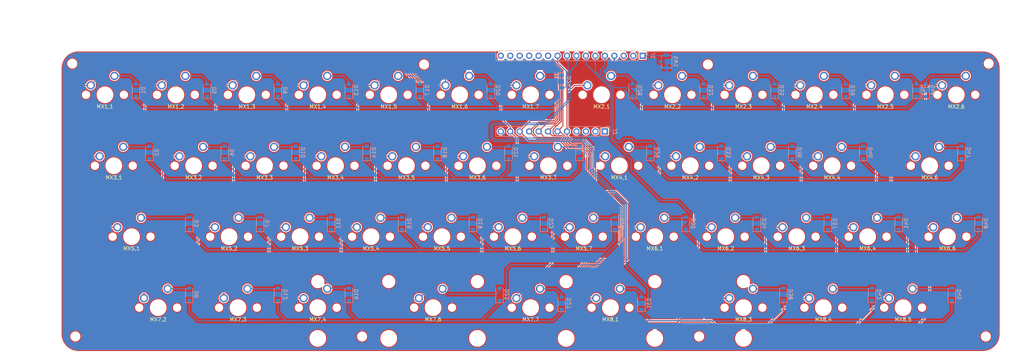
<source format=kicad_pcb>
(kicad_pcb (version 20171130) (host pcbnew 5.1.5)
  (title_block (title thefortyfive) (date 2020-03-21) (rev 0.1))
  (layers (0 F.Cu signal) (31 B.Cu signal) (34 B.Paste user) (35 F.Paste user) (36 B.SilkS user) (37 F.SilkS user) (38 B.Mask user) (39 F.Mask user) (44 Edge.Cuts user))
  (net 0 "")
  (net 1 "Net-(D1-Pad2)")
  (net 2 Row1)
  (net 3 "Net-(D2-Pad2)")
  (net 4 Row3)
  (net 5 "Net-(D3-Pad2)")
  (net 6 Row5)
  (net 7 Row7)
  (net 8 "Net-(D5-Pad2)")
  (net 9 "Net-(D6-Pad2)")
  (net 10 "Net-(D7-Pad2)")
  (net 11 "Net-(D8-Pad2)")
  (net 12 "Net-(D9-Pad2)")
  (net 13 "Net-(D10-Pad2)")
  (net 14 "Net-(D11-Pad2)")
  (net 15 "Net-(D12-Pad2)")
  (net 16 "Net-(D13-Pad2)")
  (net 17 "Net-(D14-Pad2)")
  (net 18 "Net-(D15-Pad2)")
  (net 19 "Net-(D16-Pad2)")
  (net 20 "Net-(D17-Pad2)")
  (net 21 "Net-(D18-Pad2)")
  (net 22 "Net-(D19-Pad2)")
  (net 23 "Net-(D20-Pad2)")
  (net 24 "Net-(D21-Pad2)")
  (net 25 "Net-(D22-Pad2)")
  (net 26 "Net-(D23-Pad2)")
  (net 27 "Net-(D24-Pad2)")
  (net 28 "Net-(D25-Pad2)")
  (net 29 "Net-(D26-Pad2)")
  (net 30 "Net-(D27-Pad2)")
  (net 31 "Net-(D28-Pad2)")
  (net 32 Row2)
  (net 33 "Net-(D29-Pad2)")
  (net 34 Row4)
  (net 35 "Net-(D30-Pad2)")
  (net 36 Row6)
  (net 37 "Net-(D31-Pad2)")
  (net 38 "Net-(D32-Pad2)")
  (net 39 "Net-(D33-Pad2)")
  (net 40 "Net-(D34-Pad2)")
  (net 41 "Net-(D35-Pad2)")
  (net 42 "Net-(D36-Pad2)")
  (net 43 "Net-(D37-Pad2)")
  (net 44 "Net-(D38-Pad2)")
  (net 45 "Net-(D39-Pad2)")
  (net 46 "Net-(D40-Pad2)")
  (net 47 "Net-(D41-Pad2)")
  (net 48 "Net-(D42-Pad2)")
  (net 49 "Net-(D43-Pad2)")
  (net 50 "Net-(D45-Pad2)")
  (net 51 "Net-(D46-Pad2)")
  (net 52 "Net-(D47-Pad2)")
  (net 53 "Net-(D48-Pad2)")
  (net 54 "Net-(J1-Pad16)")
  (net 55 "Net-(J1-Pad15)")
  (net 56 "Net-(J1-Pad14)")
  (net 57 "Net-(J1-Pad13)")
  (net 58 "Net-(J1-Pad12)")
  (net 59 "Net-(J1-Pad11)")
  (net 60 "Net-(J1-Pad3)")
  (net 61 "Net-(J1-Pad2)")
  (net 62 "Net-(J1-Pad1)")
  (net 63 Col7)
  (net 64 Col6)
  (net 65 Col5)
  (net 66 Col4)
  (net 67 Col3)
  (net 68 Col2)
  (net 69 Col1)
  (net 70 Row8)
  (net 71 GND)
  (net 72 "Net-(J2-Pad3)")
  (net 73 "Net-(J2-Pad2)")
  (net 74 "Net-(J2-Pad1)")
  (module MX_Alps_Hybrid:MXOnly-1U-NoLED (layer F.Cu) (at 104.014602 66.319177)
    (fp_text reference MX3,4 (at 0 3.175) (layer F.SilkS))
    (fp_text value MX-NoLED)
    (pad 2 thru_hole circle (at 2.54 -5.08) (size 2.25 2.25) (drill 1.47) (layers *.Cu B.Mask) (net 17 "Net-(D14-Pad2)"))
    (pad "" np_thru_hole circle (at 0 0) (size 3.9878 3.9878) (drill 3.9878) (layers *.Cu *.Mask))
    (pad 1 thru_hole circle (at -3.81 -2.54) (size 2.25 2.25) (drill 1.47) (layers *.Cu B.Mask) (net 66 Col4))
    (pad "" np_thru_hole circle (at -5.08 0 48.0996) (size 1.75 1.75) (drill 1.75) (layers *.Cu *.Mask))
    (pad "" np_thru_hole circle (at 5.08 0 48.0996) (size 1.75 1.75) (drill 1.75) (layers *.Cu *.Mask))
  )
  (module MX_Alps_Hybrid:MXOnly-1U-NoLED (layer F.Cu) (at 142.114602 66.319177)
    (fp_text reference MX3,6 (at 0 3.175) (layer F.SilkS))
    (fp_text value MX-NoLED)
    (pad 2 thru_hole circle (at 2.54 -5.08) (size 2.25 2.25) (drill 1.47) (layers *.Cu B.Mask) (net 24 "Net-(D21-Pad2)"))
    (pad "" np_thru_hole circle (at 0 0) (size 3.9878 3.9878) (drill 3.9878) (layers *.Cu *.Mask))
    (pad 1 thru_hole circle (at -3.81 -2.54) (size 2.25 2.25) (drill 1.47) (layers *.Cu B.Mask) (net 64 Col6))
    (pad "" np_thru_hole circle (at -5.08 0 48.0996) (size 1.75 1.75) (drill 1.75) (layers *.Cu *.Mask))
    (pad "" np_thru_hole circle (at 5.08 0 48.0996) (size 1.75 1.75) (drill 1.75) (layers *.Cu *.Mask))
  )
  (module MX_Alps_Hybrid:MXOnly-1U-NoLED (layer F.Cu) (at 123.064602 66.319177)
    (fp_text reference MX3,5 (at 0 3.175) (layer F.SilkS))
    (fp_text value MX-NoLED)
    (pad 2 thru_hole circle (at 2.54 -5.08) (size 2.25 2.25) (drill 1.47) (layers *.Cu B.Mask) (net 21 "Net-(D18-Pad2)"))
    (pad "" np_thru_hole circle (at 0 0) (size 3.9878 3.9878) (drill 3.9878) (layers *.Cu *.Mask))
    (pad 1 thru_hole circle (at -3.81 -2.54) (size 2.25 2.25) (drill 1.47) (layers *.Cu B.Mask) (net 65 Col5))
    (pad "" np_thru_hole circle (at -5.08 0 48.0996) (size 1.75 1.75) (drill 1.75) (layers *.Cu *.Mask))
    (pad "" np_thru_hole circle (at 5.08 0 48.0996) (size 1.75 1.75) (drill 1.75) (layers *.Cu *.Mask))
  )
  (module MX_Alps_Hybrid:MXOnly-1U-NoLED (layer F.Cu) (at 175.452102 47.269177)
    (fp_text reference MX2,1 (at 0 3.175) (layer F.SilkS))
    (fp_text value MX-NoLED)
    (pad 2 thru_hole circle (at 2.54 -5.08) (size 2.25 2.25) (drill 1.47) (layers *.Cu B.Mask) (net 31 "Net-(D28-Pad2)"))
    (pad "" np_thru_hole circle (at 0 0) (size 3.9878 3.9878) (drill 3.9878) (layers *.Cu *.Mask))
    (pad 1 thru_hole circle (at -3.81 -2.54) (size 2.25 2.25) (drill 1.47) (layers *.Cu B.Mask) (net 69 Col1))
    (pad "" np_thru_hole circle (at -5.08 0 48.0996) (size 1.75 1.75) (drill 1.75) (layers *.Cu *.Mask))
    (pad "" np_thru_hole circle (at 5.08 0 48.0996) (size 1.75 1.75) (drill 1.75) (layers *.Cu *.Mask))
  )
  (module Diode_SMD:D_SOD-123 (layer B.Cu) (at 83.773977 81.797302 90)
    (fp_text reference D7 (at 0 2 270) (layer B.SilkS) (effects (justify mirror)))
    (fp_text value D_SOD-123)
    (pad 2 smd rect (at 1.65 0 90) (size 0.9 1.2) (layers B.Cu B.Paste B.Mask) (net 10 "Net-(D7-Pad2)"))
    (pad 1 smd rect (at -1.65 0 90) (size 0.9 1.2) (layers B.Cu B.Paste B.Mask) (net 6 Row5))
  )
  (module Diode_SMD:D_SOD-123 (layer B.Cu) (at 74.248977 62.747302 90)
    (fp_text reference D6 (at 0 2 270) (layer B.SilkS) (effects (justify mirror)))
    (fp_text value D_SOD-123)
    (pad 2 smd rect (at 1.65 0 90) (size 0.9 1.2) (layers B.Cu B.Paste B.Mask) (net 9 "Net-(D6-Pad2)"))
    (pad 1 smd rect (at -1.65 0 90) (size 0.9 1.2) (layers B.Cu B.Paste B.Mask) (net 4 Row3))
  )
  (module Diode_SMD:D_SOD-123 (layer B.Cu) (at 69.486477 46.0375 90)
    (fp_text reference D5 (at 0 2 270) (layer B.SilkS) (effects (justify mirror)))
    (fp_text value D_SOD-123)
    (pad 2 smd rect (at 1.65 0 90) (size 0.9 1.2) (layers B.Cu B.Paste B.Mask) (net 8 "Net-(D5-Pad2)"))
    (pad 1 smd rect (at -1.65 0 90) (size 0.9 1.2) (layers B.Cu B.Paste B.Mask) (net 2 Row1))
  )
  (module Diode_SMD:D_SOD-123 (layer B.Cu) (at 64.723977 81.797302 90)
    (fp_text reference D3 (at 0 2 270) (layer B.SilkS) (effects (justify mirror)))
    (fp_text value D_SOD-123)
    (pad 2 smd rect (at 1.65 0 90) (size 0.9 1.2) (layers B.Cu B.Paste B.Mask) (net 5 "Net-(D3-Pad2)"))
    (pad 1 smd rect (at -1.65 0 90) (size 0.9 1.2) (layers B.Cu B.Paste B.Mask) (net 6 Row5))
  )
  (module Diode_SMD:D_SOD-123 (layer B.Cu) (at 54.008352 62.747302 90)
    (fp_text reference D2 (at 0 2 270) (layer B.SilkS) (effects (justify mirror)))
    (fp_text value D_SOD-123)
    (pad 2 smd rect (at 1.65 0 90) (size 0.9 1.2) (layers B.Cu B.Paste B.Mask) (net 3 "Net-(D2-Pad2)"))
    (pad 1 smd rect (at -1.65 0 90) (size 0.9 1.2) (layers B.Cu B.Paste B.Mask) (net 4 Row3))
  )
  (module Diode_SMD:D_SOD-123 (layer B.Cu) (at 50.436477 46.0375 90)
    (fp_text reference D1 (at 0 2 270) (layer B.SilkS) (effects (justify mirror)))
    (fp_text value D_SOD-123)
    (pad 2 smd rect (at 1.65 0 90) (size 0.9 1.2) (layers B.Cu B.Paste B.Mask) (net 1 "Net-(D1-Pad2)"))
    (pad 1 smd rect (at -1.65 0 90) (size 0.9 1.2) (layers B.Cu B.Paste B.Mask) (net 2 Row1))
  )
  (module MX_Alps_Hybrid:MXOnly-1U-NoLED (layer F.Cu) (at 132.589602 85.369177)
    (fp_text reference MX5,5 (at 0 3.175) (layer F.SilkS))
    (fp_text value MX-NoLED)
    (pad 2 thru_hole circle (at 2.54 -5.08) (size 2.25 2.25) (drill 1.47) (layers *.Cu B.Mask) (net 22 "Net-(D19-Pad2)"))
    (pad "" np_thru_hole circle (at 0 0) (size 3.9878 3.9878) (drill 3.9878) (layers *.Cu *.Mask))
    (pad 1 thru_hole circle (at -3.81 -2.54) (size 2.25 2.25) (drill 1.47) (layers *.Cu B.Mask) (net 65 Col5))
    (pad "" np_thru_hole circle (at -5.08 0 48.0996) (size 1.75 1.75) (drill 1.75) (layers *.Cu *.Mask))
    (pad "" np_thru_hole circle (at 5.08 0 48.0996) (size 1.75 1.75) (drill 1.75) (layers *.Cu *.Mask))
  )
  (module MX_Alps_Hybrid:MXOnly-1U-NoLED (layer F.Cu) (at 180.214602 66.319177)
    (fp_text reference MX4,1 (at 0 3.175) (layer F.SilkS))
    (fp_text value MX-NoLED)
    (pad 2 thru_hole circle (at 2.54 -5.08) (size 2.25 2.25) (drill 1.47) (layers *.Cu B.Mask) (net 33 "Net-(D29-Pad2)"))
    (pad "" np_thru_hole circle (at 0 0) (size 3.9878 3.9878) (drill 3.9878) (layers *.Cu *.Mask))
    (pad 1 thru_hole circle (at -3.81 -2.54) (size 2.25 2.25) (drill 1.47) (layers *.Cu B.Mask) (net 69 Col1))
    (pad "" np_thru_hole circle (at -5.08 0 48.0996) (size 1.75 1.75) (drill 1.75) (layers *.Cu *.Mask))
    (pad "" np_thru_hole circle (at 5.08 0 48.0996) (size 1.75 1.75) (drill 1.75) (layers *.Cu *.Mask))
  )
  (module MX_Alps_Hybrid:MXOnly-1U-NoLED (layer F.Cu) (at 199.264602 66.319177)
    (fp_text reference MX4,2 (at 0 3.175) (layer F.SilkS))
    (fp_text value MX-NoLED)
    (pad 2 thru_hole circle (at 2.54 -5.08) (size 2.25 2.25) (drill 1.47) (layers *.Cu B.Mask) (net 39 "Net-(D33-Pad2)"))
    (pad "" np_thru_hole circle (at 0 0) (size 3.9878 3.9878) (drill 3.9878) (layers *.Cu *.Mask))
    (pad 1 thru_hole circle (at -3.81 -2.54) (size 2.25 2.25) (drill 1.47) (layers *.Cu B.Mask) (net 68 Col2))
    (pad "" np_thru_hole circle (at -5.08 0 48.0996) (size 1.75 1.75) (drill 1.75) (layers *.Cu *.Mask))
    (pad "" np_thru_hole circle (at 5.08 0 48.0996) (size 1.75 1.75) (drill 1.75) (layers *.Cu *.Mask))
  )
  (module MX_Alps_Hybrid:MXOnly-1.25U-NoLED (layer F.Cu) (at 77.820852 104.419177)
    (fp_text reference MX7,3 (at 0 3.175) (layer F.SilkS))
    (fp_text value MX-NoLED)
    (pad 2 thru_hole circle (at 2.54 -5.08) (size 2.25 2.25) (drill 1.47) (layers *.Cu B.Mask) (net 15 "Net-(D12-Pad2)"))
    (pad "" np_thru_hole circle (at 0 0) (size 3.9878 3.9878) (drill 3.9878) (layers *.Cu *.Mask))
    (pad 1 thru_hole circle (at -3.81 -2.54) (size 2.25 2.25) (drill 1.47) (layers *.Cu B.Mask) (net 67 Col3))
    (pad "" np_thru_hole circle (at -5.08 0 48.0996) (size 1.75 1.75) (drill 1.75) (layers *.Cu *.Mask))
    (pad "" np_thru_hole circle (at 5.08 0 48.0996) (size 1.75 1.75) (drill 1.75) (layers *.Cu *.Mask))
  )
  (module MX_Alps_Hybrid:MXOnly-1U-NoLED (layer F.Cu) (at 56.389602 104.419177)
    (fp_text reference MX7,2 (at 0 3.175) (layer F.SilkS))
    (fp_text value MX-NoLED)
    (pad 2 thru_hole circle (at 2.54 -5.08) (size 2.25 2.25) (drill 1.47) (layers *.Cu B.Mask) (net 11 "Net-(D8-Pad2)"))
    (pad "" np_thru_hole circle (at 0 0) (size 3.9878 3.9878) (drill 3.9878) (layers *.Cu *.Mask))
    (pad 1 thru_hole circle (at -3.81 -2.54) (size 2.25 2.25) (drill 1.47) (layers *.Cu B.Mask) (net 68 Col2))
    (pad "" np_thru_hole circle (at -5.08 0 48.0996) (size 1.75 1.75) (drill 1.75) (layers *.Cu *.Mask))
    (pad "" np_thru_hole circle (at 5.08 0 48.0996) (size 1.75 1.75) (drill 1.75) (layers *.Cu *.Mask))
  )
  (module MX_Alps_Hybrid:MXOnly-1U-NoLED (layer F.Cu) (at 84.964602 66.319177)
    (fp_text reference MX3,3 (at 0 3.175) (layer F.SilkS))
    (fp_text value MX-NoLED)
    (pad 2 thru_hole circle (at 2.54 -5.08) (size 2.25 2.25) (drill 1.47) (layers *.Cu B.Mask) (net 13 "Net-(D10-Pad2)"))
    (pad "" np_thru_hole circle (at 0 0) (size 3.9878 3.9878) (drill 3.9878) (layers *.Cu *.Mask))
    (pad 1 thru_hole circle (at -3.81 -2.54) (size 2.25 2.25) (drill 1.47) (layers *.Cu B.Mask) (net 67 Col3))
    (pad "" np_thru_hole circle (at -5.08 0 48.0996) (size 1.75 1.75) (drill 1.75) (layers *.Cu *.Mask))
    (pad "" np_thru_hole circle (at 5.08 0 48.0996) (size 1.75 1.75) (drill 1.75) (layers *.Cu *.Mask))
  )
  (module MX_Alps_Hybrid:MXOnly-1.25U-NoLED (layer F.Cu) (at 268.320852 85.369177)
    (fp_text reference MX6,6 (at 0 3.175) (layer F.SilkS))
    (fp_text value MX-NoLED)
    (pad 2 thru_hole circle (at 2.54 -5.08) (size 2.25 2.25) (drill 1.47) (layers *.Cu B.Mask) (net 53 "Net-(D48-Pad2)"))
    (pad "" np_thru_hole circle (at 0 0) (size 3.9878 3.9878) (drill 3.9878) (layers *.Cu *.Mask))
    (pad 1 thru_hole circle (at -3.81 -2.54) (size 2.25 2.25) (drill 1.47) (layers *.Cu B.Mask) (net 64 Col6))
    (pad "" np_thru_hole circle (at -5.08 0 48.0996) (size 1.75 1.75) (drill 1.75) (layers *.Cu *.Mask))
    (pad "" np_thru_hole circle (at 5.08 0 48.0996) (size 1.75 1.75) (drill 1.75) (layers *.Cu *.Mask))
  )
  (module Button_Switch_SMD:SW_SPST_B3U-1100P (layer B.Cu) (at 192.120848 38.33946 90)
    (fp_text reference SW1 (at 0 3.3 90) (layer B.SilkS) (effects (justify mirror)))
    (fp_text value SW_Push)
    (pad 3 smd rect (at 0 -0.82 90) (size 0.8 1.1) (layers B.Cu B.Paste B.Mask))
    (pad 2 smd rect (at 1.7 0.82 90) (size 0.9 1.7) (layers B.Cu B.Paste B.Mask) (net 62 "Net-(J1-Pad1)"))
    (pad 1 smd rect (at -1.7 0.82 90) (size 0.9 1.7) (layers B.Cu B.Paste B.Mask) (net 71 GND))
  )
  (module MX_Alps_Hybrid:MXOnly-1U-NoLED (layer F.Cu) (at 137.352102 47.269177)
    (fp_text reference MX1,6 (at 0 3.175) (layer F.SilkS))
    (fp_text value MX-NoLED)
    (pad 2 thru_hole circle (at 2.54 -5.08) (size 2.25 2.25) (drill 1.47) (layers *.Cu B.Mask) (net 23 "Net-(D20-Pad2)"))
    (pad "" np_thru_hole circle (at 0 0) (size 3.9878 3.9878) (drill 3.9878) (layers *.Cu *.Mask))
    (pad 1 thru_hole circle (at -3.81 -2.54) (size 2.25 2.25) (drill 1.47) (layers *.Cu B.Mask) (net 64 Col6))
    (pad "" np_thru_hole circle (at -5.08 0 48.0996) (size 1.75 1.75) (drill 1.75) (layers *.Cu *.Mask))
    (pad "" np_thru_hole circle (at 5.08 0 48.0996) (size 1.75 1.75) (drill 1.75) (layers *.Cu *.Mask))
  )
  (module MountingHole:MountingHole_2.2mm_M2 (layer F.Cu) (at 127.79375 39.13321)
    (fp_text reference REF** hide)
    (fp_text value MountingHole_2.2mm_M2)
    (pad 1 np_thru_hole circle (at 0 0) (size 2.2 2.2) (drill 2.2) (layers *.Cu *.Mask))
  )
  (module MountingHole:MountingHole_2.2mm_M2 (layer F.Cu) (at 203.99375 39.13321)
    (fp_text reference REF** hide)
    (fp_text value MountingHole_2.2mm_M2)
    (pad 1 np_thru_hole circle (at 0 0) (size 2.2 2.2) (drill 2.2) (layers *.Cu *.Mask))
  )
  (module MountingHole:MountingHole_2.2mm_M2 (layer F.Cu) (at 201.645848 112.15821)
    (fp_text reference REF** hide)
    (fp_text value MountingHole_2.2mm_M2)
    (pad 1 np_thru_hole circle (at 0 0) (size 2.2 2.2) (drill 2.2) (layers *.Cu *.Mask))
  )
  (module MountingHole:MountingHole_2.2mm_M2 (layer F.Cu) (at 111.158348 112.15821)
    (fp_text reference REF** hide)
    (fp_text value MountingHole_2.2mm_M2)
    (pad 1 np_thru_hole circle (at 0 0) (size 2.2 2.2) (drill 2.2) (layers *.Cu *.Mask))
  )
  (module MountingHole:MountingHole_2.2mm_M2 (layer F.Cu) (at 34.164598 112.15821)
    (fp_text reference REF** hide)
    (fp_text value MountingHole_2.2mm_M2)
    (pad 1 np_thru_hole circle (at 0 0) (size 2.2 2.2) (drill 2.2) (layers *.Cu *.Mask))
  )
  (module MountingHole:MountingHole_2.2mm_M2 (layer F.Cu) (at 278.639598 112.15821)
    (fp_text reference REF** hide)
    (fp_text value MountingHole_2.2mm_M2)
    (pad 1 np_thru_hole circle (at 0 0) (size 2.2 2.2) (drill 2.2) (layers *.Cu *.Mask))
  )
  (module MountingHole:MountingHole_2.2mm_M2 (layer F.Cu) (at 279.4 38.89375)
    (fp_text reference REF** hide)
    (fp_text value MountingHole_2.2mm_M2)
    (pad 1 np_thru_hole circle (at 0 0) (size 2.2 2.2) (drill 2.2) (layers *.Cu *.Mask))
  )
  (module MountingHole:MountingHole_2.2mm_M2 (layer F.Cu) (at 33.3375 38.89375)
    (fp_text reference REF** hide)
    (fp_text value MountingHole_2.2mm_M2)
    (pad 1 np_thru_hole circle (at 0 0) (size 2.2 2.2) (drill 2.2) (layers *.Cu *.Mask))
  )
  (module MX_Alps_Hybrid:MXOnly-1U-NoLED (layer F.Cu) (at 270.702102 47.269177)
    (fp_text reference MX2,6 (at 0 3.175) (layer F.SilkS))
    (fp_text value MX-NoLED)
    (pad 2 thru_hole circle (at 2.54 -5.08) (size 2.25 2.25) (drill 1.47) (layers *.Cu B.Mask) (net 51 "Net-(D46-Pad2)"))
    (pad "" np_thru_hole circle (at 0 0) (size 3.9878 3.9878) (drill 3.9878) (layers *.Cu *.Mask))
    (pad 1 thru_hole circle (at -3.81 -2.54) (size 2.25 2.25) (drill 1.47) (layers *.Cu B.Mask) (net 64 Col6))
    (pad "" np_thru_hole circle (at -5.08 0 48.0996) (size 1.75 1.75) (drill 1.75) (layers *.Cu *.Mask))
    (pad "" np_thru_hole circle (at 5.08 0 48.0996) (size 1.75 1.75) (drill 1.75) (layers *.Cu *.Mask))
  )
  (module MX_Alps_Hybrid:MXOnly-1U-NoLED (layer F.Cu) (at 189.739602 85.369177)
    (fp_text reference MX6,1 (at 0 3.175) (layer F.SilkS))
    (fp_text value MX-NoLED)
    (pad 2 thru_hole circle (at 2.54 -5.08) (size 2.25 2.25) (drill 1.47) (layers *.Cu B.Mask) (net 35 "Net-(D30-Pad2)"))
    (pad "" np_thru_hole circle (at 0 0) (size 3.9878 3.9878) (drill 3.9878) (layers *.Cu *.Mask))
    (pad 1 thru_hole circle (at -3.81 -2.54) (size 2.25 2.25) (drill 1.47) (layers *.Cu B.Mask) (net 69 Col1))
    (pad "" np_thru_hole circle (at -5.08 0 48.0996) (size 1.75 1.75) (drill 1.75) (layers *.Cu *.Mask))
    (pad "" np_thru_hole circle (at 5.08 0 48.0996) (size 1.75 1.75) (drill 1.75) (layers *.Cu *.Mask))
  )
  (module MX_Alps_Hybrid:MXOnly-1U-NoLED (layer F.Cu) (at 208.789602 85.369177)
    (fp_text reference MX6,2 (at 0 3.175) (layer F.SilkS))
    (fp_text value MX-NoLED)
    (pad 2 thru_hole circle (at 2.54 -5.08) (size 2.25 2.25) (drill 1.47) (layers *.Cu B.Mask) (net 40 "Net-(D34-Pad2)"))
    (pad "" np_thru_hole circle (at 0 0) (size 3.9878 3.9878) (drill 3.9878) (layers *.Cu *.Mask))
    (pad 1 thru_hole circle (at -3.81 -2.54) (size 2.25 2.25) (drill 1.47) (layers *.Cu B.Mask) (net 68 Col2))
    (pad "" np_thru_hole circle (at -5.08 0 48.0996) (size 1.75 1.75) (drill 1.75) (layers *.Cu *.Mask))
    (pad "" np_thru_hole circle (at 5.08 0 48.0996) (size 1.75 1.75) (drill 1.75) (layers *.Cu *.Mask))
  )
  (module MX_Alps_Hybrid:MXOnly-1U-NoLED (layer F.Cu) (at 113.539602 85.369177)
    (fp_text reference MX5,4 (at 0 3.175) (layer F.SilkS))
    (fp_text value MX-NoLED)
    (pad 2 thru_hole circle (at 2.54 -5.08) (size 2.25 2.25) (drill 1.47) (layers *.Cu B.Mask) (net 18 "Net-(D15-Pad2)"))
    (pad "" np_thru_hole circle (at 0 0) (size 3.9878 3.9878) (drill 3.9878) (layers *.Cu *.Mask))
    (pad 1 thru_hole circle (at -3.81 -2.54) (size 2.25 2.25) (drill 1.47) (layers *.Cu B.Mask) (net 66 Col4))
    (pad "" np_thru_hole circle (at -5.08 0 48.0996) (size 1.75 1.75) (drill 1.75) (layers *.Cu *.Mask))
    (pad "" np_thru_hole circle (at 5.08 0 48.0996) (size 1.75 1.75) (drill 1.75) (layers *.Cu *.Mask))
  )
  (module MX_Alps_Hybrid:MXOnly-2.25U-NoLED (layer F.Cu) (at 130.208352 104.419177)
    (fp_text reference MX7,6 (at 0 3.175) (layer F.SilkS))
    (fp_text value MX-NoLED)
    (pad 2 thru_hole circle (at 2.54 -5.08) (size 2.25 2.25) (drill 1.47) (layers *.Cu B.Mask) (net 26 "Net-(D23-Pad2)"))
    (pad "" np_thru_hole circle (at 0 0) (size 3.9878 3.9878) (drill 3.9878) (layers *.Cu *.Mask))
    (pad 1 thru_hole circle (at -3.81 -2.54) (size 2.25 2.25) (drill 1.47) (layers *.Cu B.Mask) (net 64 Col6))
    (pad "" np_thru_hole circle (at -5.08 0 48.0996) (size 1.75 1.75) (drill 1.75) (layers *.Cu *.Mask))
    (pad "" np_thru_hole circle (at 5.08 0 48.0996) (size 1.75 1.75) (drill 1.75) (layers *.Cu *.Mask))
    (pad "" np_thru_hole circle (at -11.90625 -6.985) (size 3.048 3.048) (drill 3.048) (layers *.Cu *.Mask))
    (pad "" np_thru_hole circle (at 11.90625 -6.985) (size 3.048 3.048) (drill 3.048) (layers *.Cu *.Mask))
    (pad "" np_thru_hole circle (at -11.90625 8.255) (size 3.9878 3.9878) (drill 3.9878) (layers *.Cu *.Mask))
    (pad "" np_thru_hole circle (at 11.90625 8.255) (size 3.9878 3.9878) (drill 3.9878) (layers *.Cu *.Mask))
  )
  (module MX_Alps_Hybrid:MXOnly-1U-NoLED (layer F.Cu) (at 99.252102 104.419177)
    (fp_text reference MX7,4 (at 0 3.175) (layer F.SilkS))
    (fp_text value MX-NoLED)
    (pad 2 thru_hole circle (at 2.54 -5.08) (size 2.25 2.25) (drill 1.47) (layers *.Cu B.Mask) (net 19 "Net-(D16-Pad2)"))
    (pad "" np_thru_hole circle (at 0 0) (size 3.9878 3.9878) (drill 3.9878) (layers *.Cu *.Mask))
    (pad 1 thru_hole circle (at -3.81 -2.54) (size 2.25 2.25) (drill 1.47) (layers *.Cu B.Mask) (net 66 Col4))
    (pad "" np_thru_hole circle (at -5.08 0 48.0996) (size 1.75 1.75) (drill 1.75) (layers *.Cu *.Mask))
    (pad "" np_thru_hole circle (at 5.08 0 48.0996) (size 1.75 1.75) (drill 1.75) (layers *.Cu *.Mask))
  )
  (module Diode_SMD:D_SOD-123 (layer B.Cu) (at 112.348977 62.747302 90)
    (fp_text reference D14 (at 0 2 270) (layer B.SilkS) (effects (justify mirror)))
    (fp_text value D_SOD-123)
    (pad 2 smd rect (at 1.65 0 90) (size 0.9 1.2) (layers B.Cu B.Paste B.Mask) (net 17 "Net-(D14-Pad2)"))
    (pad 1 smd rect (at -1.65 0 90) (size 0.9 1.2) (layers B.Cu B.Paste B.Mask) (net 4 Row3))
  )
  (module Diode_SMD:D_SOD-123 (layer B.Cu) (at 107.586477 46.0375 90)
    (fp_text reference D13 (at 0 2 270) (layer B.SilkS) (effects (justify mirror)))
    (fp_text value D_SOD-123)
    (pad 2 smd rect (at 1.65 0 90) (size 0.9 1.2) (layers B.Cu B.Paste B.Mask) (net 16 "Net-(D13-Pad2)"))
    (pad 1 smd rect (at -1.65 0 90) (size 0.9 1.2) (layers B.Cu B.Paste B.Mask) (net 2 Row1))
  )
  (module Diode_SMD:D_SOD-123 (layer B.Cu) (at 88.536477 100.847302 90)
    (fp_text reference D12 (at 0 2 270) (layer B.SilkS) (effects (justify mirror)))
    (fp_text value D_SOD-123)
    (pad 2 smd rect (at 1.65 0 90) (size 0.9 1.2) (layers B.Cu B.Paste B.Mask) (net 15 "Net-(D12-Pad2)"))
    (pad 1 smd rect (at -1.65 0 90) (size 0.9 1.2) (layers B.Cu B.Paste B.Mask) (net 7 Row7))
  )
  (module MX_Alps_Hybrid:MXOnly-1U-NoLED (layer F.Cu) (at 75.439602 85.369177)
    (fp_text reference MX5,2 (at 0 3.175) (layer F.SilkS))
    (fp_text value MX-NoLED)
    (pad 2 thru_hole circle (at 2.54 -5.08) (size 2.25 2.25) (drill 1.47) (layers *.Cu B.Mask) (net 10 "Net-(D7-Pad2)"))
    (pad "" np_thru_hole circle (at 0 0) (size 3.9878 3.9878) (drill 3.9878) (layers *.Cu *.Mask))
    (pad 1 thru_hole circle (at -3.81 -2.54) (size 2.25 2.25) (drill 1.47) (layers *.Cu B.Mask) (net 68 Col2))
    (pad "" np_thru_hole circle (at -5.08 0 48.0996) (size 1.75 1.75) (drill 1.75) (layers *.Cu *.Mask))
    (pad "" np_thru_hole circle (at 5.08 0 48.0996) (size 1.75 1.75) (drill 1.75) (layers *.Cu *.Mask))
  )
  (module MX_Alps_Hybrid:MXOnly-1U-NoLED (layer F.Cu) (at 94.489602 85.369177)
    (fp_text reference MX5,3 (at 0 3.175) (layer F.SilkS))
    (fp_text value MX-NoLED)
    (pad 2 thru_hole circle (at 2.54 -5.08) (size 2.25 2.25) (drill 1.47) (layers *.Cu B.Mask) (net 14 "Net-(D11-Pad2)"))
    (pad "" np_thru_hole circle (at 0 0) (size 3.9878 3.9878) (drill 3.9878) (layers *.Cu *.Mask))
    (pad 1 thru_hole circle (at -3.81 -2.54) (size 2.25 2.25) (drill 1.47) (layers *.Cu B.Mask) (net 67 Col3))
    (pad "" np_thru_hole circle (at -5.08 0 48.0996) (size 1.75 1.75) (drill 1.75) (layers *.Cu *.Mask))
    (pad "" np_thru_hole circle (at 5.08 0 48.0996) (size 1.75 1.75) (drill 1.75) (layers *.Cu *.Mask))
  )
  (module MX_Alps_Hybrid:MXOnly-1U-NoLED (layer F.Cu) (at 194.502102 47.269177)
    (fp_text reference MX2,2 (at 0 3.175) (layer F.SilkS))
    (fp_text value MX-NoLED)
    (pad 2 thru_hole circle (at 2.54 -5.08) (size 2.25 2.25) (drill 1.47) (layers *.Cu B.Mask) (net 38 "Net-(D32-Pad2)"))
    (pad "" np_thru_hole circle (at 0 0) (size 3.9878 3.9878) (drill 3.9878) (layers *.Cu *.Mask))
    (pad 1 thru_hole circle (at -3.81 -2.54) (size 2.25 2.25) (drill 1.47) (layers *.Cu B.Mask) (net 68 Col2))
    (pad "" np_thru_hole circle (at -5.08 0 48.0996) (size 1.75 1.75) (drill 1.75) (layers *.Cu *.Mask))
    (pad "" np_thru_hole circle (at 5.08 0 48.0996) (size 1.75 1.75) (drill 1.75) (layers *.Cu *.Mask))
  )
  (module MX_Alps_Hybrid:MXOnly-1U-NoLED (layer F.Cu) (at 232.602102 47.269177)
    (fp_text reference MX2,4 (at 0 3.175) (layer F.SilkS))
    (fp_text value MX-NoLED)
    (pad 2 thru_hole circle (at 2.54 -5.08) (size 2.25 2.25) (drill 1.47) (layers *.Cu B.Mask) (net 45 "Net-(D39-Pad2)"))
    (pad "" np_thru_hole circle (at 0 0) (size 3.9878 3.9878) (drill 3.9878) (layers *.Cu *.Mask))
    (pad 1 thru_hole circle (at -3.81 -2.54) (size 2.25 2.25) (drill 1.47) (layers *.Cu B.Mask) (net 66 Col4))
    (pad "" np_thru_hole circle (at -5.08 0 48.0996) (size 1.75 1.75) (drill 1.75) (layers *.Cu *.Mask))
    (pad "" np_thru_hole circle (at 5.08 0 48.0996) (size 1.75 1.75) (drill 1.75) (layers *.Cu *.Mask))
  )
  (module MX_Alps_Hybrid:MXOnly-1U-NoLED (layer F.Cu) (at 213.552102 47.269177)
    (fp_text reference MX2,3 (at 0 3.175) (layer F.SilkS))
    (fp_text value MX-NoLED)
    (pad 2 thru_hole circle (at 2.54 -5.08) (size 2.25 2.25) (drill 1.47) (layers *.Cu B.Mask) (net 41 "Net-(D35-Pad2)"))
    (pad "" np_thru_hole circle (at 0 0) (size 3.9878 3.9878) (drill 3.9878) (layers *.Cu *.Mask))
    (pad 1 thru_hole circle (at -3.81 -2.54) (size 2.25 2.25) (drill 1.47) (layers *.Cu B.Mask) (net 67 Col3))
    (pad "" np_thru_hole circle (at -5.08 0 48.0996) (size 1.75 1.75) (drill 1.75) (layers *.Cu *.Mask))
    (pad "" np_thru_hole circle (at 5.08 0 48.0996) (size 1.75 1.75) (drill 1.75) (layers *.Cu *.Mask))
  )
  (module Diode_SMD:D_SOD-123 (layer B.Cu) (at 224.267727 100.847302 90)
    (fp_text reference D38 (at 0 2 90) (layer B.SilkS) (effects (justify mirror)))
    (fp_text value D_SOD-123)
    (pad 2 smd rect (at 1.65 0 90) (size 0.9 1.2) (layers B.Cu B.Paste B.Mask) (net 44 "Net-(D38-Pad2)"))
    (pad 1 smd rect (at -1.65 0 90) (size 0.9 1.2) (layers B.Cu B.Paste B.Mask) (net 70 Row8))
  )
  (module Diode_SMD:D_SOD-123 (layer B.Cu) (at 236.173977 81.797302 90)
    (fp_text reference D37 (at 0 2 90) (layer B.SilkS) (effects (justify mirror)))
    (fp_text value D_SOD-123)
    (pad 2 smd rect (at 1.65 0 90) (size 0.9 1.2) (layers B.Cu B.Paste B.Mask) (net 43 "Net-(D37-Pad2)"))
    (pad 1 smd rect (at -1.65 0 90) (size 0.9 1.2) (layers B.Cu B.Paste B.Mask) (net 36 Row6))
  )
  (module Diode_SMD:D_SOD-123 (layer B.Cu) (at 226.648977 62.747302 90)
    (fp_text reference D36 (at 0 2 90) (layer B.SilkS) (effects (justify mirror)))
    (fp_text value D_SOD-123)
    (pad 2 smd rect (at 1.65 0 90) (size 0.9 1.2) (layers B.Cu B.Paste B.Mask) (net 42 "Net-(D36-Pad2)"))
    (pad 1 smd rect (at -1.65 0 90) (size 0.9 1.2) (layers B.Cu B.Paste B.Mask) (net 34 Row4))
  )
  (module Diode_SMD:D_SOD-123 (layer B.Cu) (at 159.973977 81.797302 90)
    (fp_text reference D22 (at 0 2 270) (layer B.SilkS) (effects (justify mirror)))
    (fp_text value D_SOD-123)
    (pad 2 smd rect (at 1.65 0 90) (size 0.9 1.2) (layers B.Cu B.Paste B.Mask) (net 25 "Net-(D22-Pad2)"))
    (pad 1 smd rect (at -1.65 0 90) (size 0.9 1.2) (layers B.Cu B.Paste B.Mask) (net 6 Row5))
  )
  (module Diode_SMD:D_SOD-123 (layer B.Cu) (at 150.448977 62.747302 90)
    (fp_text reference D21 (at 0 2 270) (layer B.SilkS) (effects (justify mirror)))
    (fp_text value D_SOD-123)
    (pad 2 smd rect (at 1.65 0 90) (size 0.9 1.2) (layers B.Cu B.Paste B.Mask) (net 24 "Net-(D21-Pad2)"))
    (pad 1 smd rect (at -1.65 0 90) (size 0.9 1.2) (layers B.Cu B.Paste B.Mask) (net 4 Row3))
  )
  (module Diode_SMD:D_SOD-123 (layer B.Cu) (at 145.686477 46.0375 90)
    (fp_text reference D20 (at 0 2 270) (layer B.SilkS) (effects (justify mirror)))
    (fp_text value D_SOD-123)
    (pad 2 smd rect (at 1.65 0 90) (size 0.9 1.2) (layers B.Cu B.Paste B.Mask) (net 23 "Net-(D20-Pad2)"))
    (pad 1 smd rect (at -1.65 0 90) (size 0.9 1.2) (layers B.Cu B.Paste B.Mask) (net 2 Row1))
  )
  (module Diode_SMD:D_SOD-123 (layer B.Cu) (at 140.923977 81.797302 90)
    (fp_text reference D19 (at 0 2 270) (layer B.SilkS) (effects (justify mirror)))
    (fp_text value D_SOD-123)
    (pad 2 smd rect (at 1.65 0 90) (size 0.9 1.2) (layers B.Cu B.Paste B.Mask) (net 22 "Net-(D19-Pad2)"))
    (pad 1 smd rect (at -1.65 0 90) (size 0.9 1.2) (layers B.Cu B.Paste B.Mask) (net 6 Row5))
  )
  (module Diode_SMD:D_SOD-123 (layer B.Cu) (at 255.223977 81.797302 90)
    (fp_text reference D41 (at 0 2 90) (layer B.SilkS) (effects (justify mirror)))
    (fp_text value D_SOD-123)
    (pad 2 smd rect (at 1.65 0 90) (size 0.9 1.2) (layers B.Cu B.Paste B.Mask) (net 47 "Net-(D41-Pad2)"))
    (pad 1 smd rect (at -1.65 0 90) (size 0.9 1.2) (layers B.Cu B.Paste B.Mask) (net 36 Row6))
  )
  (module Diode_SMD:D_SOD-123 (layer B.Cu) (at 245.698977 62.747302 90)
    (fp_text reference D40 (at 0 2 90) (layer B.SilkS) (effects (justify mirror)))
    (fp_text value D_SOD-123)
    (pad 2 smd rect (at 1.65 0 90) (size 0.9 1.2) (layers B.Cu B.Paste B.Mask) (net 46 "Net-(D40-Pad2)"))
    (pad 1 smd rect (at -1.65 0 90) (size 0.9 1.2) (layers B.Cu B.Paste B.Mask) (net 34 Row4))
  )
  (module Diode_SMD:D_SOD-123 (layer B.Cu) (at 240.936477 46.0375 90)
    (fp_text reference D39 (at 0 2 90) (layer B.SilkS) (effects (justify mirror)))
    (fp_text value D_SOD-123)
    (pad 2 smd rect (at 1.65 0 90) (size 0.9 1.2) (layers B.Cu B.Paste B.Mask) (net 45 "Net-(D39-Pad2)"))
    (pad 1 smd rect (at -1.65 0 90) (size 0.9 1.2) (layers B.Cu B.Paste B.Mask) (net 32 Row2))
  )
  (module Diode_SMD:D_SOD-123 (layer B.Cu) (at 131.398977 62.747302 90)
    (fp_text reference D18 (at 0 2 270) (layer B.SilkS) (effects (justify mirror)))
    (fp_text value D_SOD-123)
    (pad 2 smd rect (at 1.65 0 90) (size 0.9 1.2) (layers B.Cu B.Paste B.Mask) (net 21 "Net-(D18-Pad2)"))
    (pad 1 smd rect (at -1.65 0 90) (size 0.9 1.2) (layers B.Cu B.Paste B.Mask) (net 4 Row3))
  )
  (module Diode_SMD:D_SOD-123 (layer B.Cu) (at 126.636477 46.0375 90)
    (fp_text reference D17 (at 0 2 270) (layer B.SilkS) (effects (justify mirror)))
    (fp_text value D_SOD-123)
    (pad 2 smd rect (at 1.65 0 90) (size 0.9 1.2) (layers B.Cu B.Paste B.Mask) (net 20 "Net-(D17-Pad2)"))
    (pad 1 smd rect (at -1.65 0 90) (size 0.9 1.2) (layers B.Cu B.Paste B.Mask) (net 2 Row1))
  )
  (module Diode_SMD:D_SOD-123 (layer B.Cu) (at 107.586477 100.847302 90)
    (fp_text reference D16 (at 0 2 270) (layer B.SilkS) (effects (justify mirror)))
    (fp_text value D_SOD-123)
    (pad 2 smd rect (at 1.65 0 90) (size 0.9 1.2) (layers B.Cu B.Paste B.Mask) (net 19 "Net-(D16-Pad2)"))
    (pad 1 smd rect (at -1.65 0 90) (size 0.9 1.2) (layers B.Cu B.Paste B.Mask) (net 7 Row7))
  )
  (module Diode_SMD:D_SOD-123 (layer B.Cu) (at 121.873977 81.797302 90)
    (fp_text reference D15 (at 0 2 270) (layer B.SilkS) (effects (justify mirror)))
    (fp_text value D_SOD-123)
    (pad 2 smd rect (at 1.65 0 90) (size 0.9 1.2) (layers B.Cu B.Paste B.Mask) (net 18 "Net-(D15-Pad2)"))
    (pad 1 smd rect (at -1.65 0 90) (size 0.9 1.2) (layers B.Cu B.Paste B.Mask) (net 6 Row5))
  )
  (module Diode_SMD:D_SOD-123 (layer B.Cu) (at 102.823977 81.797302 90)
    (fp_text reference D11 (at 0 2 270) (layer B.SilkS) (effects (justify mirror)))
    (fp_text value D_SOD-123)
    (pad 2 smd rect (at 1.65 0 90) (size 0.9 1.2) (layers B.Cu B.Paste B.Mask) (net 14 "Net-(D11-Pad2)"))
    (pad 1 smd rect (at -1.65 0 90) (size 0.9 1.2) (layers B.Cu B.Paste B.Mask) (net 6 Row5))
  )
  (module Diode_SMD:D_SOD-123 (layer B.Cu) (at 93.298977 62.747302 90)
    (fp_text reference D10 (at 0 2 270) (layer B.SilkS) (effects (justify mirror)))
    (fp_text value D_SOD-123)
    (pad 2 smd rect (at 1.65 0 90) (size 0.9 1.2) (layers B.Cu B.Paste B.Mask) (net 13 "Net-(D10-Pad2)"))
    (pad 1 smd rect (at -1.65 0 90) (size 0.9 1.2) (layers B.Cu B.Paste B.Mask) (net 4 Row3))
  )
  (module Diode_SMD:D_SOD-123 (layer B.Cu) (at 88.536477 46.0375 90)
    (fp_text reference D9 (at 0 2 270) (layer B.SilkS) (effects (justify mirror)))
    (fp_text value D_SOD-123)
    (pad 2 smd rect (at 1.65 0 90) (size 0.9 1.2) (layers B.Cu B.Paste B.Mask) (net 12 "Net-(D9-Pad2)"))
    (pad 1 smd rect (at -1.65 0 90) (size 0.9 1.2) (layers B.Cu B.Paste B.Mask) (net 2 Row1))
  )
  (module Diode_SMD:D_SOD-123 (layer B.Cu) (at 64.723977 100.847302 90)
    (fp_text reference D8 (at 0 2 270) (layer B.SilkS) (effects (justify mirror)))
    (fp_text value D_SOD-123)
    (pad 2 smd rect (at 1.65 0 90) (size 0.9 1.2) (layers B.Cu B.Paste B.Mask) (net 11 "Net-(D8-Pad2)"))
    (pad 1 smd rect (at -1.65 0 90) (size 0.9 1.2) (layers B.Cu B.Paste B.Mask) (net 7 Row7))
  )
  (module Diode_SMD:D_SOD-123 (layer B.Cu) (at 269.511477 100.847302 90)
    (fp_text reference D45 (at 0 2 90) (layer B.SilkS) (effects (justify mirror)))
    (fp_text value D_SOD-123)
    (pad 2 smd rect (at 1.65 0 90) (size 0.9 1.2) (layers B.Cu B.Paste B.Mask) (net 50 "Net-(D45-Pad2)"))
    (pad 1 smd rect (at -1.65 0 90) (size 0.9 1.2) (layers B.Cu B.Paste B.Mask) (net 70 Row8))
  )
  (module Diode_SMD:D_SOD-123 (layer B.Cu) (at 259.986477 46.0375 90)
    (fp_text reference D43 (at 0 2 90) (layer B.SilkS) (effects (justify mirror)))
    (fp_text value D_SOD-123)
    (pad 2 smd rect (at 1.65 0 90) (size 0.9 1.2) (layers B.Cu B.Paste B.Mask) (net 49 "Net-(D43-Pad2)"))
    (pad 1 smd rect (at -1.65 0 90) (size 0.9 1.2) (layers B.Cu B.Paste B.Mask) (net 32 Row2))
  )
  (module Diode_SMD:D_SOD-123 (layer B.Cu) (at 248.080227 100.847302 90)
    (fp_text reference D42 (at 0 2 90) (layer B.SilkS) (effects (justify mirror)))
    (fp_text value D_SOD-123)
    (pad 2 smd rect (at 1.65 0 90) (size 0.9 1.2) (layers B.Cu B.Paste B.Mask) (net 48 "Net-(D42-Pad2)"))
    (pad 1 smd rect (at -1.65 0 90) (size 0.9 1.2) (layers B.Cu B.Paste B.Mask) (net 70 Row8))
  )
  (module MX_Alps_Hybrid:MXOnly-1U-NoLED (layer F.Cu) (at 256.414602 104.419177)
    (fp_text reference MX8,5 (at 0 3.175) (layer F.SilkS))
    (fp_text value MX-NoLED)
    (pad 2 thru_hole circle (at 2.54 -5.08) (size 2.25 2.25) (drill 1.47) (layers *.Cu B.Mask) (net 50 "Net-(D45-Pad2)"))
    (pad "" np_thru_hole circle (at 0 0) (size 3.9878 3.9878) (drill 3.9878) (layers *.Cu *.Mask))
    (pad 1 thru_hole circle (at -3.81 -2.54) (size 2.25 2.25) (drill 1.47) (layers *.Cu B.Mask) (net 65 Col5))
    (pad "" np_thru_hole circle (at -5.08 0 48.0996) (size 1.75 1.75) (drill 1.75) (layers *.Cu *.Mask))
    (pad "" np_thru_hole circle (at 5.08 0 48.0996) (size 1.75 1.75) (drill 1.75) (layers *.Cu *.Mask))
  )
  (module MX_Alps_Hybrid:MXOnly-1U-NoLED (layer F.Cu) (at 213.552102 104.419177)
    (fp_text reference MX8,3 (at 0 3.175) (layer F.SilkS))
    (fp_text value MX-NoLED)
    (pad 2 thru_hole circle (at 2.54 -5.08) (size 2.25 2.25) (drill 1.47) (layers *.Cu B.Mask) (net 44 "Net-(D38-Pad2)"))
    (pad "" np_thru_hole circle (at 0 0) (size 3.9878 3.9878) (drill 3.9878) (layers *.Cu *.Mask))
    (pad 1 thru_hole circle (at -3.81 -2.54) (size 2.25 2.25) (drill 1.47) (layers *.Cu B.Mask) (net 67 Col3))
    (pad "" np_thru_hole circle (at -5.08 0 48.0996) (size 1.75 1.75) (drill 1.75) (layers *.Cu *.Mask))
    (pad "" np_thru_hole circle (at 5.08 0 48.0996) (size 1.75 1.75) (drill 1.75) (layers *.Cu *.Mask))
  )
  (module MX_Alps_Hybrid:MXOnly-1.75U-NoLED (layer F.Cu) (at 263.558352 66.319177)
    (fp_text reference MX4,6 (at 0 3.175) (layer F.SilkS))
    (fp_text value MX-NoLED)
    (pad 2 thru_hole circle (at 2.54 -5.08) (size 2.25 2.25) (drill 1.47) (layers *.Cu B.Mask) (net 52 "Net-(D47-Pad2)"))
    (pad "" np_thru_hole circle (at 0 0) (size 3.9878 3.9878) (drill 3.9878) (layers *.Cu *.Mask))
    (pad 1 thru_hole circle (at -3.81 -2.54) (size 2.25 2.25) (drill 1.47) (layers *.Cu B.Mask) (net 64 Col6))
    (pad "" np_thru_hole circle (at -5.08 0 48.0996) (size 1.75 1.75) (drill 1.75) (layers *.Cu *.Mask))
    (pad "" np_thru_hole circle (at 5.08 0 48.0996) (size 1.75 1.75) (drill 1.75) (layers *.Cu *.Mask))
  )
  (module MX_Alps_Hybrid:MXOnly-1U-NoLED (layer F.Cu) (at 237.364602 66.319177)
    (fp_text reference MX4,4 (at 0 3.175) (layer F.SilkS))
    (fp_text value MX-NoLED)
    (pad 2 thru_hole circle (at 2.54 -5.08) (size 2.25 2.25) (drill 1.47) (layers *.Cu B.Mask) (net 46 "Net-(D40-Pad2)"))
    (pad "" np_thru_hole circle (at 0 0) (size 3.9878 3.9878) (drill 3.9878) (layers *.Cu *.Mask))
    (pad 1 thru_hole circle (at -3.81 -2.54) (size 2.25 2.25) (drill 1.47) (layers *.Cu B.Mask) (net 66 Col4))
    (pad "" np_thru_hole circle (at -5.08 0 48.0996) (size 1.75 1.75) (drill 1.75) (layers *.Cu *.Mask))
    (pad "" np_thru_hole circle (at 5.08 0 48.0996) (size 1.75 1.75) (drill 1.75) (layers *.Cu *.Mask))
  )
  (module MX_Alps_Hybrid:MXOnly-1U-NoLED (layer F.Cu) (at 218.314602 66.319177)
    (fp_text reference MX4,3 (at 0 3.175) (layer F.SilkS))
    (fp_text value MX-NoLED)
    (pad 2 thru_hole circle (at 2.54 -5.08) (size 2.25 2.25) (drill 1.47) (layers *.Cu B.Mask) (net 42 "Net-(D36-Pad2)"))
    (pad "" np_thru_hole circle (at 0 0) (size 3.9878 3.9878) (drill 3.9878) (layers *.Cu *.Mask))
    (pad 1 thru_hole circle (at -3.81 -2.54) (size 2.25 2.25) (drill 1.47) (layers *.Cu B.Mask) (net 67 Col3))
    (pad "" np_thru_hole circle (at -5.08 0 48.0996) (size 1.75 1.75) (drill 1.75) (layers *.Cu *.Mask))
    (pad "" np_thru_hole circle (at 5.08 0 48.0996) (size 1.75 1.75) (drill 1.75) (layers *.Cu *.Mask))
  )
  (module Connector_PinSocket_2.54mm:PinSocket_1x16_P2.54mm_Vertical (layer B.Cu) (at 186.485227 36.791677 90)
    (fp_text reference J1 (at 0 2.77 90) (layer B.SilkS) (effects (justify mirror)))
    (fp_text value Conn_01x16_Female)
    (pad 16 thru_hole oval (at 0 -38.1 90) (size 1.7 1.7) (drill 1) (layers *.Cu *.Mask) (net 54 "Net-(J1-Pad16)"))
    (pad 15 thru_hole oval (at 0 -35.56 90) (size 1.7 1.7) (drill 1) (layers *.Cu *.Mask) (net 55 "Net-(J1-Pad15)"))
    (pad 14 thru_hole oval (at 0 -33.02 90) (size 1.7 1.7) (drill 1) (layers *.Cu *.Mask) (net 56 "Net-(J1-Pad14)"))
    (pad 13 thru_hole oval (at 0 -30.48 90) (size 1.7 1.7) (drill 1) (layers *.Cu *.Mask) (net 57 "Net-(J1-Pad13)"))
    (pad 12 thru_hole oval (at 0 -27.94 90) (size 1.7 1.7) (drill 1) (layers *.Cu *.Mask) (net 58 "Net-(J1-Pad12)"))
    (pad 11 thru_hole oval (at 0 -25.4 90) (size 1.7 1.7) (drill 1) (layers *.Cu *.Mask) (net 59 "Net-(J1-Pad11)"))
    (pad 10 thru_hole oval (at 0 -22.86 90) (size 1.7 1.7) (drill 1) (layers *.Cu *.Mask) (net 2 Row1))
    (pad 9 thru_hole oval (at 0 -20.32 90) (size 1.7 1.7) (drill 1) (layers *.Cu *.Mask) (net 4 Row3))
    (pad 8 thru_hole oval (at 0 -17.78 90) (size 1.7 1.7) (drill 1) (layers *.Cu *.Mask) (net 6 Row5))
    (pad 7 thru_hole oval (at 0 -15.24 90) (size 1.7 1.7) (drill 1) (layers *.Cu *.Mask) (net 36 Row6))
    (pad 6 thru_hole oval (at 0 -12.7 90) (size 1.7 1.7) (drill 1) (layers *.Cu *.Mask) (net 34 Row4))
    (pad 5 thru_hole oval (at 0 -10.16 90) (size 1.7 1.7) (drill 1) (layers *.Cu *.Mask) (net 32 Row2))
    (pad 4 thru_hole oval (at 0 -7.62 90) (size 1.7 1.7) (drill 1) (layers *.Cu *.Mask) (net 71 GND))
    (pad 3 thru_hole oval (at 0 -5.08 90) (size 1.7 1.7) (drill 1) (layers *.Cu *.Mask) (net 60 "Net-(J1-Pad3)"))
    (pad 2 thru_hole oval (at 0 -2.54 90) (size 1.7 1.7) (drill 1) (layers *.Cu *.Mask) (net 61 "Net-(J1-Pad2)"))
    (pad 1 thru_hole rect (at 0 0 90) (size 1.7 1.7) (drill 1) (layers *.Cu *.Mask) (net 62 "Net-(J1-Pad1)"))
  )
  (module Diode_SMD:D_SOD-123 (layer B.Cu) (at 276.671098 81.797302 90)
    (fp_text reference D48 (at 0 2 90) (layer B.SilkS) (effects (justify mirror)))
    (fp_text value D_SOD-123)
    (pad 2 smd rect (at 1.65 0 90) (size 0.9 1.2) (layers B.Cu B.Paste B.Mask) (net 53 "Net-(D48-Pad2)"))
    (pad 1 smd rect (at -1.65 0 90) (size 0.9 1.2) (layers B.Cu B.Paste B.Mask) (net 36 Row6))
  )
  (module Diode_SMD:D_SOD-123 (layer B.Cu) (at 169.498977 62.747302 90)
    (fp_text reference D25 (at 0 2 270) (layer B.SilkS) (effects (justify mirror)))
    (fp_text value D_SOD-123)
    (pad 2 smd rect (at 1.65 0 90) (size 0.9 1.2) (layers B.Cu B.Paste B.Mask) (net 28 "Net-(D25-Pad2)"))
    (pad 1 smd rect (at -1.65 0 90) (size 0.9 1.2) (layers B.Cu B.Paste B.Mask) (net 4 Row3))
  )
  (module Diode_SMD:D_SOD-123 (layer B.Cu) (at 164.736477 43.697302 90)
    (fp_text reference D24 (at 0 2 270) (layer B.SilkS) (effects (justify mirror)))
    (fp_text value D_SOD-123)
    (pad 2 smd rect (at 1.65 0 90) (size 0.9 1.2) (layers B.Cu B.Paste B.Mask) (net 27 "Net-(D24-Pad2)"))
    (pad 1 smd rect (at -1.65 0 90) (size 0.9 1.2) (layers B.Cu B.Paste B.Mask) (net 2 Row1))
  )
  (module Diode_SMD:D_SOD-123 (layer B.Cu) (at 148.067727 100.847302 90)
    (fp_text reference D23 (at 0 2 270) (layer B.SilkS) (effects (justify mirror)))
    (fp_text value D_SOD-123)
    (pad 2 smd rect (at 1.65 0 90) (size 0.9 1.2) (layers B.Cu B.Paste B.Mask) (net 26 "Net-(D23-Pad2)"))
    (pad 1 smd rect (at -1.65 0 90) (size 0.9 1.2) (layers B.Cu B.Paste B.Mask) (net 7 Row7))
  )
  (module MX_Alps_Hybrid:MXOnly-1U-NoLED (layer F.Cu) (at 246.889602 85.369177)
    (fp_text reference MX6,4 (at 0 3.175) (layer F.SilkS))
    (fp_text value MX-NoLED)
    (pad 2 thru_hole circle (at 2.54 -5.08) (size 2.25 2.25) (drill 1.47) (layers *.Cu B.Mask) (net 47 "Net-(D41-Pad2)"))
    (pad "" np_thru_hole circle (at 0 0) (size 3.9878 3.9878) (drill 3.9878) (layers *.Cu *.Mask))
    (pad 1 thru_hole circle (at -3.81 -2.54) (size 2.25 2.25) (drill 1.47) (layers *.Cu B.Mask) (net 66 Col4))
    (pad "" np_thru_hole circle (at -5.08 0 48.0996) (size 1.75 1.75) (drill 1.75) (layers *.Cu *.Mask))
    (pad "" np_thru_hole circle (at 5.08 0 48.0996) (size 1.75 1.75) (drill 1.75) (layers *.Cu *.Mask))
  )
  (module MX_Alps_Hybrid:MXOnly-1U-NoLED (layer F.Cu) (at 227.839602 85.369177)
    (fp_text reference MX6,3 (at 0 3.175) (layer F.SilkS))
    (fp_text value MX-NoLED)
    (pad 2 thru_hole circle (at 2.54 -5.08) (size 2.25 2.25) (drill 1.47) (layers *.Cu B.Mask) (net 43 "Net-(D37-Pad2)"))
    (pad "" np_thru_hole circle (at 0 0) (size 3.9878 3.9878) (drill 3.9878) (layers *.Cu *.Mask))
    (pad 1 thru_hole circle (at -3.81 -2.54) (size 2.25 2.25) (drill 1.47) (layers *.Cu B.Mask) (net 67 Col3))
    (pad "" np_thru_hole circle (at -5.08 0 48.0996) (size 1.75 1.75) (drill 1.75) (layers *.Cu *.Mask))
    (pad "" np_thru_hole circle (at 5.08 0 48.0996) (size 1.75 1.75) (drill 1.75) (layers *.Cu *.Mask))
  )
  (module MX_Alps_Hybrid:MXOnly-1U-NoLED (layer F.Cu) (at 99.252102 47.269177)
    (fp_text reference MX1,4 (at 0 3.175) (layer F.SilkS))
    (fp_text value MX-NoLED)
    (pad 2 thru_hole circle (at 2.54 -5.08) (size 2.25 2.25) (drill 1.47) (layers *.Cu B.Mask) (net 16 "Net-(D13-Pad2)"))
    (pad "" np_thru_hole circle (at 0 0) (size 3.9878 3.9878) (drill 3.9878) (layers *.Cu *.Mask))
    (pad 1 thru_hole circle (at -3.81 -2.54) (size 2.25 2.25) (drill 1.47) (layers *.Cu B.Mask) (net 66 Col4))
    (pad "" np_thru_hole circle (at -5.08 0 48.0996) (size 1.75 1.75) (drill 1.75) (layers *.Cu *.Mask))
    (pad "" np_thru_hole circle (at 5.08 0 48.0996) (size 1.75 1.75) (drill 1.75) (layers *.Cu *.Mask))
  )
  (module MX_Alps_Hybrid:MXOnly-2.75U-NoLED (layer F.Cu) (at 177.833352 104.419177)
    (fp_text reference MX8,1 (at 0 3.175) (layer F.SilkS))
    (fp_text value MX-NoLED)
    (pad 2 thru_hole circle (at 2.54 -5.08) (size 2.25 2.25) (drill 1.47) (layers *.Cu B.Mask) (net 37 "Net-(D31-Pad2)"))
    (pad "" np_thru_hole circle (at 0 0) (size 3.9878 3.9878) (drill 3.9878) (layers *.Cu *.Mask))
    (pad 1 thru_hole circle (at -3.81 -2.54) (size 2.25 2.25) (drill 1.47) (layers *.Cu B.Mask) (net 69 Col1))
    (pad "" np_thru_hole circle (at -5.08 0 48.0996) (size 1.75 1.75) (drill 1.75) (layers *.Cu *.Mask))
    (pad "" np_thru_hole circle (at 5.08 0 48.0996) (size 1.75 1.75) (drill 1.75) (layers *.Cu *.Mask))
    (pad "" np_thru_hole circle (at -11.90625 -6.985) (size 3.048 3.048) (drill 3.048) (layers *.Cu *.Mask))
    (pad "" np_thru_hole circle (at 11.90625 -6.985) (size 3.048 3.048) (drill 3.048) (layers *.Cu *.Mask))
    (pad "" np_thru_hole circle (at -11.90625 8.255) (size 3.9878 3.9878) (drill 3.9878) (layers *.Cu *.Mask))
    (pad "" np_thru_hole circle (at 11.90625 8.255) (size 3.9878 3.9878) (drill 3.9878) (layers *.Cu *.Mask))
  )
  (module MX_Alps_Hybrid:MXOnly-1U-NoLED (layer F.Cu) (at 156.402102 47.269177)
    (fp_text reference MX1,7 (at 0 3.175) (layer F.SilkS))
    (fp_text value MX-NoLED)
    (pad 2 thru_hole circle (at 2.54 -5.08) (size 2.25 2.25) (drill 1.47) (layers *.Cu B.Mask) (net 27 "Net-(D24-Pad2)"))
    (pad "" np_thru_hole circle (at 0 0) (size 3.9878 3.9878) (drill 3.9878) (layers *.Cu *.Mask))
    (pad 1 thru_hole circle (at -3.81 -2.54) (size 2.25 2.25) (drill 1.47) (layers *.Cu B.Mask) (net 63 Col7))
    (pad "" np_thru_hole circle (at -5.08 0 48.0996) (size 1.75 1.75) (drill 1.75) (layers *.Cu *.Mask))
    (pad "" np_thru_hole circle (at 5.08 0 48.0996) (size 1.75 1.75) (drill 1.75) (layers *.Cu *.Mask))
  )
  (module MX_Alps_Hybrid:MXOnly-1U-NoLED (layer F.Cu) (at 151.639602 85.369177)
    (fp_text reference MX5,6 (at 0 3.175) (layer F.SilkS))
    (fp_text value MX-NoLED)
    (pad 2 thru_hole circle (at 2.54 -5.08) (size 2.25 2.25) (drill 1.47) (layers *.Cu B.Mask) (net 25 "Net-(D22-Pad2)"))
    (pad "" np_thru_hole circle (at 0 0) (size 3.9878 3.9878) (drill 3.9878) (layers *.Cu *.Mask))
    (pad 1 thru_hole circle (at -3.81 -2.54) (size 2.25 2.25) (drill 1.47) (layers *.Cu B.Mask) (net 64 Col6))
    (pad "" np_thru_hole circle (at -5.08 0 48.0996) (size 1.75 1.75) (drill 1.75) (layers *.Cu *.Mask))
    (pad "" np_thru_hole circle (at 5.08 0 48.0996) (size 1.75 1.75) (drill 1.75) (layers *.Cu *.Mask))
  )
  (module MX_Alps_Hybrid:MXOnly-1U-NoLED (layer F.Cu) (at 170.689602 85.369177)
    (fp_text reference MX5,7 (at 0 3.175) (layer F.SilkS))
    (fp_text value MX-NoLED)
    (pad 2 thru_hole circle (at 2.54 -5.08) (size 2.25 2.25) (drill 1.47) (layers *.Cu B.Mask) (net 29 "Net-(D26-Pad2)"))
    (pad "" np_thru_hole circle (at 0 0) (size 3.9878 3.9878) (drill 3.9878) (layers *.Cu *.Mask))
    (pad 1 thru_hole circle (at -3.81 -2.54) (size 2.25 2.25) (drill 1.47) (layers *.Cu B.Mask) (net 63 Col7))
    (pad "" np_thru_hole circle (at -5.08 0 48.0996) (size 1.75 1.75) (drill 1.75) (layers *.Cu *.Mask))
    (pad "" np_thru_hole circle (at 5.08 0 48.0996) (size 1.75 1.75) (drill 1.75) (layers *.Cu *.Mask))
  )
  (module MX_Alps_Hybrid:MXOnly-1.75U-NoLED (layer F.Cu) (at 49.245852 85.369177)
    (fp_text reference MX5,1 (at 0 3.175) (layer F.SilkS))
    (fp_text value MX-NoLED)
    (pad 2 thru_hole circle (at 2.54 -5.08) (size 2.25 2.25) (drill 1.47) (layers *.Cu B.Mask) (net 5 "Net-(D3-Pad2)"))
    (pad "" np_thru_hole circle (at 0 0) (size 3.9878 3.9878) (drill 3.9878) (layers *.Cu *.Mask))
    (pad 1 thru_hole circle (at -3.81 -2.54) (size 2.25 2.25) (drill 1.47) (layers *.Cu B.Mask) (net 69 Col1))
    (pad "" np_thru_hole circle (at -5.08 0 48.0996) (size 1.75 1.75) (drill 1.75) (layers *.Cu *.Mask))
    (pad "" np_thru_hole circle (at 5.08 0 48.0996) (size 1.75 1.75) (drill 1.75) (layers *.Cu *.Mask))
  )
  (module MX_Alps_Hybrid:MXOnly-1U-NoLED (layer F.Cu) (at 251.652102 47.269177)
    (fp_text reference MX2,5 (at 0 3.175) (layer F.SilkS))
    (fp_text value MX-NoLED)
    (pad 2 thru_hole circle (at 2.54 -5.08) (size 2.25 2.25) (drill 1.47) (layers *.Cu B.Mask) (net 49 "Net-(D43-Pad2)"))
    (pad "" np_thru_hole circle (at 0 0) (size 3.9878 3.9878) (drill 3.9878) (layers *.Cu *.Mask))
    (pad 1 thru_hole circle (at -3.81 -2.54) (size 2.25 2.25) (drill 1.47) (layers *.Cu B.Mask) (net 65 Col5))
    (pad "" np_thru_hole circle (at -5.08 0 48.0996) (size 1.75 1.75) (drill 1.75) (layers *.Cu *.Mask))
    (pad "" np_thru_hole circle (at 5.08 0 48.0996) (size 1.75 1.75) (drill 1.75) (layers *.Cu *.Mask))
  )
  (module MX_Alps_Hybrid:MXOnly-1U-NoLED (layer F.Cu) (at 61.152102 47.269177)
    (fp_text reference MX1,2 (at 0 3.175) (layer F.SilkS))
    (fp_text value MX-NoLED)
    (pad 2 thru_hole circle (at 2.54 -5.08) (size 2.25 2.25) (drill 1.47) (layers *.Cu B.Mask) (net 8 "Net-(D5-Pad2)"))
    (pad "" np_thru_hole circle (at 0 0) (size 3.9878 3.9878) (drill 3.9878) (layers *.Cu *.Mask))
    (pad 1 thru_hole circle (at -3.81 -2.54) (size 2.25 2.25) (drill 1.47) (layers *.Cu B.Mask) (net 68 Col2))
    (pad "" np_thru_hole circle (at -5.08 0 48.0996) (size 1.75 1.75) (drill 1.75) (layers *.Cu *.Mask))
    (pad "" np_thru_hole circle (at 5.08 0 48.0996) (size 1.75 1.75) (drill 1.75) (layers *.Cu *.Mask))
  )
  (module MX_Alps_Hybrid:MXOnly-1U-NoLED (layer F.Cu) (at 80.202102 47.269177)
    (fp_text reference MX1,3 (at 0 3.175) (layer F.SilkS))
    (fp_text value MX-NoLED)
    (pad 2 thru_hole circle (at 2.54 -5.08) (size 2.25 2.25) (drill 1.47) (layers *.Cu B.Mask) (net 12 "Net-(D9-Pad2)"))
    (pad "" np_thru_hole circle (at 0 0) (size 3.9878 3.9878) (drill 3.9878) (layers *.Cu *.Mask))
    (pad 1 thru_hole circle (at -3.81 -2.54) (size 2.25 2.25) (drill 1.47) (layers *.Cu B.Mask) (net 67 Col3))
    (pad "" np_thru_hole circle (at -5.08 0 48.0996) (size 1.75 1.75) (drill 1.75) (layers *.Cu *.Mask))
    (pad "" np_thru_hole circle (at 5.08 0 48.0996) (size 1.75 1.75) (drill 1.75) (layers *.Cu *.Mask))
  )
  (module MX_Alps_Hybrid:MXOnly-1U-NoLED (layer F.Cu) (at 161.164602 66.319177)
    (fp_text reference MX3,7 (at 0 3.175) (layer F.SilkS))
    (fp_text value MX-NoLED)
    (pad 2 thru_hole circle (at 2.54 -5.08) (size 2.25 2.25) (drill 1.47) (layers *.Cu B.Mask) (net 28 "Net-(D25-Pad2)"))
    (pad "" np_thru_hole circle (at 0 0) (size 3.9878 3.9878) (drill 3.9878) (layers *.Cu *.Mask))
    (pad 1 thru_hole circle (at -3.81 -2.54) (size 2.25 2.25) (drill 1.47) (layers *.Cu B.Mask) (net 63 Col7))
    (pad "" np_thru_hole circle (at -5.08 0 48.0996) (size 1.75 1.75) (drill 1.75) (layers *.Cu *.Mask))
    (pad "" np_thru_hole circle (at 5.08 0 48.0996) (size 1.75 1.75) (drill 1.75) (layers *.Cu *.Mask))
  )
  (module MX_Alps_Hybrid:MXOnly-1.25U-NoLED (layer F.Cu) (at 44.483352 66.319177)
    (fp_text reference MX3,1 (at 0 3.175) (layer F.SilkS))
    (fp_text value MX-NoLED)
    (pad 2 thru_hole circle (at 2.54 -5.08) (size 2.25 2.25) (drill 1.47) (layers *.Cu B.Mask) (net 3 "Net-(D2-Pad2)"))
    (pad "" np_thru_hole circle (at 0 0) (size 3.9878 3.9878) (drill 3.9878) (layers *.Cu *.Mask))
    (pad 1 thru_hole circle (at -3.81 -2.54) (size 2.25 2.25) (drill 1.47) (layers *.Cu B.Mask) (net 69 Col1))
    (pad "" np_thru_hole circle (at -5.08 0 48.0996) (size 1.75 1.75) (drill 1.75) (layers *.Cu *.Mask))
    (pad "" np_thru_hole circle (at 5.08 0 48.0996) (size 1.75 1.75) (drill 1.75) (layers *.Cu *.Mask))
  )
  (module MX_Alps_Hybrid:MXOnly-1U-NoLED (layer F.Cu) (at 65.914602 66.319177)
    (fp_text reference MX3,2 (at 0 3.175) (layer F.SilkS))
    (fp_text value MX-NoLED)
    (pad 2 thru_hole circle (at 2.54 -5.08) (size 2.25 2.25) (drill 1.47) (layers *.Cu B.Mask) (net 9 "Net-(D6-Pad2)"))
    (pad "" np_thru_hole circle (at 0 0) (size 3.9878 3.9878) (drill 3.9878) (layers *.Cu *.Mask))
    (pad 1 thru_hole circle (at -3.81 -2.54) (size 2.25 2.25) (drill 1.47) (layers *.Cu B.Mask) (net 68 Col2))
    (pad "" np_thru_hole circle (at -5.08 0 48.0996) (size 1.75 1.75) (drill 1.75) (layers *.Cu *.Mask))
    (pad "" np_thru_hole circle (at 5.08 0 48.0996) (size 1.75 1.75) (drill 1.75) (layers *.Cu *.Mask))
  )
  (module Diode_SMD:D_SOD-123 (layer B.Cu) (at 221.886477 46.0375 90)
    (fp_text reference D35 (at 0 2 90) (layer B.SilkS) (effects (justify mirror)))
    (fp_text value D_SOD-123)
    (pad 2 smd rect (at 1.65 0 90) (size 0.9 1.2) (layers B.Cu B.Paste B.Mask) (net 41 "Net-(D35-Pad2)"))
    (pad 1 smd rect (at -1.65 0 90) (size 0.9 1.2) (layers B.Cu B.Paste B.Mask) (net 32 Row2))
  )
  (module Diode_SMD:D_SOD-123 (layer B.Cu) (at 217.123977 81.797302 90)
    (fp_text reference D34 (at 0 2 90) (layer B.SilkS) (effects (justify mirror)))
    (fp_text value D_SOD-123)
    (pad 2 smd rect (at 1.65 0 90) (size 0.9 1.2) (layers B.Cu B.Paste B.Mask) (net 40 "Net-(D34-Pad2)"))
    (pad 1 smd rect (at -1.65 0 90) (size 0.9 1.2) (layers B.Cu B.Paste B.Mask) (net 36 Row6))
  )
  (module Diode_SMD:D_SOD-123 (layer B.Cu) (at 207.598977 62.747302 90)
    (fp_text reference D33 (at 0 2 90) (layer B.SilkS) (effects (justify mirror)))
    (fp_text value D_SOD-123)
    (pad 2 smd rect (at 1.65 0 90) (size 0.9 1.2) (layers B.Cu B.Paste B.Mask) (net 39 "Net-(D33-Pad2)"))
    (pad 1 smd rect (at -1.65 0 90) (size 0.9 1.2) (layers B.Cu B.Paste B.Mask) (net 34 Row4))
  )
  (module Diode_SMD:D_SOD-123 (layer B.Cu) (at 202.836477 46.0375 90)
    (fp_text reference D32 (at 0 2 90) (layer B.SilkS) (effects (justify mirror)))
    (fp_text value D_SOD-123)
    (pad 2 smd rect (at 1.65 0 90) (size 0.9 1.2) (layers B.Cu B.Paste B.Mask) (net 38 "Net-(D32-Pad2)"))
    (pad 1 smd rect (at -1.65 0 90) (size 0.9 1.2) (layers B.Cu B.Paste B.Mask) (net 32 Row2))
  )
  (module Diode_SMD:D_SOD-123 (layer B.Cu) (at 186.167727 103.228552 90)
    (fp_text reference D31 (at 0 2 90) (layer B.SilkS) (effects (justify mirror)))
    (fp_text value D_SOD-123)
    (pad 2 smd rect (at 1.65 0 90) (size 0.9 1.2) (layers B.Cu B.Paste B.Mask) (net 37 "Net-(D31-Pad2)"))
    (pad 1 smd rect (at -1.65 0 90) (size 0.9 1.2) (layers B.Cu B.Paste B.Mask) (net 70 Row8))
  )
  (module Diode_SMD:D_SOD-123 (layer B.Cu) (at 198.073977 81.797302 90)
    (fp_text reference D30 (at 0 2 90) (layer B.SilkS) (effects (justify mirror)))
    (fp_text value D_SOD-123)
    (pad 2 smd rect (at 1.65 0 90) (size 0.9 1.2) (layers B.Cu B.Paste B.Mask) (net 35 "Net-(D30-Pad2)"))
    (pad 1 smd rect (at -1.65 0 90) (size 0.9 1.2) (layers B.Cu B.Paste B.Mask) (net 36 Row6))
  )
  (module Diode_SMD:D_SOD-123 (layer B.Cu) (at 188.548977 62.747302 90)
    (fp_text reference D29 (at 0 2 90) (layer B.SilkS) (effects (justify mirror)))
    (fp_text value D_SOD-123)
    (pad 2 smd rect (at 1.65 0 90) (size 0.9 1.2) (layers B.Cu B.Paste B.Mask) (net 33 "Net-(D29-Pad2)"))
    (pad 1 smd rect (at -1.65 0 90) (size 0.9 1.2) (layers B.Cu B.Paste B.Mask) (net 34 Row4))
  )
  (module Diode_SMD:D_SOD-123 (layer B.Cu) (at 262.447098 46.0375 90)
    (fp_text reference D46 (at 0 2 90) (layer B.SilkS) (effects (justify mirror)))
    (fp_text value D_SOD-123)
    (pad 2 smd rect (at 1.65 0 90) (size 0.9 1.2) (layers B.Cu B.Paste B.Mask) (net 51 "Net-(D46-Pad2)"))
    (pad 1 smd rect (at -1.65 0 90) (size 0.9 1.2) (layers B.Cu B.Paste B.Mask) (net 32 Row2))
  )
  (module Diode_SMD:D_SOD-123 (layer B.Cu) (at 272.099098 62.75521 90)
    (fp_text reference D47 (at 0 2 90) (layer B.SilkS) (effects (justify mirror)))
    (fp_text value D_SOD-123)
    (pad 2 smd rect (at 1.65 0 90) (size 0.9 1.2) (layers B.Cu B.Paste B.Mask) (net 52 "Net-(D47-Pad2)"))
    (pad 1 smd rect (at -1.65 0 90) (size 0.9 1.2) (layers B.Cu B.Paste B.Mask) (net 34 Row4))
  )
  (module MX_Alps_Hybrid:MXOnly-1U-NoLED (layer F.Cu) (at 42.102102 47.269177)
    (fp_text reference MX1,1 (at 0 3.175) (layer F.SilkS))
    (fp_text value MX-NoLED)
    (pad 2 thru_hole circle (at 2.54 -5.08) (size 2.25 2.25) (drill 1.47) (layers *.Cu B.Mask) (net 1 "Net-(D1-Pad2)"))
    (pad "" np_thru_hole circle (at 0 0) (size 3.9878 3.9878) (drill 3.9878) (layers *.Cu *.Mask))
    (pad 1 thru_hole circle (at -3.81 -2.54) (size 2.25 2.25) (drill 1.47) (layers *.Cu B.Mask) (net 69 Col1))
    (pad "" np_thru_hole circle (at -5.08 0 48.0996) (size 1.75 1.75) (drill 1.75) (layers *.Cu *.Mask))
    (pad "" np_thru_hole circle (at 5.08 0 48.0996) (size 1.75 1.75) (drill 1.75) (layers *.Cu *.Mask))
  )
  (module MX_Alps_Hybrid:MXOnly-1.25U-NoLED (layer F.Cu) (at 234.983352 104.419177)
    (fp_text reference MX8,4 (at 0 3.175) (layer F.SilkS))
    (fp_text value MX-NoLED)
    (pad 2 thru_hole circle (at 2.54 -5.08) (size 2.25 2.25) (drill 1.47) (layers *.Cu B.Mask) (net 48 "Net-(D42-Pad2)"))
    (pad "" np_thru_hole circle (at 0 0) (size 3.9878 3.9878) (drill 3.9878) (layers *.Cu *.Mask))
    (pad 1 thru_hole circle (at -3.81 -2.54) (size 2.25 2.25) (drill 1.47) (layers *.Cu B.Mask) (net 66 Col4))
    (pad "" np_thru_hole circle (at -5.08 0 48.0996) (size 1.75 1.75) (drill 1.75) (layers *.Cu *.Mask))
    (pad "" np_thru_hole circle (at 5.08 0 48.0996) (size 1.75 1.75) (drill 1.75) (layers *.Cu *.Mask))
  )
  (module MX_Alps_Hybrid:MXOnly-7U-NoLED (layer F.Cu) (at 156.402102 104.419177)
    (fp_text reference MX7,7 (at 0 3.175) (layer F.SilkS))
    (fp_text value MX-NoLED)
    (pad 2 thru_hole circle (at 2.54 -5.08) (size 2.25 2.25) (drill 1.47) (layers *.Cu B.Mask) (net 30 "Net-(D27-Pad2)"))
    (pad "" np_thru_hole circle (at 0 0) (size 3.9878 3.9878) (drill 3.9878) (layers *.Cu *.Mask))
    (pad 1 thru_hole circle (at -3.81 -2.54) (size 2.25 2.25) (drill 1.47) (layers *.Cu B.Mask) (net 63 Col7))
    (pad "" np_thru_hole circle (at -5.08 0 48.0996) (size 1.75 1.75) (drill 1.75) (layers *.Cu *.Mask))
    (pad "" np_thru_hole circle (at 5.08 0 48.0996) (size 1.75 1.75) (drill 1.75) (layers *.Cu *.Mask))
    (pad "" np_thru_hole circle (at -57.15 -6.985) (size 3.048 3.048) (drill 3.048) (layers *.Cu *.Mask))
    (pad "" np_thru_hole circle (at 57.15 -6.985) (size 3.048 3.048) (drill 3.048) (layers *.Cu *.Mask))
    (pad "" np_thru_hole circle (at -57.15 8.255) (size 3.9878 3.9878) (drill 3.9878) (layers *.Cu *.Mask))
    (pad "" np_thru_hole circle (at 57.15 8.255) (size 3.9878 3.9878) (drill 3.9878) (layers *.Cu *.Mask))
  )
  (module Diode_SMD:D_SOD-123 (layer B.Cu) (at 183.786477 46.0375 90)
    (fp_text reference D28 (at 0 2 90) (layer B.SilkS) (effects (justify mirror)))
    (fp_text value D_SOD-123)
    (pad 2 smd rect (at 1.65 0 90) (size 0.9 1.2) (layers B.Cu B.Paste B.Mask) (net 31 "Net-(D28-Pad2)"))
    (pad 1 smd rect (at -1.65 0 90) (size 0.9 1.2) (layers B.Cu B.Paste B.Mask) (net 32 Row2))
  )
  (module Diode_SMD:D_SOD-123 (layer B.Cu) (at 164.736477 103.228552 90)
    (fp_text reference D27 (at 0 2 270) (layer B.SilkS) (effects (justify mirror)))
    (fp_text value D_SOD-123)
    (pad 2 smd rect (at 1.65 0 90) (size 0.9 1.2) (layers B.Cu B.Paste B.Mask) (net 30 "Net-(D27-Pad2)"))
    (pad 1 smd rect (at -1.65 0 90) (size 0.9 1.2) (layers B.Cu B.Paste B.Mask) (net 7 Row7))
  )
  (module Diode_SMD:D_SOD-123 (layer B.Cu) (at 179.023977 81.797302 90)
    (fp_text reference D26 (at 0 2 270) (layer B.SilkS) (effects (justify mirror)))
    (fp_text value D_SOD-123)
    (pad 2 smd rect (at 1.65 0 90) (size 0.9 1.2) (layers B.Cu B.Paste B.Mask) (net 29 "Net-(D26-Pad2)"))
    (pad 1 smd rect (at -1.65 0 90) (size 0.9 1.2) (layers B.Cu B.Paste B.Mask) (net 6 Row5))
  )
  (module MX_Alps_Hybrid:MXOnly-1U-NoLED (layer F.Cu) (at 118.302102 47.269177)
    (fp_text reference MX1,5 (at 0 3.175) (layer F.SilkS))
    (fp_text value MX-NoLED)
    (pad 2 thru_hole circle (at 2.54 -5.08) (size 2.25 2.25) (drill 1.47) (layers *.Cu B.Mask) (net 20 "Net-(D17-Pad2)"))
    (pad "" np_thru_hole circle (at 0 0) (size 3.9878 3.9878) (drill 3.9878) (layers *.Cu *.Mask))
    (pad 1 thru_hole circle (at -3.81 -2.54) (size 2.25 2.25) (drill 1.47) (layers *.Cu B.Mask) (net 65 Col5))
    (pad "" np_thru_hole circle (at -5.08 0 48.0996) (size 1.75 1.75) (drill 1.75) (layers *.Cu *.Mask))
    (pad "" np_thru_hole circle (at 5.08 0 48.0996) (size 1.75 1.75) (drill 1.75) (layers *.Cu *.Mask))
  )
  (module Connector_PinSocket_2.54mm:PinSocket_1x12_P2.54mm_Vertical (layer B.Cu) (at 176.325227 57.111677 90)
    (fp_text reference J2 (at 0 2.77 90) (layer B.SilkS) (effects (justify mirror)))
    (fp_text value Conn_01x12_Female)
    (pad 12 thru_hole oval (at 0 -27.94 90) (size 1.7 1.7) (drill 1) (layers *.Cu *.Mask) (net 7 Row7))
    (pad 11 thru_hole oval (at 0 -25.4 90) (size 1.7 1.7) (drill 1) (layers *.Cu *.Mask) (net 63 Col7))
    (pad 10 thru_hole oval (at 0 -22.86 90) (size 1.7 1.7) (drill 1) (layers *.Cu *.Mask) (net 64 Col6))
    (pad 9 thru_hole oval (at 0 -20.32 90) (size 1.7 1.7) (drill 1) (layers *.Cu *.Mask) (net 65 Col5))
    (pad 8 thru_hole oval (at 0 -17.78 90) (size 1.7 1.7) (drill 1) (layers *.Cu *.Mask) (net 66 Col4))
    (pad 7 thru_hole oval (at 0 -15.24 90) (size 1.7 1.7) (drill 1) (layers *.Cu *.Mask) (net 67 Col3))
    (pad 6 thru_hole oval (at 0 -12.7 90) (size 1.7 1.7) (drill 1) (layers *.Cu *.Mask) (net 68 Col2))
    (pad 5 thru_hole oval (at 0 -10.16 90) (size 1.7 1.7) (drill 1) (layers *.Cu *.Mask) (net 69 Col1))
    (pad 4 thru_hole oval (at 0 -7.62 90) (size 1.7 1.7) (drill 1) (layers *.Cu *.Mask) (net 70 Row8))
    (pad 3 thru_hole oval (at 0 -5.08 90) (size 1.7 1.7) (drill 1) (layers *.Cu *.Mask) (net 72 "Net-(J2-Pad3)"))
    (pad 2 thru_hole oval (at 0 -2.54 90) (size 1.7 1.7) (drill 1) (layers *.Cu *.Mask) (net 73 "Net-(J2-Pad2)"))
    (pad 1 thru_hole rect (at 0 0 90) (size 1.7 1.7) (drill 1) (layers *.Cu *.Mask) (net 74 "Net-(J2-Pad1)"))
  )
  (module thefortyfive:paw (layer F.Cu) (at 38.133348 104.22071)
    (fp_text reference G*** hide)
    (fp_text value LOGO hide)
  )
  (gr_arc (start 34.958348 111.563009) (end 30.195852 111.563009) (angle -90) (layer Edge.Cuts) (width 0.05))
  (gr_arc (start 34.958352 40.125449) (end 34.958352 35.362945) (angle -90) (layer Edge.Cuts) (width 0.05))
  (gr_arc (start 277.845848 40.125427) (end 282.608348 40.125427) (angle -90) (layer Edge.Cuts) (width 0.05))
  (gr_arc (start 277.845848 111.562927) (end 277.845848 116.325427) (angle -90) (layer Edge.Cuts) (width 0.05))
  (gr_line (start 34.958348 116.325509) (end 277.845848 116.325427) (layer Edge.Cuts) (width 0.05))
  (gr_line (start 34.958348 35.362945) (end 277.845848 35.362927) (layer Edge.Cuts) (width 0.05))
  (gr_line (start 30.195848 40.125449) (end 30.195852 111.563009) (layer Edge.Cuts) (width 0.05))
  (gr_line (start 282.608348 40.125427) (end 282.608348 111.562987) (layer Edge.Cuts) (width 0.05))
  (segment (start 50.436477 43.6875) (end 50.436477 44.3875) (width 0.25) (layer B.Cu) (net 1))
  (segment (start 48.938154 42.189177) (end 50.436477 43.6875) (width 0.25) (layer B.Cu) (net 1))
  (segment (start 44.642102 42.189177) (end 48.938154 42.189177) (width 0.25) (layer B.Cu) (net 1))
  (segment (start 151.612205 50.813655) (end 162.355227 50.841052) (width 0.25) (layer B.Cu) (net 2))
  (segment (start 131.430227 50.841052) (end 162.355227 50.841052) (width 0.25) (layer B.Cu) (net 2))
  (segment (start 162.355227 50.841052) (end 162.323977 50.809802) (width 0.25) (layer B.Cu) (net 2))
  (segment (start 151.612205 50.813655) (end 150.45283 50.813655) (width 0.25) (layer B.Cu) (net 2))
  (segment (start 102.886477 50.841052) (end 112.348977 50.841052) (width 0.25) (layer B.Cu) (net 2))
  (segment (start 102.855227 50.809802) (end 102.886477 50.841052) (width 0.25) (layer B.Cu) (net 2))
  (segment (start 93.298977 50.809802) (end 102.855227 50.809802) (width 0.25) (layer B.Cu) (net 2))
  (segment (start 74.280227 50.841052) (end 75.439602 50.841052) (width 0.25) (layer B.Cu) (net 2))
  (segment (start 162.323977 50.809802) (end 164.736477 48.397302) (width 0.25) (layer B.Cu) (net 2))
  (segment (start 164.736477 48.397302) (end 164.736477 45.347302) (width 0.25) (layer B.Cu) (net 2))
  (segment (start 165.586477 45.347302) (end 165.990602 44.943177) (width 0.25) (layer B.Cu) (net 2))
  (segment (start 164.736477 45.347302) (end 165.586477 45.347302) (width 0.25) (layer B.Cu) (net 2))
  (segment (start 165.990602 44.943177) (end 165.990602 40.982677) (width 0.25) (layer B.Cu) (net 2))
  (segment (start 165.990602 40.982677) (end 163.625227 38.617302) (width 0.25) (layer B.Cu) (net 2))
  (segment (start 163.625227 38.617302) (end 163.625227 36.791677) (width 0.25) (layer B.Cu) (net 2))
  (segment (start 129.048977 50.8) (end 130.175 50.8) (width 0.25) (layer B.Cu) (net 2))
  (segment (start 126.636477 47.6875) (end 126.636477 48.3875) (width 0.25) (layer B.Cu) (net 2))
  (segment (start 126.636477 48.3875) (end 129.048977 50.8) (width 0.25) (layer B.Cu) (net 2))
  (segment (start 52.848977 50.8) (end 55.5625 50.8) (width 0.25) (layer B.Cu) (net 2))
  (segment (start 50.436477 48.3875) (end 52.848977 50.8) (width 0.25) (layer B.Cu) (net 2))
  (segment (start 50.436477 47.6875) (end 50.436477 48.3875) (width 0.25) (layer B.Cu) (net 2))
  (segment (start 55.198977 50.809802) (end 55.5625 50.8) (width 0.25) (layer B.Cu) (net 2))
  (segment (start 55.5625 50.8) (end 75.439602 50.841052) (width 0.25) (layer B.Cu) (net 2))
  (segment (start 69.486477 48.3875) (end 71.898977 50.8) (width 0.25) (layer B.Cu) (net 2))
  (segment (start 69.486477 47.6875) (end 69.486477 48.3875) (width 0.25) (layer B.Cu) (net 2))
  (segment (start 90.948977 50.8) (end 92.075 50.8) (width 0.25) (layer B.Cu) (net 2))
  (segment (start 88.536477 48.3875) (end 90.948977 50.8) (width 0.25) (layer B.Cu) (net 2))
  (segment (start 88.536477 47.6875) (end 88.536477 48.3875) (width 0.25) (layer B.Cu) (net 2))
  (segment (start 75.439602 50.841052) (end 92.075 50.8) (width 0.25) (layer B.Cu) (net 2))
  (segment (start 92.075 50.8) (end 130.175 50.8) (width 0.25) (layer B.Cu) (net 2))
  (segment (start 107.586477 48.3875) (end 109.998977 50.8) (width 0.25) (layer B.Cu) (net 2))
  (segment (start 107.586477 47.6875) (end 107.586477 48.3875) (width 0.25) (layer B.Cu) (net 2))
  (segment (start 145.686477 48.3875) (end 148.098977 50.8) (width 0.25) (layer B.Cu) (net 2))
  (segment (start 145.686477 47.6875) (end 145.686477 48.3875) (width 0.25) (layer B.Cu) (net 2))
  (segment (start 130.175 50.8) (end 150.8125 50.8) (width 0.25) (layer B.Cu) (net 2))
  (segment (start 148.098977 50.8) (end 150.8125 50.8) (width 0.25) (layer B.Cu) (net 2))
  (segment (start 150.8125 50.8) (end 151.612205 50.813655) (width 0.25) (layer B.Cu) (net 2))
  (segment (start 47.023352 61.239177) (end 53.866477 61.239177) (width 0.25) (layer B.Cu) (net 3))
  (segment (start 53.866477 61.239177) (end 54.008352 61.097302) (width 0.25) (layer B.Cu) (net 3))
  (segment (start 170.753098 60.46921) (end 170.822112 63.924167) (width 0.25) (layer B.Cu) (net 4))
  (segment (start 146.440565 59.524677) (end 146.705064 59.789176) (width 0.25) (layer B.Cu) (net 4))
  (segment (start 146.705064 59.789176) (end 170.073064 59.789176) (width 0.25) (layer B.Cu) (net 4))
  (segment (start 170.073064 59.789176) (end 170.753098 60.46921) (width 0.25) (layer B.Cu) (net 4))
  (segment (start 146.431192 59.524677) (end 146.440565 59.524677) (width 0.25) (layer B.Cu) (net 4))
  (segment (start 166.440612 48.671687) (end 160.286622 54.825677) (width 0.25) (layer B.Cu) (net 4))
  (segment (start 160.286622 54.825677) (end 146.177192 54.825677) (width 0.25) (layer B.Cu) (net 4))
  (segment (start 166.440612 46.258687) (end 166.440612 48.671687) (width 0.25) (layer B.Cu) (net 4))
  (segment (start 146.177192 54.825677) (end 145.728593 55.274276) (width 0.25) (layer B.Cu) (net 4))
  (segment (start 166.371602 38.188677) (end 166.440612 38.269143) (width 0.25) (layer B.Cu) (net 4))
  (segment (start 166.165227 37.993758) (end 166.371602 38.188677) (width 0.25) (layer B.Cu) (net 4))
  (segment (start 145.728592 58.822077) (end 145.728593 55.274276) (width 0.25) (layer B.Cu) (net 4))
  (segment (start 146.431192 59.524677) (end 145.728592 58.822077) (width 0.25) (layer B.Cu) (net 4))
  (segment (start 166.440612 38.269143) (end 166.440612 46.258687) (width 0.25) (layer B.Cu) (net 4))
  (segment (start 166.440612 46.258687) (end 166.440612 47.263667) (width 0.25) (layer B.Cu) (net 4))
  (segment (start 170.348977 64.397302) (end 169.498977 64.397302) (width 0.25) (layer B.Cu) (net 4))
  (segment (start 166.165227 36.791677) (end 166.165227 37.993758) (width 0.25) (layer B.Cu) (net 4))
  (segment (start 170.822112 63.924167) (end 170.348977 64.397302) (width 0.25) (layer B.Cu) (net 4))
  (segment (start 148.098977 69.859802) (end 150.448977 67.509802) (width 0.25) (layer B.Cu) (net 4))
  (segment (start 150.448977 67.509802) (end 150.448977 64.397302) (width 0.25) (layer B.Cu) (net 4))
  (segment (start 136.161477 69.859802) (end 148.098977 69.859802) (width 0.25) (layer B.Cu) (net 4))
  (segment (start 131.398977 64.397302) (end 131.398977 65.097302) (width 0.25) (layer B.Cu) (net 4))
  (segment (start 131.398977 65.097302) (end 136.161477 69.859802) (width 0.25) (layer B.Cu) (net 4))
  (segment (start 117.111477 69.891052) (end 167.086477 69.859802) (width 0.25) (layer B.Cu) (net 4))
  (segment (start 117.111477 69.859802) (end 117.111477 69.891052) (width 0.25) (layer B.Cu) (net 4))
  (segment (start 98.092727 69.859802) (end 117.111477 69.891052) (width 0.25) (layer B.Cu) (net 4))
  (segment (start 112.348977 64.397302) (end 112.348977 65.097302) (width 0.25) (layer B.Cu) (net 4))
  (segment (start 112.348977 65.097302) (end 117.111477 69.859802) (width 0.25) (layer B.Cu) (net 4))
  (segment (start 93.298977 64.397302) (end 93.298977 65.097302) (width 0.25) (layer B.Cu) (net 4))
  (segment (start 93.298977 65.097302) (end 98.061477 69.859802) (width 0.25) (layer B.Cu) (net 4))
  (segment (start 98.061477 69.859802) (end 98.092727 69.859802) (width 0.25) (layer B.Cu) (net 4))
  (segment (start 80.233352 69.859802) (end 98.092727 69.859802) (width 0.25) (layer B.Cu) (net 4))
  (segment (start 98.092727 69.859802) (end 98.061477 69.891052) (width 0.25) (layer B.Cu) (net 4))
  (segment (start 58.770852 69.859802) (end 80.233352 69.859802) (width 0.25) (layer B.Cu) (net 4))
  (segment (start 80.233352 69.859802) (end 79.011477 69.859802) (width 0.25) (layer B.Cu) (net 4))
  (segment (start 79.011477 69.859802) (end 74.248977 65.097302) (width 0.25) (layer B.Cu) (net 4))
  (segment (start 74.248977 65.097302) (end 74.248977 64.397302) (width 0.25) (layer B.Cu) (net 4))
  (segment (start 54.008352 65.097302) (end 58.770852 69.859802) (width 0.25) (layer B.Cu) (net 4))
  (segment (start 54.008352 64.397302) (end 54.008352 65.097302) (width 0.25) (layer B.Cu) (net 4))
  (segment (start 167.086477 69.859802) (end 169.498977 67.447302) (width 0.25) (layer B.Cu) (net 4))
  (segment (start 169.498977 67.447302) (end 169.498977 64.397302) (width 0.25) (layer B.Cu) (net 4))
  (segment (start 51.785852 80.289177) (end 64.582102 80.289177) (width 0.25) (layer B.Cu) (net 5))
  (segment (start 64.582102 80.289177) (end 64.723977 80.147302) (width 0.25) (layer B.Cu) (net 5))
  (segment (start 140.923977 83.447302) (end 140.923977 84.147302) (width 0.25) (layer B.Cu) (net 6))
  (segment (start 140.923977 84.147302) (end 145.717727 88.941052) (width 0.25) (layer B.Cu) (net 6))
  (segment (start 165.927102 88.941052) (end 176.642727 88.941052) (width 0.25) (layer B.Cu) (net 6))
  (segment (start 160.823977 83.447302) (end 165.927102 88.550427) (width 0.25) (layer B.Cu) (net 6))
  (segment (start 165.927102 88.550427) (end 165.927102 88.941052) (width 0.25) (layer B.Cu) (net 6))
  (segment (start 69.517727 88.941052) (end 165.927102 88.941052) (width 0.25) (layer B.Cu) (net 6))
  (segment (start 159.973977 83.447302) (end 160.823977 83.447302) (width 0.25) (layer B.Cu) (net 6))
  (segment (start 176.642727 88.941052) (end 179.023977 86.559802) (width 0.25) (layer B.Cu) (net 6))
  (segment (start 179.023977 86.559802) (end 179.023977 83.447302) (width 0.25) (layer B.Cu) (net 6))
  (segment (start 64.723977 83.447302) (end 64.723977 84.147302) (width 0.25) (layer B.Cu) (net 6))
  (segment (start 64.723977 84.147302) (end 69.517727 88.941052) (width 0.25) (layer B.Cu) (net 6))
  (segment (start 171.827092 60.906794) (end 170.259464 59.339166) (width 0.25) (layer B.Cu) (net 6))
  (segment (start 181.218343 76.691809) (end 181.218343 76.690578) (width 0.25) (layer B.Cu) (net 6))
  (segment (start 181.182819 82.082894) (end 181.218343 76.691809) (width 0.25) (layer B.Cu) (net 6))
  (segment (start 171.827092 67.299327) (end 171.827092 60.906794) (width 0.25) (layer B.Cu) (net 6))
  (segment (start 146.891464 59.339166) (end 146.626965 59.074667) (width 0.25) (layer B.Cu) (net 6))
  (segment (start 181.218343 76.690578) (end 171.827092 67.299327) (width 0.25) (layer B.Cu) (net 6))
  (segment (start 170.259464 59.339166) (end 146.891464 59.339166) (width 0.25) (layer B.Cu) (net 6))
  (segment (start 146.626965 59.074667) (end 146.617592 59.074667) (width 0.25) (layer B.Cu) (net 6))
  (segment (start 181.181669 82.257355) (end 181.182819 82.082894) (width 0.25) (layer B.Cu) (net 6))
  (segment (start 181.182819 82.082894) (end 181.182697 82.101454) (width 0.25) (layer B.Cu) (net 6))
  (segment (start 179.991722 83.447302) (end 181.181669 82.257355) (width 0.25) (layer B.Cu) (net 6))
  (segment (start 179.023977 83.447302) (end 179.991722 83.447302) (width 0.25) (layer B.Cu) (net 6))
  (segment (start 167.017622 48.731087) (end 160.473023 55.275686) (width 0.25) (layer B.Cu) (net 6))
  (segment (start 160.473023 55.275686) (end 146.363593 55.275686) (width 0.25) (layer B.Cu) (net 6))
  (segment (start 167.017622 40.866697) (end 167.017622 48.731087) (width 0.25) (layer B.Cu) (net 6))
  (segment (start 146.363593 55.275686) (end 146.178602 55.460677) (width 0.25) (layer B.Cu) (net 6))
  (segment (start 156.534612 55.275687) (end 160.473023 55.275686) (width 0.25) (layer B.Cu) (net 6))
  (segment (start 146.178602 55.460677) (end 146.178601 58.635676) (width 0.25) (layer B.Cu) (net 6))
  (segment (start 146.178601 58.635676) (end 146.617592 59.074667) (width 0.25) (layer B.Cu) (net 6))
  (segment (start 146.432602 58.889677) (end 146.617592 59.074667) (width 0.25) (layer B.Cu) (net 6))
  (segment (start 146.178602 58.635677) (end 146.178602 55.460677) (width 0.25) (layer B.Cu) (net 6))
  (segment (start 146.178602 58.635677) (end 146.617593 59.074668) (width 0.25) (layer B.Cu) (net 6))
  (segment (start 168.705227 39.168072) (end 167.006602 40.855677) (width 0.25) (layer B.Cu) (net 6))
  (segment (start 167.017622 40.866697) (end 167.006602 40.855677) (width 0.25) (layer B.Cu) (net 6))
  (segment (start 168.705227 36.791677) (end 168.705227 39.168072) (width 0.25) (layer B.Cu) (net 6))
  (segment (start 107.586477 88.909802) (end 88.536477 88.909802) (width 0.25) (layer B.Cu) (net 6))
  (segment (start 83.773977 84.147302) (end 83.773977 83.447302) (width 0.25) (layer B.Cu) (net 6))
  (segment (start 88.536477 88.909802) (end 83.773977 84.147302) (width 0.25) (layer B.Cu) (net 6))
  (segment (start 102.823977 83.447302) (end 102.823977 84.147302) (width 0.25) (layer B.Cu) (net 6))
  (segment (start 102.823977 84.147302) (end 107.586477 88.909802) (width 0.25) (layer B.Cu) (net 6))
  (segment (start 145.717727 88.941052) (end 126.667727 88.941052) (width 0.25) (layer B.Cu) (net 6))
  (segment (start 121.873977 84.147302) (end 121.873977 83.447302) (width 0.25) (layer B.Cu) (net 6))
  (segment (start 126.667727 88.941052) (end 121.873977 84.147302) (width 0.25) (layer B.Cu) (net 6))
  (segment (start 67.105227 107.991052) (end 86.155227 107.991052) (width 0.25) (layer B.Cu) (net 7))
  (segment (start 64.723977 105.609802) (end 67.105227 107.991052) (width 0.25) (layer B.Cu) (net 7))
  (segment (start 64.723977 102.497302) (end 64.723977 105.609802) (width 0.25) (layer B.Cu) (net 7))
  (segment (start 88.536477 103.228552) (end 88.536477 102.497302) (width 0.25) (layer B.Cu) (net 7))
  (segment (start 88.536477 105.609802) (end 88.536477 103.228552) (width 0.25) (layer B.Cu) (net 7))
  (segment (start 107.586477 105.609802) (end 109.967727 107.991052) (width 0.25) (layer B.Cu) (net 7))
  (segment (start 94.680098 107.96721) (end 105.205227 107.991052) (width 0.25) (layer B.Cu) (net 7))
  (segment (start 86.155227 107.991052) (end 94.680098 107.96721) (width 0.25) (layer B.Cu) (net 7))
  (segment (start 88.536477 105.760589) (end 90.743098 107.96721) (width 0.25) (layer B.Cu) (net 7))
  (segment (start 90.743098 107.96721) (end 94.680098 107.96721) (width 0.25) (layer B.Cu) (net 7))
  (segment (start 88.536477 105.609802) (end 88.536477 105.760589) (width 0.25) (layer B.Cu) (net 7))
  (segment (start 170.445864 58.889156) (end 150.162706 58.889156) (width 0.25) (layer B.Cu) (net 7))
  (segment (start 149.861602 101.553427) (end 149.861602 94.195677) (width 0.25) (layer B.Cu) (net 7))
  (segment (start 151.131602 92.925677) (end 173.991602 92.925677) (width 0.25) (layer B.Cu) (net 7))
  (segment (start 181.669592 76.505417) (end 172.277102 67.112927) (width 0.25) (layer B.Cu) (net 7))
  (segment (start 181.611602 85.305677) (end 181.669592 76.505417) (width 0.25) (layer B.Cu) (net 7))
  (segment (start 148.917727 102.497302) (end 149.861602 101.553427) (width 0.25) (layer B.Cu) (net 7))
  (segment (start 148.067727 102.497302) (end 148.917727 102.497302) (width 0.25) (layer B.Cu) (net 7))
  (segment (start 172.277101 60.720393) (end 170.445864 58.889156) (width 0.25) (layer B.Cu) (net 7))
  (segment (start 172.277102 67.112927) (end 172.277101 60.720393) (width 0.25) (layer B.Cu) (net 7))
  (segment (start 149.861602 94.195677) (end 151.131602 92.925677) (width 0.25) (layer B.Cu) (net 7))
  (segment (start 173.991602 92.925677) (end 181.611602 85.305677) (width 0.25) (layer B.Cu) (net 7))
  (segment (start 150.162706 58.889156) (end 148.385227 57.111677) (width 0.25) (layer B.Cu) (net 7))
  (segment (start 148.067727 102.497302) (end 148.067727 103.197302) (width 0.25) (layer B.Cu) (net 7))
  (segment (start 148.067727 103.197302) (end 143.273977 107.991052) (width 0.25) (layer B.Cu) (net 7))
  (segment (start 105.205227 107.991052) (end 162.323977 107.991052) (width 0.25) (layer B.Cu) (net 7))
  (segment (start 162.323977 107.991052) (end 164.736477 105.578552) (width 0.25) (layer B.Cu) (net 7))
  (segment (start 164.736477 105.578552) (end 164.736477 104.878552) (width 0.25) (layer B.Cu) (net 7))
  (segment (start 69.486477 107.959802) (end 83.805227 107.959802) (width 0.25) (layer B.Cu) (net 7))
  (segment (start 64.723977 102.497302) (end 64.723977 103.197302) (width 0.25) (layer B.Cu) (net 7))
  (segment (start 107.586477 105.609802) (end 107.586477 102.497302) (width 0.25) (layer B.Cu) (net 7))
  (segment (start 69.486477 43.6875) (end 69.486477 44.3875) (width 0.25) (layer B.Cu) (net 8))
  (segment (start 67.988154 42.189177) (end 69.486477 43.6875) (width 0.25) (layer B.Cu) (net 8))
  (segment (start 63.692102 42.189177) (end 67.988154 42.189177) (width 0.25) (layer B.Cu) (net 8))
  (segment (start 68.454602 61.239177) (end 74.107102 61.239177) (width 0.25) (layer B.Cu) (net 9))
  (segment (start 74.107102 61.239177) (end 74.248977 61.097302) (width 0.25) (layer B.Cu) (net 9))
  (segment (start 77.979602 80.289177) (end 83.632102 80.289177) (width 0.25) (layer B.Cu) (net 10))
  (segment (start 83.632102 80.289177) (end 83.773977 80.147302) (width 0.25) (layer B.Cu) (net 10))
  (segment (start 58.929602 99.339177) (end 64.582102 99.339177) (width 0.25) (layer B.Cu) (net 11))
  (segment (start 64.582102 99.339177) (end 64.723977 99.197302) (width 0.25) (layer B.Cu) (net 11))
  (segment (start 87.038154 42.189177) (end 88.536477 43.6875) (width 0.25) (layer B.Cu) (net 12))
  (segment (start 88.536477 43.6875) (end 88.536477 44.3875) (width 0.25) (layer B.Cu) (net 12))
  (segment (start 82.742102 42.189177) (end 87.038154 42.189177) (width 0.25) (layer B.Cu) (net 12))
  (segment (start 87.504602 61.239177) (end 93.157102 61.239177) (width 0.25) (layer B.Cu) (net 13))
  (segment (start 93.157102 61.239177) (end 93.298977 61.097302) (width 0.25) (layer B.Cu) (net 13))
  (segment (start 97.029602 80.289177) (end 102.682102 80.289177) (width 0.25) (layer B.Cu) (net 14))
  (segment (start 102.682102 80.289177) (end 102.823977 80.147302) (width 0.25) (layer B.Cu) (net 14))
  (segment (start 80.360852 99.339177) (end 82.742102 99.339177) (width 0.25) (layer B.Cu) (net 15))
  (segment (start 82.742102 99.339177) (end 88.394602 99.339177) (width 0.25) (layer B.Cu) (net 15))
  (segment (start 88.394602 99.339177) (end 88.536477 99.197302) (width 0.25) (layer B.Cu) (net 15))
  (segment (start 107.586477 43.6875) (end 107.586477 44.3875) (width 0.25) (layer B.Cu) (net 16))
  (segment (start 106.088154 42.189177) (end 107.586477 43.6875) (width 0.25) (layer B.Cu) (net 16))
  (segment (start 101.792102 42.189177) (end 106.088154 42.189177) (width 0.25) (layer B.Cu) (net 16))
  (segment (start 106.554602 61.239177) (end 112.207102 61.239177) (width 0.25) (layer B.Cu) (net 17))
  (segment (start 112.207102 61.239177) (end 112.348977 61.097302) (width 0.25) (layer B.Cu) (net 17))
  (segment (start 116.079602 80.289177) (end 121.732102 80.289177) (width 0.25) (layer B.Cu) (net 18))
  (segment (start 121.732102 80.289177) (end 121.873977 80.147302) (width 0.25) (layer B.Cu) (net 18))
  (segment (start 101.792102 99.458206) (end 102.053006 99.197302) (width 0.25) (layer B.Cu) (net 19))
  (segment (start 102.053006 99.197302) (end 107.586477 99.197302) (width 0.25) (layer B.Cu) (net 19))
  (segment (start 101.792102 99.339177) (end 101.792102 99.458206) (width 0.25) (layer B.Cu) (net 19))
  (segment (start 107.444602 99.339177) (end 107.586477 99.197302) (width 0.25) (layer B.Cu) (net 19))
  (segment (start 126.636477 43.6875) (end 126.636477 44.3875) (width 0.25) (layer B.Cu) (net 20))
  (segment (start 125.138154 42.189177) (end 126.636477 43.6875) (width 0.25) (layer B.Cu) (net 20))
  (segment (start 120.842102 42.189177) (end 125.138154 42.189177) (width 0.25) (layer B.Cu) (net 20))
  (segment (start 125.604602 61.239177) (end 131.257102 61.239177) (width 0.25) (layer B.Cu) (net 21))
  (segment (start 131.257102 61.239177) (end 131.398977 61.097302) (width 0.25) (layer B.Cu) (net 21))
  (segment (start 135.129602 80.289177) (end 140.782102 80.289177) (width 0.25) (layer B.Cu) (net 22))
  (segment (start 140.782102 80.289177) (end 140.923977 80.147302) (width 0.25) (layer B.Cu) (net 22))
  (segment (start 145.686477 43.6875) (end 145.686477 44.3875) (width 0.25) (layer B.Cu) (net 23))
  (segment (start 144.188154 42.189177) (end 145.686477 43.6875) (width 0.25) (layer B.Cu) (net 23))
  (segment (start 139.892102 42.189177) (end 144.188154 42.189177) (width 0.25) (layer B.Cu) (net 23))
  (segment (start 144.654602 61.239177) (end 150.307102 61.239177) (width 0.25) (layer B.Cu) (net 24))
  (segment (start 150.307102 61.239177) (end 150.448977 61.097302) (width 0.25) (layer B.Cu) (net 24))
  (segment (start 154.179602 80.289177) (end 159.832102 80.289177) (width 0.25) (layer B.Cu) (net 25))
  (segment (start 159.832102 80.289177) (end 159.973977 80.147302) (width 0.25) (layer B.Cu) (net 25))
  (segment (start 134.208852 100.799677) (end 147.165352 100.799677) (width 0.25) (layer B.Cu) (net 26))
  (segment (start 147.165352 100.799677) (end 148.067727 99.897302) (width 0.25) (layer B.Cu) (net 26))
  (segment (start 148.067727 99.897302) (end 148.067727 99.197302) (width 0.25) (layer B.Cu) (net 26))
  (segment (start 132.748352 99.339177) (end 134.208852 100.799677) (width 0.25) (layer B.Cu) (net 26))
  (segment (start 147.925852 99.339177) (end 148.067727 99.197302) (width 0.25) (layer B.Cu) (net 26))
  (segment (start 158.942102 42.189177) (end 164.594602 42.189177) (width 0.25) (layer B.Cu) (net 27))
  (segment (start 164.594602 42.189177) (end 164.736477 42.047302) (width 0.25) (layer B.Cu) (net 27))
  (segment (start 163.704602 61.239177) (end 169.357102 61.239177) (width 0.25) (layer B.Cu) (net 28))
  (segment (start 169.357102 61.239177) (end 169.498977 61.097302) (width 0.25) (layer B.Cu) (net 28))
  (segment (start 178.706477 80.289177) (end 178.848352 80.147302) (width 0.25) (layer B.Cu) (net 29))
  (segment (start 178.848352 80.147302) (end 179.023977 80.147302) (width 0.25) (layer B.Cu) (net 29))
  (segment (start 173.229602 80.289177) (end 178.706477 80.289177) (width 0.25) (layer B.Cu) (net 29))
  (segment (start 158.942102 99.339177) (end 163.197102 99.339177) (width 0.25) (layer B.Cu) (net 30))
  (segment (start 163.197102 99.339177) (end 164.736477 100.878552) (width 0.25) (layer B.Cu) (net 30))
  (segment (start 164.736477 100.878552) (end 164.736477 101.578552) (width 0.25) (layer B.Cu) (net 30))
  (segment (start 183.786477 43.6875) (end 183.786477 44.3875) (width 0.25) (layer B.Cu) (net 31))
  (segment (start 182.288154 42.189177) (end 183.786477 43.6875) (width 0.25) (layer B.Cu) (net 31))
  (segment (start 177.992102 42.189177) (end 182.288154 42.189177) (width 0.25) (layer B.Cu) (net 31))
  (segment (start 245.698977 50.841052) (end 257.39094 50.841052) (width 0.25) (layer B.Cu) (net 32))
  (segment (start 175.134602 41.477679) (end 179.004225 45.347302) (width 0.25) (layer B.Cu) (net 32))
  (segment (start 175.134602 40.601677) (end 175.134602 41.477679) (width 0.25) (layer B.Cu) (net 32))
  (segment (start 176.325227 39.411052) (end 175.134602 40.601677) (width 0.25) (layer B.Cu) (net 32))
  (segment (start 176.325227 36.791677) (end 176.325227 39.411052) (width 0.25) (layer B.Cu) (net 32))
  (segment (start 226.680227 50.841052) (end 227.839602 50.841052) (width 0.25) (layer B.Cu) (net 32))
  (segment (start 207.630227 50.841052) (end 214.742727 50.841052) (width 0.25) (layer B.Cu) (net 32))
  (segment (start 245.698977 50.809802) (end 245.698977 50.841052) (width 0.25) (layer B.Cu) (net 32))
  (segment (start 205.248977 50.8) (end 205.58125 50.8) (width 0.25) (layer B.Cu) (net 32))
  (segment (start 202.836477 48.3875) (end 205.248977 50.8) (width 0.25) (layer B.Cu) (net 32))
  (segment (start 202.836477 47.6875) (end 202.836477 48.3875) (width 0.25) (layer B.Cu) (net 32))
  (segment (start 205.58125 50.8) (end 214.742727 50.841052) (width 0.25) (layer B.Cu) (net 32))
  (segment (start 183.786477 46.9875) (end 183.786477 47.6875) (width 0.25) (layer B.Cu) (net 32))
  (segment (start 182.146279 45.347302) (end 183.786477 46.9875) (width 0.25) (layer B.Cu) (net 32))
  (segment (start 179.004225 45.347302) (end 182.146279 45.347302) (width 0.25) (layer B.Cu) (net 32))
  (segment (start 183.786477 48.3875) (end 186.198977 50.8) (width 0.25) (layer B.Cu) (net 32))
  (segment (start 186.198977 50.8) (end 188.722 50.8) (width 0.25) (layer B.Cu) (net 32))
  (segment (start 183.786477 47.6875) (end 183.786477 48.3875) (width 0.25) (layer B.Cu) (net 32))
  (segment (start 188.548977 50.841052) (end 188.722 50.8) (width 0.25) (layer B.Cu) (net 32))
  (segment (start 188.722 50.8) (end 205.58125 50.8) (width 0.25) (layer B.Cu) (net 32))
  (segment (start 221.886477 48.3875) (end 224.298977 50.8) (width 0.25) (layer B.Cu) (net 32))
  (segment (start 221.886477 47.6875) (end 221.886477 48.3875) (width 0.25) (layer B.Cu) (net 32))
  (segment (start 224.298977 50.8) (end 226.21875 50.8) (width 0.25) (layer B.Cu) (net 32))
  (segment (start 214.742727 50.841052) (end 226.21875 50.8) (width 0.25) (layer B.Cu) (net 32))
  (segment (start 226.21875 50.8) (end 227.839602 50.841052) (width 0.25) (layer B.Cu) (net 32))
  (segment (start 240.936477 48.3875) (end 243.348977 50.8) (width 0.25) (layer B.Cu) (net 32))
  (segment (start 243.348977 50.8) (end 245.26875 50.8) (width 0.25) (layer B.Cu) (net 32))
  (segment (start 240.936477 47.6875) (end 240.936477 48.3875) (width 0.25) (layer B.Cu) (net 32))
  (segment (start 227.839602 50.841052) (end 245.26875 50.8) (width 0.25) (layer B.Cu) (net 32))
  (segment (start 245.26875 50.8) (end 245.698977 50.841052) (width 0.25) (layer B.Cu) (net 32))
  (segment (start 259.986477 47.6875) (end 262.447098 47.6875) (width 0.25) (layer B.Cu) (net 32))
  (segment (start 257.532925 50.841052) (end 257.39094 50.841052) (width 0.25) (layer B.Cu) (net 32))
  (segment (start 259.986477 48.3875) (end 257.532925 50.841052) (width 0.25) (layer B.Cu) (net 32))
  (segment (start 259.986477 47.6875) (end 259.986477 48.3875) (width 0.25) (layer B.Cu) (net 32))
  (segment (start 182.754602 61.239177) (end 188.407102 61.239177) (width 0.25) (layer B.Cu) (net 33))
  (segment (start 188.407102 61.239177) (end 188.548977 61.097302) (width 0.25) (layer B.Cu) (net 33))
  (segment (start 212.361477 69.891052) (end 193.342727 69.891052) (width 0.25) (layer B.Cu) (net 34))
  (segment (start 188.548977 65.097302) (end 188.548977 64.397302) (width 0.25) (layer B.Cu) (net 34))
  (segment (start 207.598977 64.397302) (end 207.598977 65.097302) (width 0.25) (layer B.Cu) (net 34))
  (segment (start 207.598977 65.097302) (end 212.361477 69.859802) (width 0.25) (layer B.Cu) (net 34))
  (segment (start 212.361477 69.859802) (end 212.361477 69.891052) (width 0.25) (layer B.Cu) (net 34))
  (segment (start 230.252102 68.700427) (end 230.252102 68.731677) (width 0.25) (layer B.Cu) (net 34))
  (segment (start 212.361477 69.891052) (end 231.411477 69.891052) (width 0.25) (layer B.Cu) (net 34))
  (segment (start 230.252102 68.731677) (end 231.411477 69.891052) (width 0.25) (layer B.Cu) (net 34))
  (segment (start 226.648977 64.397302) (end 226.648977 65.097302) (width 0.25) (layer B.Cu) (net 34))
  (segment (start 226.648977 65.097302) (end 230.252102 68.700427) (width 0.25) (layer B.Cu) (net 34))
  (segment (start 269.027256 69.891052) (end 272.099098 66.81921) (width 0.25) (layer B.Cu) (net 34))
  (segment (start 231.411477 69.891052) (end 269.027256 69.891052) (width 0.25) (layer B.Cu) (net 34))
  (segment (start 272.099098 66.81921) (end 272.099098 64.40521) (width 0.25) (layer B.Cu) (net 34))
  (segment (start 245.698977 65.097302) (end 250.468885 69.86721) (width 0.25) (layer B.Cu) (net 34))
  (segment (start 245.698977 64.397302) (end 245.698977 65.097302) (width 0.25) (layer B.Cu) (net 34))
  (segment (start 178.505612 57.307687) (end 178.505612 56.661667) (width 0.25) (layer B.Cu) (net 34))
  (segment (start 178.505612 56.661667) (end 178.505612 45.623687) (width 0.25) (layer B.Cu) (net 34))
  (segment (start 181.611602 59.016677) (end 180.595602 60.032677) (width 0.25) (layer B.Cu) (net 34))
  (segment (start 178.505612 59.085687) (end 178.505612 56.661667) (width 0.25) (layer B.Cu) (net 34))
  (segment (start 180.595602 60.032677) (end 179.452602 60.032677) (width 0.25) (layer B.Cu) (net 34))
  (segment (start 179.452602 60.032677) (end 178.505612 59.085687) (width 0.25) (layer B.Cu) (net 34))
  (segment (start 184.405602 59.905677) (end 183.516602 59.016677) (width 0.25) (layer B.Cu) (net 34))
  (segment (start 183.516602 59.016677) (end 181.611602 59.016677) (width 0.25) (layer B.Cu) (net 34))
  (segment (start 188.992354 59.905677) (end 184.405602 59.905677) (width 0.25) (layer B.Cu) (net 34))
  (segment (start 189.398977 64.397302) (end 189.739602 64.056677) (width 0.25) (layer B.Cu) (net 34))
  (segment (start 189.739602 60.652925) (end 188.992354 59.905677) (width 0.25) (layer B.Cu) (net 34))
  (segment (start 189.739602 64.056677) (end 189.739602 60.652925) (width 0.25) (layer B.Cu) (net 34))
  (segment (start 178.505612 45.623687) (end 173.785227 40.903302) (width 0.25) (layer B.Cu) (net 34))
  (segment (start 173.785227 40.903302) (end 173.785227 36.791677) (width 0.25) (layer B.Cu) (net 34))
  (segment (start 189.398977 64.397302) (end 188.548977 64.397302) (width 0.25) (layer B.Cu) (net 34))
  (segment (start 193.342727 69.891052) (end 188.548977 65.097302) (width 0.25) (layer B.Cu) (net 34))
  (segment (start 192.279602 80.289177) (end 197.932102 80.289177) (width 0.25) (layer B.Cu) (net 35))
  (segment (start 197.932102 80.289177) (end 198.073977 80.147302) (width 0.25) (layer B.Cu) (net 35))
  (segment (start 259.907098 88.91721) (end 271.718098 88.91721) (width 0.25) (layer B.Cu) (net 36))
  (segment (start 255.223977 83.447302) (end 255.223977 84.147302) (width 0.25) (layer B.Cu) (net 36))
  (segment (start 251.017098 88.91721) (end 259.907098 88.91721) (width 0.25) (layer B.Cu) (net 36))
  (segment (start 255.223977 84.147302) (end 259.907098 88.830423) (width 0.25) (layer B.Cu) (net 36))
  (segment (start 259.907098 88.830423) (end 259.907098 88.91721) (width 0.25) (layer B.Cu) (net 36))
  (segment (start 271.718098 88.91721) (end 272.353098 88.91721) (width 0.25) (layer B.Cu) (net 36))
  (segment (start 276.671098 85.23421) (end 272.988098 88.91721) (width 0.25) (layer B.Cu) (net 36))
  (segment (start 272.988098 88.91721) (end 271.718098 88.91721) (width 0.25) (layer B.Cu) (net 36))
  (segment (start 276.671098 83.447302) (end 276.671098 85.23421) (width 0.25) (layer B.Cu) (net 36))
  (segment (start 243.286477 88.909802) (end 251.017098 88.91721) (width 0.25) (layer B.Cu) (net 36))
  (segment (start 171.245227 38.999712) (end 171.245227 37.993758) (width 0.25) (layer B.Cu) (net 36))
  (segment (start 183.389602 67.652677) (end 183.389602 64.731677) (width 0.25) (layer B.Cu) (net 36))
  (segment (start 198.073977 82.747302) (end 199.772602 81.048677) (width 0.25) (layer B.Cu) (net 36))
  (segment (start 183.389602 64.731677) (end 178.055602 59.397677) (width 0.25) (layer B.Cu) (net 36))
  (segment (start 199.772602 79.590677) (end 195.835602 75.653677) (width 0.25) (layer B.Cu) (net 36))
  (segment (start 191.390602 75.653677) (end 183.389602 67.652677) (width 0.25) (layer B.Cu) (net 36))
  (segment (start 198.073977 83.447302) (end 198.073977 82.747302) (width 0.25) (layer B.Cu) (net 36))
  (segment (start 199.772602 81.048677) (end 199.772602 79.590677) (width 0.25) (layer B.Cu) (net 36))
  (segment (start 178.055602 59.397677) (end 178.055602 45.810087) (width 0.25) (layer B.Cu) (net 36))
  (segment (start 178.055602 45.810087) (end 171.245227 38.999712) (width 0.25) (layer B.Cu) (net 36))
  (segment (start 195.835602 75.653677) (end 191.390602 75.653677) (width 0.25) (layer B.Cu) (net 36))
  (segment (start 171.245227 37.993758) (end 171.245227 36.791677) (width 0.25) (layer B.Cu) (net 36))
  (segment (start 202.836477 88.909802) (end 243.286477 88.909802) (width 0.25) (layer B.Cu) (net 36))
  (segment (start 236.173977 83.447302) (end 236.173977 84.147302) (width 0.25) (layer B.Cu) (net 36))
  (segment (start 240.936477 88.909802) (end 243.286477 88.909802) (width 0.25) (layer B.Cu) (net 36))
  (segment (start 236.173977 84.147302) (end 240.936477 88.909802) (width 0.25) (layer B.Cu) (net 36))
  (segment (start 217.123977 83.447302) (end 217.123977 84.147302) (width 0.25) (layer B.Cu) (net 36))
  (segment (start 217.123977 84.147302) (end 221.917727 88.941052) (width 0.25) (layer B.Cu) (net 36))
  (segment (start 198.073977 83.447302) (end 198.073977 84.147302) (width 0.25) (layer B.Cu) (net 36))
  (segment (start 198.073977 84.147302) (end 202.836477 88.909802) (width 0.25) (layer B.Cu) (net 36))
  (segment (start 180.373352 99.339177) (end 184.628352 99.339177) (width 0.25) (layer B.Cu) (net 37))
  (segment (start 184.628352 99.339177) (end 186.167727 100.878552) (width 0.25) (layer B.Cu) (net 37))
  (segment (start 186.167727 100.878552) (end 186.167727 101.578552) (width 0.25) (layer B.Cu) (net 37))
  (segment (start 202.836477 43.6875) (end 202.836477 44.3875) (width 0.25) (layer B.Cu) (net 38))
  (segment (start 201.338154 42.189177) (end 202.836477 43.6875) (width 0.25) (layer B.Cu) (net 38))
  (segment (start 197.042102 42.189177) (end 201.338154 42.189177) (width 0.25) (layer B.Cu) (net 38))
  (segment (start 201.804602 61.239177) (end 207.457102 61.239177) (width 0.25) (layer B.Cu) (net 39))
  (segment (start 207.457102 61.239177) (end 207.598977 61.097302) (width 0.25) (layer B.Cu) (net 39))
  (segment (start 211.329602 80.289177) (end 216.982102 80.289177) (width 0.25) (layer B.Cu) (net 40))
  (segment (start 216.982102 80.289177) (end 217.123977 80.147302) (width 0.25) (layer B.Cu) (net 40))
  (segment (start 220.388154 42.189177) (end 221.886477 43.6875) (width 0.25) (layer B.Cu) (net 41))
  (segment (start 221.886477 43.6875) (end 221.886477 44.3875) (width 0.25) (layer B.Cu) (net 41))
  (segment (start 216.092102 42.189177) (end 220.388154 42.189177) (width 0.25) (layer B.Cu) (net 41))
  (segment (start 220.854602 61.239177) (end 226.507102 61.239177) (width 0.25) (layer B.Cu) (net 42))
  (segment (start 226.507102 61.239177) (end 226.648977 61.097302) (width 0.25) (layer B.Cu) (net 42))
  (segment (start 235.856477 80.289177) (end 235.998352 80.147302) (width 0.25) (layer B.Cu) (net 43))
  (segment (start 235.998352 80.147302) (end 236.173977 80.147302) (width 0.25) (layer B.Cu) (net 43))
  (segment (start 230.379602 80.289177) (end 235.856477 80.289177) (width 0.25) (layer B.Cu) (net 43))
  (segment (start 216.092102 99.339177) (end 224.125852 99.339177) (width 0.25) (layer B.Cu) (net 44))
  (segment (start 224.125852 99.339177) (end 224.267727 99.197302) (width 0.25) (layer B.Cu) (net 44))
  (segment (start 240.936477 43.6875) (end 240.936477 44.3875) (width 0.25) (layer B.Cu) (net 45))
  (segment (start 239.438154 42.189177) (end 240.936477 43.6875) (width 0.25) (layer B.Cu) (net 45))
  (segment (start 235.142102 42.189177) (end 239.438154 42.189177) (width 0.25) (layer B.Cu) (net 45))
  (segment (start 239.904602 61.239177) (end 245.557102 61.239177) (width 0.25) (layer B.Cu) (net 46))
  (segment (start 245.557102 61.239177) (end 245.698977 61.097302) (width 0.25) (layer B.Cu) (net 46))
  (segment (start 249.429602 80.289177) (end 255.082102 80.289177) (width 0.25) (layer B.Cu) (net 47))
  (segment (start 255.082102 80.289177) (end 255.223977 80.147302) (width 0.25) (layer B.Cu) (net 47))
  (segment (start 237.523352 99.339177) (end 247.938352 99.339177) (width 0.25) (layer B.Cu) (net 48))
  (segment (start 247.938352 99.339177) (end 248.080227 99.197302) (width 0.25) (layer B.Cu) (net 48))
  (segment (start 259.986477 43.6875) (end 259.986477 44.3875) (width 0.25) (layer B.Cu) (net 49))
  (segment (start 258.488154 42.189177) (end 259.986477 43.6875) (width 0.25) (layer B.Cu) (net 49))
  (segment (start 254.192102 42.189177) (end 258.488154 42.189177) (width 0.25) (layer B.Cu) (net 49))
  (segment (start 263.717102 99.339177) (end 269.369602 99.339177) (width 0.25) (layer B.Cu) (net 50))
  (segment (start 269.369602 99.339177) (end 269.511477 99.197302) (width 0.25) (layer B.Cu) (net 50))
  (segment (start 258.954602 99.339177) (end 263.717102 99.339177) (width 0.25) (layer B.Cu) (net 50))
  (segment (start 273.108135 42.05521) (end 273.242102 42.189177) (width 0.25) (layer B.Cu) (net 51))
  (segment (start 273.100227 42.047302) (end 273.242102 42.189177) (width 0.25) (layer B.Cu) (net 51))
  (segment (start 263.945421 42.189177) (end 271.651112 42.189177) (width 0.25) (layer B.Cu) (net 51))
  (segment (start 262.447098 43.6875) (end 263.945421 42.189177) (width 0.25) (layer B.Cu) (net 51))
  (segment (start 271.651112 42.189177) (end 273.242102 42.189177) (width 0.25) (layer B.Cu) (net 51))
  (segment (start 262.447098 44.3875) (end 262.447098 43.6875) (width 0.25) (layer B.Cu) (net 51))
  (segment (start 266.098352 61.239177) (end 271.965131 61.239177) (width 0.25) (layer B.Cu) (net 52))
  (segment (start 271.965131 61.239177) (end 272.099098 61.10521) (width 0.25) (layer B.Cu) (net 52))
  (segment (start 270.891602 61.269927) (end 270.860852 61.239177) (width 0.25) (layer B.Cu) (net 52))
  (segment (start 270.860852 80.289177) (end 276.529223 80.289177) (width 0.25) (layer B.Cu) (net 53))
  (segment (start 276.529223 80.289177) (end 276.671098 80.147302) (width 0.25) (layer B.Cu) (net 53))
  (segment (start 270.718977 80.147302) (end 270.860852 80.289177) (width 0.25) (layer B.Cu) (net 53))
  (segment (start 186.485227 36.791677) (end 192.788631 36.791677) (width 0.25) (layer B.Cu) (net 62))
  (segment (start 192.788631 36.791677) (end 192.940848 36.63946) (width 0.25) (layer B.Cu) (net 62))
  (segment (start 162.355227 80.606677) (end 162.371098 90.06021) (width 0.25) (layer F.Cu) (net 63))
  (segment (start 162.371098 90.06021) (end 162.371098 92.09221) (width 0.25) (layer F.Cu) (net 63))
  (segment (start 162.371098 92.09221) (end 152.592102 101.871206) (width 0.25) (layer F.Cu) (net 63))
  (segment (start 152.592102 101.871206) (end 152.592102 101.879177) (width 0.25) (layer F.Cu) (net 63))
  (segment (start 150.925227 55.909596) (end 148.401098 53.385467) (width 0.25) (layer F.Cu) (net 63))
  (segment (start 150.925227 57.111677) (end 150.925227 55.909596) (width 0.25) (layer F.Cu) (net 63))
  (segment (start 148.401098 53.385467) (end 148.401098 46.37221) (width 0.25) (layer F.Cu) (net 63))
  (segment (start 150.044131 44.729177) (end 152.592102 44.729177) (width 0.25) (layer F.Cu) (net 63))
  (segment (start 148.401098 46.37221) (end 150.044131 44.729177) (width 0.25) (layer F.Cu) (net 63))
  (segment (start 152.784656 65.229652) (end 152.784656 58.971106) (width 0.25) (layer F.Cu) (net 63))
  (segment (start 152.784656 58.971106) (end 150.925227 57.111677) (width 0.25) (layer F.Cu) (net 63))
  (segment (start 152.782602 64.858677) (end 152.784656 65.229652) (width 0.25) (layer F.Cu) (net 63))
  (segment (start 152.784656 65.229652) (end 152.830227 73.462927) (width 0.25) (layer F.Cu) (net 63))
  (segment (start 152.830227 73.462927) (end 154.020852 74.653552) (width 0.25) (layer F.Cu) (net 63))
  (segment (start 153.925602 63.842677) (end 152.782602 64.858677) (width 0.25) (layer F.Cu) (net 63))
  (segment (start 153.989102 63.779177) (end 153.925602 63.842677) (width 0.25) (layer F.Cu) (net 63))
  (segment (start 162.355227 75.844177) (end 162.355227 80.606677) (width 0.25) (layer F.Cu) (net 63))
  (segment (start 157.354602 63.779177) (end 153.989102 63.779177) (width 0.25) (layer F.Cu) (net 63))
  (segment (start 154.020852 74.653552) (end 161.164602 74.653552) (width 0.25) (layer F.Cu) (net 63))
  (segment (start 161.164602 74.653552) (end 162.355227 75.844177) (width 0.25) (layer F.Cu) (net 63))
  (segment (start 166.879602 82.829177) (end 163.387102 82.829177) (width 0.25) (layer F.Cu) (net 63))
  (segment (start 163.387102 82.829177) (end 162.355227 81.797302) (width 0.25) (layer F.Cu) (net 63))
  (segment (start 162.355227 80.606677) (end 162.355227 81.797302) (width 0.25) (layer F.Cu) (net 63))
  (segment (start 204.486718 108.80924) (end 205.494154 109.816676) (width 0.25) (layer F.Cu) (net 64))
  (segment (start 205.494154 109.816676) (end 205.495564 109.816676) (width 0.25) (layer F.Cu) (net 64))
  (segment (start 196.465452 109.816676) (end 197.472888 108.80924) (width 0.25) (layer F.Cu) (net 64))
  (segment (start 169.074556 106.429267) (end 172.461959 109.816674) (width 0.25) (layer F.Cu) (net 64))
  (segment (start 196.208632 109.816676) (end 196.465452 109.816676) (width 0.25) (layer F.Cu) (net 64))
  (segment (start 197.472888 108.80924) (end 204.486718 108.80924) (width 0.25) (layer F.Cu) (net 64))
  (segment (start 196.153098 109.87221) (end 196.208632 109.816676) (width 0.25) (layer F.Cu) (net 64))
  (segment (start 173.938991 75.227114) (end 174.202601 75.490724) (width 0.25) (layer F.Cu) (net 64))
  (segment (start 180.377552 77.474677) (end 180.377552 90.345497) (width 0.25) (layer F.Cu) (net 64))
  (segment (start 172.531098 109.87221) (end 196.153098 109.87221) (width 0.25) (layer F.Cu) (net 64))
  (segment (start 263.558348 105.80821) (end 263.558348 96.28321) (width 0.25) (layer F.Cu) (net 64))
  (segment (start 178.393599 75.490724) (end 180.377552 77.474677) (width 0.25) (layer F.Cu) (net 64))
  (segment (start 259.780098 109.74521) (end 263.558348 105.80821) (width 0.25) (layer F.Cu) (net 64))
  (segment (start 179.269545 91.453504) (end 171.519727 91.453504) (width 0.25) (layer F.Cu) (net 64))
  (segment (start 174.202601 75.490724) (end 178.393599 75.490724) (width 0.25) (layer F.Cu) (net 64))
  (segment (start 171.519727 91.453504) (end 169.074555 93.898676) (width 0.25) (layer F.Cu) (net 64))
  (segment (start 180.377552 90.345497) (end 179.269545 91.453504) (width 0.25) (layer F.Cu) (net 64))
  (segment (start 169.074555 93.898676) (end 169.074556 106.429267) (width 0.25) (layer F.Cu) (net 64))
  (segment (start 205.495564 109.816676) (end 205.551098 109.87221) (width 0.25) (layer F.Cu) (net 64))
  (segment (start 172.461959 109.816674) (end 172.531098 109.87221) (width 0.25) (layer F.Cu) (net 64))
  (segment (start 205.551098 109.87221) (end 259.653098 109.87221) (width 0.25) (layer F.Cu) (net 64))
  (segment (start 259.986477 92.711339) (end 259.986477 81.797302) (width 0.25) (layer F.Cu) (net 64))
  (segment (start 150.433098 40.474677) (end 135.853291 40.474677) (width 0.25) (layer F.Cu) (net 64))
  (segment (start 135.853291 40.474677) (end 133.542102 42.785866) (width 0.25) (layer F.Cu) (net 64))
  (segment (start 133.542102 42.785866) (end 133.542102 43.138187) (width 0.25) (layer F.Cu) (net 64))
  (segment (start 133.542102 43.138187) (end 133.542102 44.729177) (width 0.25) (layer F.Cu) (net 64))
  (segment (start 133.542102 44.729177) (end 130.367102 44.729177) (width 0.25) (layer F.Cu) (net 64))
  (segment (start 129.017727 46.078552) (end 129.017727 54.412927) (width 0.25) (layer F.Cu) (net 64))
  (segment (start 130.367102 44.729177) (end 129.017727 46.078552) (width 0.25) (layer F.Cu) (net 64))
  (segment (start 126.398352 101.879177) (end 126.398352 102.093464) (width 0.25) (layer F.Cu) (net 64))
  (segment (start 126.398352 102.093464) (end 134.788264 93.703552) (width 0.25) (layer F.Cu) (net 64))
  (segment (start 134.788264 93.703552) (end 142.114602 93.703552) (width 0.25) (layer F.Cu) (net 64))
  (segment (start 142.114602 93.703552) (end 143.305227 92.512927) (width 0.25) (layer F.Cu) (net 64))
  (segment (start 143.305227 92.512927) (end 143.305227 81.797302) (width 0.25) (layer F.Cu) (net 64))
  (segment (start 253.176098 63.77121) (end 253.176098 66.18421) (width 0.25) (layer F.Cu) (net 64))
  (segment (start 262.447098 54.50021) (end 253.176098 63.77121) (width 0.25) (layer F.Cu) (net 64))
  (segment (start 262.447098 46.24521) (end 262.447098 54.50021) (width 0.25) (layer F.Cu) (net 64))
  (segment (start 263.971098 44.72121) (end 262.447098 46.24521) (width 0.25) (layer F.Cu) (net 64))
  (segment (start 266.892102 44.729177) (end 265.301112 44.729177) (width 0.25) (layer F.Cu) (net 64))
  (segment (start 265.293145 44.72121) (end 263.971098 44.72121) (width 0.25) (layer F.Cu) (net 64))
  (segment (start 265.301112 44.729177) (end 265.293145 44.72121) (width 0.25) (layer F.Cu) (net 64))
  (segment (start 253.176098 66.05721) (end 253.176098 66.18421) (width 0.25) (layer F.Cu) (net 64))
  (segment (start 253.176098 66.18421) (end 253.176098 72.40721) (width 0.25) (layer F.Cu) (net 64))
  (segment (start 253.176098 72.40721) (end 259.986477 79.217589) (width 0.25) (layer F.Cu) (net 64))
  (segment (start 259.986477 79.217589) (end 259.986477 79.416052) (width 0.25) (layer F.Cu) (net 64))
  (segment (start 255.454131 63.779177) (end 253.176098 66.05721) (width 0.25) (layer F.Cu) (net 64))
  (segment (start 259.748352 63.779177) (end 255.454131 63.779177) (width 0.25) (layer F.Cu) (net 64))
  (segment (start 163.260098 53.73539) (end 162.829308 54.16618) (width 0.25) (layer F.Cu) (net 64))
  (segment (start 163.260098 41.41921) (end 163.260098 53.73539) (width 0.25) (layer F.Cu) (net 64))
  (segment (start 162.315565 40.474677) (end 163.260098 41.41921) (width 0.25) (layer F.Cu) (net 64))
  (segment (start 162.829308 54.16618) (end 156.410724 54.16618) (width 0.25) (layer F.Cu) (net 64))
  (segment (start 149.793486 40.474677) (end 162.315565 40.474677) (width 0.25) (layer F.Cu) (net 64))
  (segment (start 156.410724 54.16618) (end 154.315226 56.261678) (width 0.25) (layer F.Cu) (net 64))
  (segment (start 154.315226 56.261678) (end 153.465227 57.111677) (width 0.25) (layer F.Cu) (net 64))
  (segment (start 171.388098 63.00921) (end 171.535179 72.823302) (width 0.25) (layer F.Cu) (net 64))
  (segment (start 166.477637 61.86621) (end 170.245098 61.86621) (width 0.25) (layer F.Cu) (net 64))
  (segment (start 170.245098 61.86621) (end 171.388098 63.00921) (width 0.25) (layer F.Cu) (net 64))
  (segment (start 155.990258 59.636708) (end 164.248135 59.636708) (width 0.25) (layer F.Cu) (net 64))
  (segment (start 164.248135 59.636708) (end 166.477637 61.86621) (width 0.25) (layer F.Cu) (net 64))
  (segment (start 155.990258 59.636708) (end 153.465227 57.111677) (width 0.25) (layer F.Cu) (net 64))
  (segment (start 171.535179 72.823302) (end 173.938991 75.227114) (width 0.25) (layer F.Cu) (net 64))
  (segment (start 173.938991 75.227114) (end 173.924579 75.212701) (width 0.25) (layer F.Cu) (net 64))
  (segment (start 264.510852 82.829177) (end 261.018352 82.829177) (width 0.25) (layer F.Cu) (net 64))
  (segment (start 261.018352 82.829177) (end 259.986477 81.797302) (width 0.25) (layer F.Cu) (net 64))
  (segment (start 259.986477 81.797302) (end 259.986477 79.416052) (width 0.25) (layer F.Cu) (net 64))
  (segment (start 259.827727 63.779177) (end 259.748352 63.779177) (width 0.25) (layer F.Cu) (net 64))
  (segment (start 143.305227 81.797302) (end 143.305227 75.844177) (width 0.25) (layer F.Cu) (net 64))
  (segment (start 147.829602 82.829177) (end 144.337102 82.829177) (width 0.25) (layer F.Cu) (net 64))
  (segment (start 143.305227 75.844177) (end 142.114602 74.653552) (width 0.25) (layer F.Cu) (net 64))
  (segment (start 133.780227 73.462927) (end 133.780227 62.747302) (width 0.25) (layer F.Cu) (net 64))
  (segment (start 142.114602 74.653552) (end 134.970852 74.653552) (width 0.25) (layer F.Cu) (net 64))
  (segment (start 144.337102 82.829177) (end 143.305227 81.797302) (width 0.25) (layer F.Cu) (net 64))
  (segment (start 134.970852 74.653552) (end 133.780227 73.462927) (width 0.25) (layer F.Cu) (net 64))
  (segment (start 138.304602 63.779177) (end 134.812102 63.779177) (width 0.25) (layer F.Cu) (net 64))
  (segment (start 134.812102 63.779177) (end 133.780227 62.747302) (width 0.25) (layer F.Cu) (net 64))
  (segment (start 138.383977 63.779177) (end 138.304602 63.779177) (width 0.25) (layer F.Cu) (net 64))
  (segment (start 133.780227 59.175427) (end 133.780227 62.747302) (width 0.25) (layer F.Cu) (net 64))
  (segment (start 129.017727 54.412927) (end 133.780227 59.175427) (width 0.25) (layer F.Cu) (net 64))
  (segment (start 259.653098 109.87221) (end 259.780098 109.74521) (width 0.25) (layer F.Cu) (net 64))
  (segment (start 263.558348 96.28321) (end 259.986477 92.711339) (width 0.25) (layer F.Cu) (net 64))
  (segment (start 205.680554 109.366666) (end 243.526122 109.366667) (width 0.25) (layer F.Cu) (net 65))
  (segment (start 195.774555 109.366667) (end 196.279051 109.366667) (width 0.25) (layer F.Cu) (net 65))
  (segment (start 204.673118 108.35923) (end 205.680554 109.366666) (width 0.25) (layer F.Cu) (net 65))
  (segment (start 197.286488 108.35923) (end 204.673118 108.35923) (width 0.25) (layer F.Cu) (net 65))
  (segment (start 243.526122 109.366667) (end 249.874098 103.01421) (width 0.25) (layer F.Cu) (net 65))
  (segment (start 196.279051 109.366667) (end 197.286488 108.35923) (width 0.25) (layer F.Cu) (net 65))
  (segment (start 249.874098 103.01421) (end 250.461477 102.426831) (width 0.25) (layer F.Cu) (net 65))
  (segment (start 250.461477 102.426831) (end 250.509098 101.74421) (width 0.25) (layer F.Cu) (net 65))
  (segment (start 196.150641 109.366667) (end 195.774555 109.366667) (width 0.25) (layer F.Cu) (net 65))
  (segment (start 195.774555 109.366667) (end 183.135603 109.366667) (width 0.25) (layer F.Cu) (net 65))
  (segment (start 195.774555 109.366667) (end 196.279052 109.366666) (width 0.25) (layer F.Cu) (net 65))
  (segment (start 196.150641 109.366667) (end 196.279052 109.366666) (width 0.25) (layer F.Cu) (net 65))
  (segment (start 134.478723 41.212835) (end 135.694157 39.997402) (width 0.25) (layer F.Cu) (net 65))
  (segment (start 132.113348 43.57821) (end 134.478723 41.212835) (width 0.25) (layer F.Cu) (net 65))
  (segment (start 149.421354 40.024301) (end 135.667257 40.024301) (width 0.25) (layer F.Cu) (net 65))
  (segment (start 135.667257 40.024301) (end 134.478723 41.212835) (width 0.25) (layer F.Cu) (net 65))
  (segment (start 149.421354 40.024301) (end 149.42172 40.024667) (width 0.25) (layer F.Cu) (net 65))
  (segment (start 130.494098 43.57821) (end 132.113348 43.57821) (width 0.25) (layer F.Cu) (net 65))
  (segment (start 126.303098 43.57821) (end 130.494098 43.57821) (width 0.25) (layer F.Cu) (net 65))
  (segment (start 121.551574 39.969686) (end 125.160098 43.57821) (width 0.25) (layer F.Cu) (net 65))
  (segment (start 125.922098 43.57821) (end 126.303098 43.57821) (width 0.25) (layer F.Cu) (net 65))
  (segment (start 125.160098 43.57821) (end 126.303098 43.57821) (width 0.25) (layer F.Cu) (net 65))
  (segment (start 120.016602 39.966677) (end 121.529666 39.969642) (width 0.25) (layer F.Cu) (net 65))
  (segment (start 121.529666 39.969642) (end 121.551574 39.969686) (width 0.25) (layer F.Cu) (net 65))
  (segment (start 149.42172 40.024667) (end 162.501966 40.024668) (width 0.25) (layer F.Cu) (net 65))
  (segment (start 149.421355 40.024302) (end 149.42172 40.024667) (width 0.25) (layer F.Cu) (net 65))
  (segment (start 162.501966 40.024668) (end 163.710108 41.23281) (width 0.25) (layer F.Cu) (net 65))
  (segment (start 163.710108 41.23281) (end 163.710108 53.92179) (width 0.25) (layer F.Cu) (net 65))
  (segment (start 163.710108 53.92179) (end 163.015708 54.61619) (width 0.25) (layer F.Cu) (net 65))
  (segment (start 163.015708 54.61619) (end 158.500714 54.61619) (width 0.25) (layer F.Cu) (net 65))
  (segment (start 158.500714 54.61619) (end 156.855226 56.261678) (width 0.25) (layer F.Cu) (net 65))
  (segment (start 156.855226 56.261678) (end 156.005227 57.111677) (width 0.25) (layer F.Cu) (net 65))
  (segment (start 119.254602 39.966677) (end 120.016602 39.966677) (width 0.25) (layer F.Cu) (net 65))
  (segment (start 114.492102 44.729177) (end 119.254602 39.966677) (width 0.25) (layer F.Cu) (net 65))
  (segment (start 250.509098 95.39421) (end 250.509098 101.74421) (width 0.25) (layer F.Cu) (net 65))
  (segment (start 250.461477 101.327042) (end 250.509098 101.74421) (width 0.25) (layer F.Cu) (net 65))
  (segment (start 252.402175 93.501133) (end 250.509098 95.39421) (width 0.25) (layer F.Cu) (net 65))
  (segment (start 257.605227 92.512927) (end 256.617021 93.501133) (width 0.25) (layer F.Cu) (net 65))
  (segment (start 256.617021 93.501133) (end 252.402175 93.501133) (width 0.25) (layer F.Cu) (net 65))
  (segment (start 250.509098 99.58521) (end 250.461477 101.327042) (width 0.25) (layer F.Cu) (net 65))
  (segment (start 250.461477 101.327042) (end 251.013612 101.879177) (width 0.25) (layer F.Cu) (net 65))
  (segment (start 257.621098 79.26521) (end 257.605227 79.281081) (width 0.25) (layer F.Cu) (net 65))
  (segment (start 249.239098 70.88321) (end 257.621098 79.26521) (width 0.25) (layer F.Cu) (net 65))
  (segment (start 247.842102 44.729177) (end 244.667102 44.729177) (width 0.25) (layer F.Cu) (net 65))
  (segment (start 243.317727 46.078552) (end 243.317727 54.492302) (width 0.25) (layer F.Cu) (net 65))
  (segment (start 244.667102 44.729177) (end 243.317727 46.078552) (width 0.25) (layer F.Cu) (net 65))
  (segment (start 257.605227 79.281081) (end 257.605227 92.512927) (width 0.25) (layer F.Cu) (net 65))
  (segment (start 243.317727 54.492302) (end 249.231165 60.405739) (width 0.25) (layer F.Cu) (net 65))
  (segment (start 249.231165 60.405739) (end 249.239098 70.88321) (width 0.25) (layer F.Cu) (net 65))
  (segment (start 178.579999 75.040714) (end 180.827562 77.288277) (width 0.25) (layer F.Cu) (net 65))
  (segment (start 174.389001 75.040714) (end 178.579999 75.040714) (width 0.25) (layer F.Cu) (net 65))
  (segment (start 179.455947 91.903512) (end 171.706126 91.903513) (width 0.25) (layer F.Cu) (net 65))
  (segment (start 170.431498 61.4162) (end 171.985187 62.969889) (width 0.25) (layer F.Cu) (net 65))
  (segment (start 171.985187 62.969889) (end 171.985187 72.6369) (width 0.25) (layer F.Cu) (net 65))
  (segment (start 180.827562 90.531897) (end 179.455947 91.903512) (width 0.25) (layer F.Cu) (net 65))
  (segment (start 171.985187 72.6369) (end 174.389001 75.040714) (width 0.25) (layer F.Cu) (net 65))
  (segment (start 171.706126 91.903513) (end 170.686782 92.922857) (width 0.25) (layer F.Cu) (net 65))
  (segment (start 180.827562 77.288277) (end 180.827562 90.531897) (width 0.25) (layer F.Cu) (net 65))
  (segment (start 162.612586 59.186698) (end 158.080248 59.186698) (width 0.25) (layer F.Cu) (net 65))
  (segment (start 164.434535 59.186698) (end 162.612586 59.186698) (width 0.25) (layer F.Cu) (net 65))
  (segment (start 166.664037 61.4162) (end 164.434535 59.186698) (width 0.25) (layer F.Cu) (net 65))
  (segment (start 171.838107 62.822809) (end 171.838107 62.824219) (width 0.25) (layer F.Cu) (net 65))
  (segment (start 171.838107 62.824219) (end 171.985187 62.971299) (width 0.25) (layer F.Cu) (net 65))
  (segment (start 166.664037 61.4162) (end 170.431498 61.4162) (width 0.25) (layer F.Cu) (net 65))
  (segment (start 170.431498 61.4162) (end 171.838107 62.822809) (width 0.25) (layer F.Cu) (net 65))
  (segment (start 158.080248 59.186698) (end 156.005227 57.111677) (width 0.25) (layer F.Cu) (net 65))
  (segment (start 170.686782 92.922857) (end 170.940782 92.668857) (width 0.25) (layer F.Cu) (net 65))
  (segment (start 170.178783 93.430858) (end 170.178783 93.430856) (width 0.25) (layer F.Cu) (net 65))
  (segment (start 170.178783 93.430858) (end 169.524564 94.085077) (width 0.25) (layer F.Cu) (net 65))
  (segment (start 170.305783 93.303858) (end 170.178783 93.430858) (width 0.25) (layer F.Cu) (net 65))
  (segment (start 170.178783 93.430856) (end 170.686782 92.922857) (width 0.25) (layer F.Cu) (net 65))
  (segment (start 169.524564 94.085077) (end 169.524565 106.242868) (width 0.25) (layer F.Cu) (net 65))
  (segment (start 169.524565 106.242868) (end 172.64836 109.366665) (width 0.25) (layer F.Cu) (net 65))
  (segment (start 172.64836 109.366665) (end 173.806612 109.366667) (width 0.25) (layer F.Cu) (net 65))
  (segment (start 183.135603 109.366667) (end 173.806612 109.366667) (width 0.25) (layer F.Cu) (net 65))
  (segment (start 173.806612 109.366667) (end 172.654002 109.366667) (width 0.25) (layer F.Cu) (net 65))
  (segment (start 183.135603 109.366667) (end 183.135602 109.366666) (width 0.25) (layer F.Cu) (net 65))
  (segment (start 251.013612 101.879177) (end 252.604602 101.879177) (width 0.25) (layer F.Cu) (net 65))
  (segment (start 124.255227 81.797302) (end 125.287102 82.829177) (width 0.25) (layer F.Cu) (net 65))
  (segment (start 125.287102 82.829177) (end 128.779602 82.829177) (width 0.25) (layer F.Cu) (net 65))
  (segment (start 124.255227 75.844177) (end 124.255227 81.797302) (width 0.25) (layer F.Cu) (net 65))
  (segment (start 123.064602 74.653552) (end 124.255227 75.844177) (width 0.25) (layer F.Cu) (net 65))
  (segment (start 115.920852 74.653552) (end 123.064602 74.653552) (width 0.25) (layer F.Cu) (net 65))
  (segment (start 114.730227 73.462927) (end 115.920852 74.653552) (width 0.25) (layer F.Cu) (net 65))
  (segment (start 114.730227 62.747302) (end 114.730227 73.462927) (width 0.25) (layer F.Cu) (net 65))
  (segment (start 114.730227 59.175427) (end 109.967727 54.412927) (width 0.25) (layer F.Cu) (net 65))
  (segment (start 114.730227 62.747302) (end 114.730227 59.175427) (width 0.25) (layer F.Cu) (net 65))
  (segment (start 109.967727 54.412927) (end 109.967727 46.078552) (width 0.25) (layer F.Cu) (net 65))
  (segment (start 119.254602 63.779177) (end 115.762102 63.779177) (width 0.25) (layer F.Cu) (net 65))
  (segment (start 115.762102 63.779177) (end 114.730227 62.747302) (width 0.25) (layer F.Cu) (net 65))
  (segment (start 109.967727 46.078552) (end 111.317102 44.729177) (width 0.25) (layer F.Cu) (net 65))
  (segment (start 111.317102 44.729177) (end 114.492102 44.729177) (width 0.25) (layer F.Cu) (net 65))
  (segment (start 100.527976 39.643303) (end 100.527976 39.516303) (width 0.25) (layer F.Cu) (net 66))
  (segment (start 126.108498 43.1282) (end 130.306297 43.1282) (width 0.25) (layer F.Cu) (net 66))
  (segment (start 226.648977 99.569331) (end 226.648977 99.736052) (width 0.25) (layer F.Cu) (net 66))
  (segment (start 227.201112 101.879177) (end 226.125098 103.01421) (width 0.25) (layer F.Cu) (net 66))
  (segment (start 226.648977 94.894177) (end 226.648977 99.569331) (width 0.25) (layer F.Cu) (net 66))
  (segment (start 226.648977 99.569331) (end 226.648977 102.490331) (width 0.25) (layer F.Cu) (net 66))
  (segment (start 226.648977 102.490331) (end 226.125098 103.01421) (width 0.25) (layer F.Cu) (net 66))
  (segment (start 228.792102 101.879177) (end 231.173352 101.879177) (width 0.25) (layer F.Cu) (net 66))
  (segment (start 163.202108 55.0662) (end 160.590704 55.0662) (width 0.25) (layer F.Cu) (net 66))
  (segment (start 149.608118 39.574657) (end 162.688367 39.574659) (width 0.25) (layer F.Cu) (net 66))
  (segment (start 160.590704 55.0662) (end 158.545227 57.111677) (width 0.25) (layer F.Cu) (net 66))
  (segment (start 162.688367 39.574659) (end 164.160117 41.046411) (width 0.25) (layer F.Cu) (net 66))
  (segment (start 164.160117 41.046411) (end 164.160117 54.108191) (width 0.25) (layer F.Cu) (net 66))
  (segment (start 164.160117 54.108191) (end 163.202108 55.0662) (width 0.25) (layer F.Cu) (net 66))
  (segment (start 178.766402 74.590707) (end 181.277572 77.101877) (width 0.25) (layer F.Cu) (net 66))
  (segment (start 172.435197 72.450502) (end 174.5754 74.590705) (width 0.25) (layer F.Cu) (net 66))
  (segment (start 181.102192 90.893677) (end 179.642347 92.353522) (width 0.25) (layer F.Cu) (net 66))
  (segment (start 164.448576 58.736688) (end 164.620936 58.736689) (width 0.25) (layer F.Cu) (net 66))
  (segment (start 170.617899 60.966191) (end 172.435197 62.783489) (width 0.25) (layer F.Cu) (net 66))
  (segment (start 179.642347 92.353522) (end 172.404757 92.353522) (width 0.25) (layer F.Cu) (net 66))
  (segment (start 164.620936 58.736689) (end 166.850437 60.96619) (width 0.25) (layer F.Cu) (net 66))
  (segment (start 172.435197 62.783489) (end 172.435197 72.450502) (width 0.25) (layer F.Cu) (net 66))
  (segment (start 174.5754 74.590705) (end 178.766402 74.590707) (width 0.25) (layer F.Cu) (net 66))
  (segment (start 166.850437 60.96619) (end 170.617899 60.966191) (width 0.25) (layer F.Cu) (net 66))
  (segment (start 181.115247 90.893677) (end 181.102192 90.893677) (width 0.25) (layer F.Cu) (net 66))
  (segment (start 181.277572 77.101877) (end 181.277572 90.731352) (width 0.25) (layer F.Cu) (net 66))
  (segment (start 181.277572 90.731352) (end 181.115247 90.893677) (width 0.25) (layer F.Cu) (net 66))
  (segment (start 164.448576 58.736688) (end 160.170238 58.736688) (width 0.25) (layer F.Cu) (net 66))
  (segment (start 164.448576 58.736688) (end 164.403098 58.736688) (width 0.25) (layer F.Cu) (net 66))
  (segment (start 160.170238 58.736688) (end 158.545227 57.111677) (width 0.25) (layer F.Cu) (net 66))
  (segment (start 171.892527 92.353522) (end 174.118602 92.353522) (width 0.25) (layer F.Cu) (net 66))
  (segment (start 169.974573 94.271478) (end 169.974573 94.271476) (width 0.25) (layer F.Cu) (net 66))
  (segment (start 169.974573 94.271476) (end 171.892527 92.353522) (width 0.25) (layer F.Cu) (net 66))
  (segment (start 169.974574 106.056469) (end 172.834761 108.916656) (width 0.25) (layer F.Cu) (net 66))
  (segment (start 169.974573 94.271478) (end 169.974574 106.056469) (width 0.25) (layer F.Cu) (net 66))
  (segment (start 172.834761 108.916656) (end 184.981202 108.916657) (width 0.25) (layer F.Cu) (net 66))
  (segment (start 184.981202 108.916657) (end 185.675602 108.916657) (width 0.25) (layer F.Cu) (net 66))
  (segment (start 228.792102 101.879177) (end 227.201112 101.879177) (width 0.25) (layer F.Cu) (net 66))
  (segment (start 229.030227 61.556677) (end 229.030227 73.462927) (width 0.25) (layer F.Cu) (net 66))
  (segment (start 229.030227 59.175427) (end 229.030227 61.556677) (width 0.25) (layer F.Cu) (net 66))
  (segment (start 230.379602 63.779177) (end 229.030227 62.429802) (width 0.25) (layer F.Cu) (net 66))
  (segment (start 229.030227 62.429802) (end 229.030227 61.556677) (width 0.25) (layer F.Cu) (net 66))
  (segment (start 233.554602 63.779177) (end 230.379602 63.779177) (width 0.25) (layer F.Cu) (net 66))
  (segment (start 238.555227 80.606677) (end 238.555227 81.479802) (width 0.25) (layer F.Cu) (net 66))
  (segment (start 239.904602 82.829177) (end 243.079602 82.829177) (width 0.25) (layer F.Cu) (net 66))
  (segment (start 238.555227 81.479802) (end 239.904602 82.829177) (width 0.25) (layer F.Cu) (net 66))
  (segment (start 227.839602 93.703552) (end 226.648977 94.894177) (width 0.25) (layer F.Cu) (net 66))
  (segment (start 237.364602 93.703552) (end 227.839602 93.703552) (width 0.25) (layer F.Cu) (net 66))
  (segment (start 238.555227 92.512927) (end 237.364602 93.703552) (width 0.25) (layer F.Cu) (net 66))
  (segment (start 238.555227 75.844177) (end 238.555227 92.512927) (width 0.25) (layer F.Cu) (net 66))
  (segment (start 237.364602 74.653552) (end 238.555227 75.844177) (width 0.25) (layer F.Cu) (net 66))
  (segment (start 230.220852 74.653552) (end 237.364602 74.653552) (width 0.25) (layer F.Cu) (net 66))
  (segment (start 229.030227 73.462927) (end 230.220852 74.653552) (width 0.25) (layer F.Cu) (net 66))
  (segment (start 224.267727 54.412927) (end 229.030227 59.175427) (width 0.25) (layer F.Cu) (net 66))
  (segment (start 224.267727 46.078552) (end 224.267727 54.412927) (width 0.25) (layer F.Cu) (net 66))
  (segment (start 225.458352 44.887927) (end 224.267727 46.078552) (width 0.25) (layer F.Cu) (net 66))
  (segment (start 228.712727 44.887927) (end 225.458352 44.887927) (width 0.25) (layer F.Cu) (net 66))
  (segment (start 228.871477 44.729177) (end 228.712727 44.887927) (width 0.25) (layer F.Cu) (net 66))
  (segment (start 228.792102 44.729177) (end 228.871477 44.729177) (width 0.25) (layer F.Cu) (net 66))
  (segment (start 104.609915 93.10824) (end 105.205227 92.512927) (width 0.25) (layer F.Cu) (net 66))
  (segment (start 104.014602 93.703552) (end 104.609915 93.10824) (width 0.25) (layer F.Cu) (net 66))
  (segment (start 105.522727 92.195427) (end 104.609915 93.108239) (width 0.25) (layer F.Cu) (net 66))
  (segment (start 104.609915 93.108239) (end 104.609915 93.10824) (width 0.25) (layer F.Cu) (net 66))
  (segment (start 105.522727 81.479802) (end 105.522727 92.195427) (width 0.25) (layer F.Cu) (net 66))
  (segment (start 105.522727 81.797302) (end 105.522727 81.479802) (width 0.25) (layer F.Cu) (net 66))
  (segment (start 105.522727 81.479802) (end 105.522727 76.161677) (width 0.25) (layer F.Cu) (net 66))
  (segment (start 94.489602 93.703552) (end 93.060852 95.132302) (width 0.25) (layer F.Cu) (net 66))
  (segment (start 93.060852 95.132302) (end 93.060852 101.879177) (width 0.25) (layer F.Cu) (net 66))
  (segment (start 104.014602 93.703552) (end 94.489602 93.703552) (width 0.25) (layer F.Cu) (net 66))
  (segment (start 95.680227 62.747302) (end 95.64054 59.215114) (width 0.25) (layer F.Cu) (net 66))
  (segment (start 95.64054 73.42324) (end 95.680227 62.747302) (width 0.25) (layer F.Cu) (net 66))
  (segment (start 97.029602 63.779177) (end 95.997727 62.747302) (width 0.25) (layer F.Cu) (net 66))
  (segment (start 95.997727 62.747302) (end 95.680227 62.747302) (width 0.25) (layer F.Cu) (net 66))
  (segment (start 100.204602 63.779177) (end 97.029602 63.779177) (width 0.25) (layer F.Cu) (net 66))
  (segment (start 104.014602 74.653552) (end 96.870852 74.653552) (width 0.25) (layer F.Cu) (net 66))
  (segment (start 105.522727 76.161677) (end 104.014602 74.653552) (width 0.25) (layer F.Cu) (net 66))
  (segment (start 106.554602 82.829177) (end 105.522727 81.797302) (width 0.25) (layer F.Cu) (net 66))
  (segment (start 109.729602 82.829177) (end 106.554602 82.829177) (width 0.25) (layer F.Cu) (net 66))
  (segment (start 96.870852 74.653552) (end 95.64054 73.42324) (width 0.25) (layer F.Cu) (net 66))
  (segment (start 90.917727 54.492302) (end 95.64054 59.215114) (width 0.25) (layer F.Cu) (net 66))
  (segment (start 90.917727 46.078552) (end 90.917727 54.492302) (width 0.25) (layer F.Cu) (net 66))
  (segment (start 92.267102 44.729177) (end 90.917727 46.078552) (width 0.25) (layer F.Cu) (net 66))
  (segment (start 95.442102 44.729177) (end 92.267102 44.729177) (width 0.25) (layer F.Cu) (net 66))
  (segment (start 93.060852 101.879177) (end 95.442102 101.879177) (width 0.25) (layer F.Cu) (net 66))
  (segment (start 204.985108 107.90922) (end 205.992545 108.916657) (width 0.25) (layer F.Cu) (net 66))
  (segment (start 196.092651 108.916657) (end 197.100088 107.90922) (width 0.25) (layer F.Cu) (net 66))
  (segment (start 197.100088 107.90922) (end 204.985108 107.90922) (width 0.25) (layer F.Cu) (net 66))
  (segment (start 220.163632 108.916657) (end 226.125098 103.01421) (width 0.25) (layer F.Cu) (net 66))
  (segment (start 131.926948 43.1282) (end 135.507761 39.54739) (width 0.25) (layer F.Cu) (net 66))
  (segment (start 135.507761 39.54739) (end 142.211278 39.54739) (width 0.25) (layer F.Cu) (net 66))
  (segment (start 142.211278 39.54739) (end 142.224074 39.560186) (width 0.25) (layer F.Cu) (net 66))
  (segment (start 126.108498 43.1282) (end 131.926948 43.1282) (width 0.25) (layer F.Cu) (net 66))
  (segment (start 142.224074 39.560186) (end 149.717074 39.560186) (width 0.25) (layer F.Cu) (net 66))
  (segment (start 149.717074 39.560186) (end 149.731546 39.574658) (width 0.25) (layer F.Cu) (net 66))
  (segment (start 149.731546 39.574658) (end 149.798098 39.574658) (width 0.25) (layer F.Cu) (net 66))
  (segment (start 121.355179 39.519281) (end 121.351002 39.519281) (width 0.25) (layer F.Cu) (net 66))
  (segment (start 121.351002 39.519281) (end 121.223336 39.51903) (width 0.25) (layer F.Cu) (net 66))
  (segment (start 205.992545 108.916657) (end 220.163632 108.916657) (width 0.25) (layer F.Cu) (net 66))
  (segment (start 184.981202 108.916657) (end 196.092651 108.916657) (width 0.25) (layer F.Cu) (net 66))
  (segment (start 121.355179 39.519281) (end 121.34417 39.519259) (width 0.25) (layer F.Cu) (net 66))
  (segment (start 121.738876 39.520051) (end 121.609679 39.519791) (width 0.25) (layer F.Cu) (net 66))
  (segment (start 121.609679 39.519791) (end 121.611179 39.519791) (width 0.25) (layer F.Cu) (net 66))
  (segment (start 121.611179 39.519791) (end 121.611182 39.519794) (width 0.25) (layer F.Cu) (net 66))
  (segment (start 121.609679 39.519791) (end 121.355179 39.519281) (width 0.25) (layer F.Cu) (net 66))
  (segment (start 121.611182 39.519794) (end 121.738347 39.520049) (width 0.25) (layer F.Cu) (net 66))
  (segment (start 119.831084 39.516303) (end 121.223337 39.51903) (width 0.25) (layer F.Cu) (net 66))
  (segment (start 121.869919 39.651621) (end 121.738876 39.520051) (width 0.25) (layer F.Cu) (net 66))
  (segment (start 125.346498 43.1282) (end 121.869919 39.651621) (width 0.25) (layer F.Cu) (net 66))
  (segment (start 126.108498 43.1282) (end 125.346498 43.1282) (width 0.25) (layer F.Cu) (net 66))
  (segment (start 164.160118 41.04641) (end 164.160117 54.108191) (width 0.25) (layer F.Cu) (net 66))
  (segment (start 162.65763 39.543922) (end 164.160118 41.04641) (width 0.25) (layer F.Cu) (net 66))
  (segment (start 157.180228 56.573086) (end 157.180228 57.650268) (width 0.25) (layer F.Cu) (net 66))
  (segment (start 163.202108 55.0662) (end 158.687114 55.0662) (width 0.25) (layer F.Cu) (net 66))
  (segment (start 158.687114 55.0662) (end 157.180228 56.573086) (width 0.25) (layer F.Cu) (net 66))
  (segment (start 157.180228 57.650268) (end 158.266648 58.736688) (width 0.25) (layer F.Cu) (net 66))
  (segment (start 158.266648 58.736688) (end 164.620936 58.736689) (width 0.25) (layer F.Cu) (net 66))
  (segment (start 100.527976 39.516303) (end 119.831084 39.516303) (width 0.25) (layer F.Cu) (net 66))
  (segment (start 95.442102 44.729177) (end 100.527976 39.643303) (width 0.25) (layer F.Cu) (net 66))
  (segment (start 202.503098 107.45921) (end 205.297098 104.79221) (width 0.25) (layer F.Cu) (net 67))
  (segment (start 195.895003 108.361686) (end 196.797479 107.45921) (width 0.25) (layer F.Cu) (net 67))
  (segment (start 196.797479 107.45921) (end 202.503098 107.45921) (width 0.25) (layer F.Cu) (net 67))
  (segment (start 195.780661 108.466647) (end 195.885621 108.361687) (width 0.25) (layer F.Cu) (net 67))
  (segment (start 195.885621 108.361687) (end 195.895003 108.361686) (width 0.25) (layer F.Cu) (net 67))
  (segment (start 173.021162 108.466647) (end 195.780661 108.466647) (width 0.25) (layer F.Cu) (net 67))
  (segment (start 179.8418 92.803534) (end 172.078925 92.803534) (width 0.25) (layer F.Cu) (net 67))
  (segment (start 172.078925 92.803534) (end 170.424582 94.457877) (width 0.25) (layer F.Cu) (net 67))
  (segment (start 170.424583 105.870068) (end 172.916202 108.361687) (width 0.25) (layer F.Cu) (net 67))
  (segment (start 181.727582 90.917752) (end 179.8418 92.803534) (width 0.25) (layer F.Cu) (net 67))
  (segment (start 174.761802 74.140697) (end 178.952802 74.140697) (width 0.25) (layer F.Cu) (net 67))
  (segment (start 172.885207 62.597091) (end 172.885208 72.264103) (width 0.25) (layer F.Cu) (net 67))
  (segment (start 172.885208 72.264103) (end 174.761802 74.140697) (width 0.25) (layer F.Cu) (net 67))
  (segment (start 164.610127 40.860011) (end 164.610127 54.387775) (width 0.25) (layer F.Cu) (net 67))
  (segment (start 135.320098 39.13321) (end 135.377708 39.0756) (width 0.25) (layer F.Cu) (net 67))
  (segment (start 164.610127 54.387775) (end 162.450226 56.547676) (width 0.25) (layer F.Cu) (net 67))
  (segment (start 167.080036 60.516182) (end 170.804298 60.516182) (width 0.25) (layer F.Cu) (net 67))
  (segment (start 170.804298 60.516182) (end 172.885207 62.597091) (width 0.25) (layer F.Cu) (net 67))
  (segment (start 162.825716 39.0756) (end 164.610127 40.860011) (width 0.25) (layer F.Cu) (net 67))
  (segment (start 135.377708 39.0756) (end 162.825716 39.0756) (width 0.25) (layer F.Cu) (net 67))
  (segment (start 162.450226 56.547676) (end 162.450226 57.675678) (width 0.25) (layer F.Cu) (net 67))
  (segment (start 162.450226 57.675678) (end 163.061226 58.286678) (width 0.25) (layer F.Cu) (net 67))
  (segment (start 163.061226 58.286678) (end 164.850532 58.286678) (width 0.25) (layer F.Cu) (net 67))
  (segment (start 164.850532 58.286678) (end 167.080036 60.516182) (width 0.25) (layer F.Cu) (net 67))
  (segment (start 126.420488 42.67819) (end 131.740548 42.67819) (width 0.25) (layer F.Cu) (net 67))
  (segment (start 131.740548 42.67819) (end 135.285528 39.13321) (width 0.25) (layer F.Cu) (net 67))
  (segment (start 162.816409 39.066293) (end 164.610127 40.860011) (width 0.25) (layer F.Cu) (net 67))
  (segment (start 135.285528 39.13321) (end 135.320098 39.13321) (width 0.25) (layer F.Cu) (net 67))
  (segment (start 125.532898 42.67819) (end 125.922098 42.67819) (width 0.25) (layer F.Cu) (net 67))
  (segment (start 125.922098 42.67819) (end 127.319098 42.67819) (width 0.25) (layer F.Cu) (net 67))
  (segment (start 125.287098 42.43239) (end 125.532898 42.67819) (width 0.25) (layer F.Cu) (net 67))
  (segment (start 121.922055 39.066293) (end 125.287098 42.431336) (width 0.25) (layer F.Cu) (net 67))
  (segment (start 121.671015 39.066293) (end 121.922055 39.066293) (width 0.25) (layer F.Cu) (net 67))
  (segment (start 125.287098 42.431336) (end 125.287098 42.43239) (width 0.25) (layer F.Cu) (net 67))
  (segment (start 121.671015 39.066293) (end 97.293576 39.066293) (width 0.25) (layer F.Cu) (net 67))
  (segment (start 205.217727 100.807581) (end 205.217727 94.894177) (width 0.25) (layer F.Cu) (net 67))
  (segment (start 205.217727 104.712839) (end 205.297098 104.79221) (width 0.25) (layer F.Cu) (net 67))
  (segment (start 205.217727 100.847302) (end 205.217727 100.807581) (width 0.25) (layer F.Cu) (net 67))
  (segment (start 205.217727 100.807581) (end 205.217727 104.712839) (width 0.25) (layer F.Cu) (net 67))
  (segment (start 79.059098 96.15621) (end 84.964602 96.084802) (width 0.25) (layer F.Cu) (net 67))
  (segment (start 74.010852 101.879177) (end 74.010852 100.288187) (width 0.25) (layer F.Cu) (net 67))
  (segment (start 74.010852 100.288187) (end 78.142829 96.15621) (width 0.25) (layer F.Cu) (net 67))
  (segment (start 78.142829 96.15621) (end 79.059098 96.15621) (width 0.25) (layer F.Cu) (net 67))
  (segment (start 164.610127 54.420181) (end 163.514098 55.51621) (width 0.25) (layer F.Cu) (net 67))
  (segment (start 162.680694 55.51621) (end 161.085227 57.111677) (width 0.25) (layer F.Cu) (net 67))
  (segment (start 164.610127 40.860011) (end 164.610127 54.420181) (width 0.25) (layer F.Cu) (net 67))
  (segment (start 163.514098 55.51621) (end 162.680694 55.51621) (width 0.25) (layer F.Cu) (net 67))
  (segment (start 162.260228 58.286678) (end 164.68063 58.286678) (width 0.25) (layer F.Cu) (net 67))
  (segment (start 161.085227 57.111677) (end 162.260228 58.286678) (width 0.25) (layer F.Cu) (net 67))
  (segment (start 164.68063 58.286678) (end 164.68063 58.28668) (width 0.25) (layer F.Cu) (net 67))
  (segment (start 164.68063 58.28668) (end 164.807337 58.28668) (width 0.25) (layer F.Cu) (net 67))
  (segment (start 167.24407 60.516182) (end 170.804298 60.516182) (width 0.25) (layer F.Cu) (net 67))
  (segment (start 167.070098 60.34221) (end 167.24407 60.516182) (width 0.25) (layer F.Cu) (net 67))
  (segment (start 170.804298 60.516182) (end 172.885207 62.597089) (width 0.25) (layer F.Cu) (net 67))
  (segment (start 172.885207 62.597089) (end 172.885207 72.264102) (width 0.25) (layer F.Cu) (net 67))
  (segment (start 164.807337 58.28668) (end 167.070098 60.34221) (width 0.25) (layer F.Cu) (net 67))
  (segment (start 164.610127 51.683187) (end 164.610127 40.860011) (width 0.25) (layer F.Cu) (net 67))
  (segment (start 162.816045 39.065929) (end 164.610127 40.860011) (width 0.25) (layer F.Cu) (net 67))
  (segment (start 86.155227 75.844177) (end 84.964602 74.653552) (width 0.25) (layer F.Cu) (net 67))
  (segment (start 86.155227 81.797302) (end 86.155227 75.844177) (width 0.25) (layer F.Cu) (net 67))
  (segment (start 84.964602 74.653552) (end 77.820852 74.653552) (width 0.25) (layer F.Cu) (net 67))
  (segment (start 77.820852 74.653552) (end 76.596553 73.429253) (width 0.25) (layer F.Cu) (net 67))
  (segment (start 76.596553 73.429253) (end 76.630227 62.747302) (width 0.25) (layer F.Cu) (net 67))
  (segment (start 90.679602 82.829177) (end 87.187102 82.829177) (width 0.25) (layer F.Cu) (net 67))
  (segment (start 87.187102 82.829177) (end 86.155227 81.797302) (width 0.25) (layer F.Cu) (net 67))
  (segment (start 180.849602 91.782677) (end 179.828747 92.803532) (width 0.25) (layer F.Cu) (net 67))
  (segment (start 181.727582 76.915477) (end 181.727582 90.917752) (width 0.25) (layer F.Cu) (net 67))
  (segment (start 170.424582 94.457877) (end 170.424583 105.870068) (width 0.25) (layer F.Cu) (net 67))
  (segment (start 208.151112 101.879177) (end 209.742102 101.879177) (width 0.25) (layer F.Cu) (net 67))
  (segment (start 178.952802 74.140697) (end 181.727582 76.915477) (width 0.25) (layer F.Cu) (net 67))
  (segment (start 170.424583 105.870068) (end 173.021162 108.466647) (width 0.25) (layer F.Cu) (net 67))
  (segment (start 179.828747 92.803532) (end 172.078927 92.803532) (width 0.25) (layer F.Cu) (net 67))
  (segment (start 175.653622 74.140697) (end 178.952802 74.140697) (width 0.25) (layer F.Cu) (net 67))
  (segment (start 181.727582 90.917752) (end 180.862657 91.782677) (width 0.25) (layer F.Cu) (net 67))
  (segment (start 180.862657 91.782677) (end 180.849602 91.782677) (width 0.25) (layer F.Cu) (net 67))
  (segment (start 172.078927 92.803532) (end 170.424582 94.457877) (width 0.25) (layer F.Cu) (net 67))
  (segment (start 174.761801 74.140696) (end 172.885207 72.264102) (width 0.25) (layer F.Cu) (net 67))
  (segment (start 175.642602 74.140697) (end 174.761801 74.140696) (width 0.25) (layer F.Cu) (net 67))
  (segment (start 172.885207 72.264102) (end 172.885207 69.684677) (width 0.25) (layer F.Cu) (net 67))
  (segment (start 175.653622 74.140697) (end 175.123582 74.140697) (width 0.25) (layer F.Cu) (net 67))
  (segment (start 175.653622 74.140697) (end 175.642602 74.140697) (width 0.25) (layer F.Cu) (net 67))
  (segment (start 82.05535 39.065929) (end 76.392102 44.729177) (width 0.25) (layer F.Cu) (net 67))
  (segment (start 119.645566 39.065929) (end 82.05535 39.065929) (width 0.25) (layer F.Cu) (net 67))
  (segment (start 209.742102 101.879177) (end 206.868072 101.879177) (width 0.25) (layer F.Cu) (net 67))
  (segment (start 214.504602 63.779177) (end 211.012102 63.779177) (width 0.25) (layer F.Cu) (net 67))
  (segment (start 211.012102 63.779177) (end 209.980227 62.747302) (width 0.25) (layer F.Cu) (net 67))
  (segment (start 224.029602 82.829177) (end 220.537102 82.829177) (width 0.25) (layer F.Cu) (net 67))
  (segment (start 220.537102 82.829177) (end 219.505227 81.797302) (width 0.25) (layer F.Cu) (net 67))
  (segment (start 206.408352 93.703552) (end 218.314602 93.703552) (width 0.25) (layer F.Cu) (net 67))
  (segment (start 205.217727 94.894177) (end 206.408352 93.703552) (width 0.25) (layer F.Cu) (net 67))
  (segment (start 209.742102 101.879177) (end 206.249602 101.879177) (width 0.25) (layer F.Cu) (net 67))
  (segment (start 206.249602 101.879177) (end 205.217727 100.847302) (width 0.25) (layer F.Cu) (net 67))
  (segment (start 218.314602 93.703552) (end 219.505227 92.512927) (width 0.25) (layer F.Cu) (net 67))
  (segment (start 219.505227 92.512927) (end 219.505227 81.797302) (width 0.25) (layer F.Cu) (net 67))
  (segment (start 219.505227 75.844177) (end 219.505227 81.797302) (width 0.25) (layer F.Cu) (net 67))
  (segment (start 218.314602 74.653552) (end 219.505227 75.844177) (width 0.25) (layer F.Cu) (net 67))
  (segment (start 211.170852 74.653552) (end 218.314602 74.653552) (width 0.25) (layer F.Cu) (net 67))
  (segment (start 209.980227 73.462927) (end 211.170852 74.653552) (width 0.25) (layer F.Cu) (net 67))
  (segment (start 209.980227 62.747302) (end 209.980227 73.462927) (width 0.25) (layer F.Cu) (net 67))
  (segment (start 209.980227 59.175427) (end 209.980227 62.747302) (width 0.25) (layer F.Cu) (net 67))
  (segment (start 205.217727 54.412927) (end 209.980227 59.175427) (width 0.25) (layer F.Cu) (net 67))
  (segment (start 205.217727 46.078552) (end 205.217727 54.412927) (width 0.25) (layer F.Cu) (net 67))
  (segment (start 206.567102 44.729177) (end 205.217727 46.078552) (width 0.25) (layer F.Cu) (net 67))
  (segment (start 209.742102 44.729177) (end 206.567102 44.729177) (width 0.25) (layer F.Cu) (net 67))
  (segment (start 86.155227 84.178552) (end 86.155227 80.606677) (width 0.25) (layer F.Cu) (net 67))
  (segment (start 86.155227 94.894177) (end 86.155227 84.178552) (width 0.25) (layer F.Cu) (net 67))
  (segment (start 84.964602 96.084802) (end 86.155227 94.894177) (width 0.25) (layer F.Cu) (net 67))
  (segment (start 71.867727 54.492302) (end 71.879754 54.492302) (width 0.25) (layer F.Cu) (net 67))
  (segment (start 71.879754 54.492302) (end 76.596553 59.209101) (width 0.25) (layer F.Cu) (net 67))
  (segment (start 76.630227 62.747302) (end 76.596553 59.209101) (width 0.25) (layer F.Cu) (net 67))
  (segment (start 76.947727 62.747302) (end 76.630227 62.747302) (width 0.25) (layer F.Cu) (net 67))
  (segment (start 77.979602 63.779177) (end 76.947727 62.747302) (width 0.25) (layer F.Cu) (net 67))
  (segment (start 81.154602 63.779177) (end 77.979602 63.779177) (width 0.25) (layer F.Cu) (net 67))
  (segment (start 76.392102 59.016677) (end 76.596553 59.209101) (width 0.25) (layer F.Cu) (net 67))
  (segment (start 71.867727 46.078552) (end 71.867727 54.492302) (width 0.25) (layer F.Cu) (net 67))
  (segment (start 73.217102 44.729177) (end 71.867727 46.078552) (width 0.25) (layer F.Cu) (net 67))
  (segment (start 76.392102 44.729177) (end 73.217102 44.729177) (width 0.25) (layer F.Cu) (net 67))
  (segment (start 125.737107 42.22818) (end 131.554148 42.22818) (width 0.25) (layer F.Cu) (net 68))
  (segment (start 135.157118 38.62521) (end 135.828098 38.62521) (width 0.25) (layer F.Cu) (net 68))
  (segment (start 131.554148 42.22818) (end 135.157118 38.62521) (width 0.25) (layer F.Cu) (net 68))
  (segment (start 122.078604 38.569677) (end 125.737107 42.22818) (width 0.25) (layer F.Cu) (net 68))
  (segment (start 63.501602 38.569677) (end 122.078604 38.569677) (width 0.25) (layer F.Cu) (net 68))
  (segment (start 57.342102 44.729177) (end 63.501602 38.569677) (width 0.25) (layer F.Cu) (net 68))
  (segment (start 135.828098 38.62521) (end 162.956203 38.569677) (width 0.25) (layer F.Cu) (net 68))
  (segment (start 162.956203 38.569677) (end 165.060137 40.673611) (width 0.25) (layer F.Cu) (net 68))
  (segment (start 164.475226 56.261678) (end 163.625227 57.111677) (width 0.25) (layer F.Cu) (net 68))
  (segment (start 165.060137 40.673611) (end 165.060137 55.676767) (width 0.25) (layer F.Cu) (net 68))
  (segment (start 165.060137 55.676767) (end 164.475226 56.261678) (width 0.25) (layer F.Cu) (net 68))
  (segment (start 65.914602 96.084802) (end 56.834098 96.02921) (width 0.25) (layer F.Cu) (net 68))
  (segment (start 52.579602 101.879177) (end 52.579602 100.283706) (width 0.25) (layer F.Cu) (net 68))
  (segment (start 52.579602 100.283706) (end 56.834098 96.02921) (width 0.25) (layer F.Cu) (net 68))
  (segment (start 165.589585 58.389321) (end 167.432739 60.063673) (width 0.25) (layer F.Cu) (net 68))
  (segment (start 164.311941 57.111677) (end 165.589585 58.389321) (width 0.25) (layer F.Cu) (net 68))
  (segment (start 163.625227 57.111677) (end 164.311941 57.111677) (width 0.25) (layer F.Cu) (net 68))
  (segment (start 173.335217 72.077702) (end 173.335217 62.840091) (width 0.25) (layer F.Cu) (net 68))
  (segment (start 173.335217 62.410691) (end 173.335217 62.840091) (width 0.25) (layer F.Cu) (net 68))
  (segment (start 167.43047 60.066172) (end 170.990698 60.066172) (width 0.25) (layer F.Cu) (net 68))
  (segment (start 170.990698 60.066172) (end 173.335217 62.410691) (width 0.25) (layer F.Cu) (net 68))
  (segment (start 170.874592 105.683667) (end 170.874592 94.644277) (width 0.25) (layer F.Cu) (net 68))
  (segment (start 173.102602 107.911677) (end 170.874592 105.683667) (width 0.25) (layer F.Cu) (net 68))
  (segment (start 201.423602 102.196677) (end 195.708602 107.911677) (width 0.25) (layer F.Cu) (net 68))
  (segment (start 195.708602 107.911677) (end 173.102602 107.911677) (width 0.25) (layer F.Cu) (net 68))
  (segment (start 201.423602 82.892677) (end 201.423602 102.196677) (width 0.25) (layer F.Cu) (net 68))
  (segment (start 170.874592 94.644277) (end 172.265326 93.253543) (width 0.25) (layer F.Cu) (net 68))
  (segment (start 172.265326 93.253543) (end 173.155737 93.253542) (width 0.25) (layer F.Cu) (net 68))
  (segment (start 173.155737 93.253542) (end 180.028202 93.253542) (width 0.25) (layer F.Cu) (net 68))
  (segment (start 173.155737 93.253542) (end 173.229602 93.253542) (width 0.25) (layer F.Cu) (net 68))
  (segment (start 182.177592 76.729077) (end 179.139202 73.690687) (width 0.25) (layer F.Cu) (net 68))
  (segment (start 179.139202 73.690687) (end 174.948202 73.690687) (width 0.25) (layer F.Cu) (net 68))
  (segment (start 182.177592 91.104152) (end 182.177592 76.729077) (width 0.25) (layer F.Cu) (net 68))
  (segment (start 180.028202 93.253542) (end 182.177592 91.104152) (width 0.25) (layer F.Cu) (net 68))
  (segment (start 174.948202 73.690687) (end 173.335217 72.077702) (width 0.25) (layer F.Cu) (net 68))
  (segment (start 201.423602 82.892677) (end 201.645852 82.987927) (width 0.25) (layer F.Cu) (net 68))
  (segment (start 200.455227 81.797302) (end 201.423602 82.892677) (width 0.25) (layer F.Cu) (net 68))
  (segment (start 195.454602 63.779177) (end 191.962102 63.779177) (width 0.25) (layer F.Cu) (net 68))
  (segment (start 191.962102 63.779177) (end 190.930227 62.747302) (width 0.25) (layer F.Cu) (net 68))
  (segment (start 201.645852 82.987927) (end 201.804602 82.829177) (width 0.25) (layer F.Cu) (net 68))
  (segment (start 201.804602 82.829177) (end 204.979602 82.829177) (width 0.25) (layer F.Cu) (net 68))
  (segment (start 200.455227 75.844177) (end 200.455227 81.797302) (width 0.25) (layer F.Cu) (net 68))
  (segment (start 199.264602 74.653552) (end 200.455227 75.844177) (width 0.25) (layer F.Cu) (net 68))
  (segment (start 192.120852 74.653552) (end 199.264602 74.653552) (width 0.25) (layer F.Cu) (net 68))
  (segment (start 190.930227 73.462927) (end 192.120852 74.653552) (width 0.25) (layer F.Cu) (net 68))
  (segment (start 190.930227 62.747302) (end 190.930227 73.462927) (width 0.25) (layer F.Cu) (net 68))
  (segment (start 190.930227 59.175427) (end 190.930227 62.747302) (width 0.25) (layer F.Cu) (net 68))
  (segment (start 186.167727 54.412927) (end 190.930227 59.175427) (width 0.25) (layer F.Cu) (net 68))
  (segment (start 186.167727 46.078552) (end 186.167727 54.412927) (width 0.25) (layer F.Cu) (net 68))
  (segment (start 187.517102 44.729177) (end 186.167727 46.078552) (width 0.25) (layer F.Cu) (net 68))
  (segment (start 190.692102 44.729177) (end 187.517102 44.729177) (width 0.25) (layer F.Cu) (net 68))
  (segment (start 67.105227 80.606677) (end 67.105227 81.797302) (width 0.25) (layer F.Cu) (net 68))
  (segment (start 67.105227 75.844177) (end 67.105227 80.606677) (width 0.25) (layer F.Cu) (net 68))
  (segment (start 67.105227 84.178552) (end 67.105227 80.606677) (width 0.25) (layer F.Cu) (net 68))
  (segment (start 67.105227 84.178552) (end 67.105227 94.894177) (width 0.25) (layer F.Cu) (net 68))
  (segment (start 67.105227 94.894177) (end 65.914602 96.084802) (width 0.25) (layer F.Cu) (net 68))
  (segment (start 57.580227 62.747302) (end 57.580227 73.462927) (width 0.25) (layer F.Cu) (net 68))
  (segment (start 57.580227 59.175427) (end 57.580227 62.747302) (width 0.25) (layer F.Cu) (net 68))
  (segment (start 57.897727 62.747302) (end 57.580227 62.747302) (width 0.25) (layer F.Cu) (net 68))
  (segment (start 58.929602 63.779177) (end 57.897727 62.747302) (width 0.25) (layer F.Cu) (net 68))
  (segment (start 62.104602 63.779177) (end 58.929602 63.779177) (width 0.25) (layer F.Cu) (net 68))
  (segment (start 58.770852 74.653552) (end 65.914602 74.653552) (width 0.25) (layer F.Cu) (net 68))
  (segment (start 57.580227 73.462927) (end 58.770852 74.653552) (width 0.25) (layer F.Cu) (net 68))
  (segment (start 65.914602 74.653552) (end 67.105227 75.844177) (width 0.25) (layer F.Cu) (net 68))
  (segment (start 68.295852 82.987927) (end 71.629602 82.829177) (width 0.25) (layer F.Cu) (net 68))
  (segment (start 67.105227 81.797302) (end 68.295852 82.987927) (width 0.25) (layer F.Cu) (net 68))
  (segment (start 57.580227 59.254802) (end 57.580227 59.175427) (width 0.25) (layer F.Cu) (net 68))
  (segment (start 52.817727 46.078552) (end 52.817727 54.412927) (width 0.25) (layer F.Cu) (net 68))
  (segment (start 52.817727 54.412927) (end 57.580227 59.175427) (width 0.25) (layer F.Cu) (net 68))
  (segment (start 54.167102 44.729177) (end 52.817727 46.078552) (width 0.25) (layer F.Cu) (net 68))
  (segment (start 57.342102 44.729177) (end 54.167102 44.729177) (width 0.25) (layer F.Cu) (net 68))
  (segment (start 57.421477 44.729177) (end 57.580227 44.887927) (width 0.25) (layer F.Cu) (net 68))
  (segment (start 57.342102 44.729177) (end 57.421477 44.729177) (width 0.25) (layer F.Cu) (net 68))
  (segment (start 38.292102 44.729177) (end 44.957826 38.063453) (width 0.25) (layer F.Cu) (net 69))
  (segment (start 44.957826 38.063453) (end 45.838855 38.063453) (width 0.25) (layer F.Cu) (net 69))
  (segment (start 45.838855 38.063453) (end 122.093961 38.099073) (width 0.25) (layer F.Cu) (net 69))
  (segment (start 135.066098 38.11721) (end 162.244098 38.11721) (width 0.25) (layer F.Cu) (net 69))
  (segment (start 122.093961 38.099073) (end 122.114555 38.119667) (width 0.25) (layer F.Cu) (net 69))
  (segment (start 122.114555 38.119667) (end 122.265005 38.119668) (width 0.25) (layer F.Cu) (net 69))
  (segment (start 125.923507 41.77817) (end 131.367748 41.77817) (width 0.25) (layer F.Cu) (net 69))
  (segment (start 131.367748 41.77817) (end 135.028708 38.11721) (width 0.25) (layer F.Cu) (net 69))
  (segment (start 122.265005 38.119668) (end 125.923507 41.77817) (width 0.25) (layer F.Cu) (net 69))
  (segment (start 135.028708 38.11721) (end 135.066098 38.11721) (width 0.25) (layer F.Cu) (net 69))
  (segment (start 162.244098 38.11721) (end 162.246555 38.119667) (width 0.25) (layer F.Cu) (net 69))
  (segment (start 162.246555 38.119667) (end 163.142604 38.119668) (width 0.25) (layer F.Cu) (net 69))
  (segment (start 163.142604 38.119668) (end 164.025622 39.002686) (width 0.25) (layer F.Cu) (net 69))
  (segment (start 35.910852 62.596456) (end 37.093573 63.779177) (width 0.25) (layer F.Cu) (net 69))
  (segment (start 37.093573 63.779177) (end 40.673352 63.779177) (width 0.25) (layer F.Cu) (net 69))
  (segment (start 35.910852 62.596456) (end 35.910852 57.833964) (width 0.25) (layer F.Cu) (net 69))
  (segment (start 35.910852 64.120456) (end 35.910852 62.596456) (width 0.25) (layer F.Cu) (net 69))
  (segment (start 33.847098 55.64321) (end 35.879098 57.80221) (width 0.25) (layer F.Cu) (net 69))
  (segment (start 35.910852 64.120456) (end 35.910852 78.066677) (width 0.25) (layer F.Cu) (net 69))
  (segment (start 35.910852 57.833964) (end 35.879098 57.80221) (width 0.25) (layer F.Cu) (net 69))
  (segment (start 33.847098 54.62721) (end 33.847098 55.64321) (width 0.25) (layer F.Cu) (net 69))
  (segment (start 38.292102 44.729177) (end 36.701112 44.729177) (width 0.25) (layer F.Cu) (net 69))
  (segment (start 36.693145 44.72121) (end 35.244098 44.72121) (width 0.25) (layer F.Cu) (net 69))
  (segment (start 35.244098 44.72121) (end 33.847098 46.11821) (width 0.25) (layer F.Cu) (net 69))
  (segment (start 33.847098 46.11821) (end 33.847098 54.62721) (width 0.25) (layer F.Cu) (net 69))
  (segment (start 36.701112 44.729177) (end 36.693145 44.72121) (width 0.25) (layer F.Cu) (net 69))
  (segment (start 163.142604 38.119668) (end 166.165227 41.142291) (width 0.25) (layer F.Cu) (net 69))
  (segment (start 162.881555 38.119667) (end 163.142604 38.119668) (width 0.25) (layer F.Cu) (net 69))
  (segment (start 162.880012 38.118124) (end 162.881555 38.119667) (width 0.25) (layer F.Cu) (net 69))
  (segment (start 166.165227 41.142291) (end 166.165227 46.769081) (width 0.25) (layer F.Cu) (net 69))
  (segment (start 173.991594 64.469714) (end 174.682131 63.779177) (width 0.25) (layer F.Cu) (net 69))
  (segment (start 174.682131 63.779177) (end 176.404602 63.779177) (width 0.25) (layer F.Cu) (net 69))
  (segment (start 173.864602 64.723706) (end 173.864602 64.469714) (width 0.25) (layer F.Cu) (net 69))
  (segment (start 173.864602 64.469714) (end 173.864602 62.303666) (width 0.25) (layer F.Cu) (net 69))
  (segment (start 173.864602 64.469714) (end 173.991594 64.469714) (width 0.25) (layer F.Cu) (net 69))
  (segment (start 173.864602 71.970677) (end 173.864602 64.723706) (width 0.25) (layer F.Cu) (net 69))
  (segment (start 173.864602 64.723706) (end 173.928098 64.66021) (width 0.25) (layer F.Cu) (net 69))
  (segment (start 166.165227 58.304277) (end 167.60937 59.616161) (width 0.25) (layer F.Cu) (net 69))
  (segment (start 166.165227 57.111677) (end 166.165227 58.304277) (width 0.25) (layer F.Cu) (net 69))
  (segment (start 173.864602 62.303666) (end 171.177098 59.616162) (width 0.25) (layer F.Cu) (net 69))
  (segment (start 171.177098 59.616162) (end 167.60937 59.616162) (width 0.25) (layer F.Cu) (net 69))
  (segment (start 166.165227 46.769081) (end 166.165227 55.909596) (width 0.25) (layer F.Cu) (net 69))
  (segment (start 166.165227 46.769081) (end 168.205131 44.729177) (width 0.25) (layer F.Cu) (net 69))
  (segment (start 168.205131 44.729177) (end 171.642102 44.729177) (width 0.25) (layer F.Cu) (net 69))
  (segment (start 166.165227 55.909596) (end 166.165227 57.111677) (width 0.25) (layer F.Cu) (net 69))
  (segment (start 172.432362 101.879177) (end 171.324602 100.771417) (width 0.25) (layer F.Cu) (net 69))
  (segment (start 171.324602 100.771417) (end 171.324602 94.830677) (width 0.25) (layer F.Cu) (net 69))
  (segment (start 174.023352 101.879177) (end 172.432362 101.879177) (width 0.25) (layer F.Cu) (net 69))
  (segment (start 171.324602 94.830677) (end 172.451727 93.703552) (width 0.25) (layer F.Cu) (net 69))
  (segment (start 182.627602 91.290552) (end 180.468602 93.560677) (width 0.25) (layer F.Cu) (net 69))
  (segment (start 180.468602 93.560677) (end 180.214602 93.703552) (width 0.25) (layer F.Cu) (net 69))
  (segment (start 172.451727 93.703552) (end 180.325727 93.703552) (width 0.25) (layer F.Cu) (net 69))
  (segment (start 180.325727 93.703552) (end 180.468602 93.560677) (width 0.25) (layer F.Cu) (net 69))
  (segment (start 182.627602 81.622677) (end 182.627602 81.241677) (width 0.25) (layer F.Cu) (net 69))
  (segment (start 182.627602 81.241677) (end 182.627602 91.290552) (width 0.25) (layer F.Cu) (net 69))
  (segment (start 182.627602 81.241677) (end 182.627602 76.542677) (width 0.25) (layer F.Cu) (net 69))
  (segment (start 175.261602 73.240677) (end 173.864602 71.970677) (width 0.25) (layer F.Cu) (net 69))
  (segment (start 173.785227 71.891302) (end 173.864602 71.970677) (width 0.25) (layer F.Cu) (net 69))
  (segment (start 182.627602 76.542677) (end 179.325602 73.240677) (width 0.25) (layer F.Cu) (net 69))
  (segment (start 183.834102 82.829177) (end 182.627602 81.622677) (width 0.25) (layer F.Cu) (net 69))
  (segment (start 179.325602 73.240677) (end 175.261602 73.240677) (width 0.25) (layer F.Cu) (net 69))
  (segment (start 185.929602 82.829177) (end 183.834102 82.829177) (width 0.25) (layer F.Cu) (net 69))
  (segment (start 174.102727 101.879177) (end 174.023352 101.879177) (width 0.25) (layer F.Cu) (net 69))
  (segment (start 40.673352 82.829177) (end 45.435852 82.829177) (width 0.25) (layer F.Cu) (net 69))
  (segment (start 35.910852 78.066677) (end 40.673352 82.829177) (width 0.25) (layer F.Cu) (net 69))
  (segment (start 172.848602 62.056706) (end 172.848602 61.688302) (width 0.25) (layer B.Cu) (net 70))
  (segment (start 172.848602 67.017677) (end 172.848602 62.056706) (width 0.25) (layer B.Cu) (net 70))
  (segment (start 172.848602 62.056706) (end 172.848602 60.655484) (width 0.25) (layer B.Cu) (net 70))
  (segment (start 172.848602 60.655484) (end 170.154794 57.961676) (width 0.25) (layer B.Cu) (net 70))
  (segment (start 170.154794 57.961676) (end 169.555226 57.961676) (width 0.25) (layer B.Cu) (net 70))
  (segment (start 169.555226 57.961676) (end 168.705227 57.111677) (width 0.25) (layer B.Cu) (net 70))
  (segment (start 182.119602 76.288677) (end 172.848602 67.017677) (width 0.25) (layer B.Cu) (net 70))
  (segment (start 182.119602 93.433677) (end 182.119602 76.288677) (width 0.25) (layer B.Cu) (net 70))
  (segment (start 187.961602 99.275677) (end 182.119602 93.433677) (width 0.25) (layer B.Cu) (net 70))
  (segment (start 187.961602 104.228677) (end 187.961602 99.275677) (width 0.25) (layer B.Cu) (net 70))
  (segment (start 187.311727 104.878552) (end 187.961602 104.228677) (width 0.25) (layer B.Cu) (net 70))
  (segment (start 186.167727 104.878552) (end 187.311727 104.878552) (width 0.25) (layer B.Cu) (net 70))
  (segment (start 248.080227 105.609802) (end 248.080227 102.497302) (width 0.25) (layer B.Cu) (net 70))
  (segment (start 245.698977 107.991052) (end 248.080227 105.609802) (width 0.25) (layer B.Cu) (net 70))
  (segment (start 245.698977 107.991052) (end 267.098977 107.959802) (width 0.25) (layer B.Cu) (net 70))
  (segment (start 221.886477 107.991052) (end 245.698977 107.991052) (width 0.25) (layer B.Cu) (net 70))
  (segment (start 188.548977 107.959802) (end 245.698977 107.991052) (width 0.25) (layer B.Cu) (net 70))
  (segment (start 224.267727 105.609802) (end 221.886477 107.991052) (width 0.25) (layer B.Cu) (net 70))
  (segment (start 224.267727 102.497302) (end 224.267727 105.609802) (width 0.25) (layer B.Cu) (net 70))
  (segment (start 186.167727 105.578552) (end 188.548977 107.959802) (width 0.25) (layer B.Cu) (net 70))
  (segment (start 186.167727 104.878552) (end 186.167727 105.578552) (width 0.25) (layer B.Cu) (net 70))
  (segment (start 267.098977 107.959802) (end 269.511477 105.547302) (width 0.25) (layer B.Cu) (net 70))
  (segment (start 269.511477 105.547302) (end 269.511477 102.497302) (width 0.25) (layer B.Cu) (net 70))
  (zone (net 71) (net_name GND) (layer B.Cu) (connect_pads (clearance 0.508)) (min_thickness 0.254) (fill yes (arc_segments 32) (thermal_gap 0.508) (thermal_bridge_width 0.508))
    (polygon (pts (xy 286.577102 117.912927) (xy 25.433352 117.912927) (xy 25.433352 33.775427) (xy 286.577102 33.775427)))
  )
  (zone (net 71) (net_name GND) (layer F.Cu) (connect_pads (clearance 0.254)) (min_thickness 0.254) (fill yes (arc_segments 32) (thermal_gap 0.508) (thermal_bridge_width 0.508))
    (polygon (pts (xy 285.783352 117.119177) (xy 26.227102 117.119177) (xy 26.227102 34.569177) (xy 285.783352 34.569177)))
  )
)
</source>
